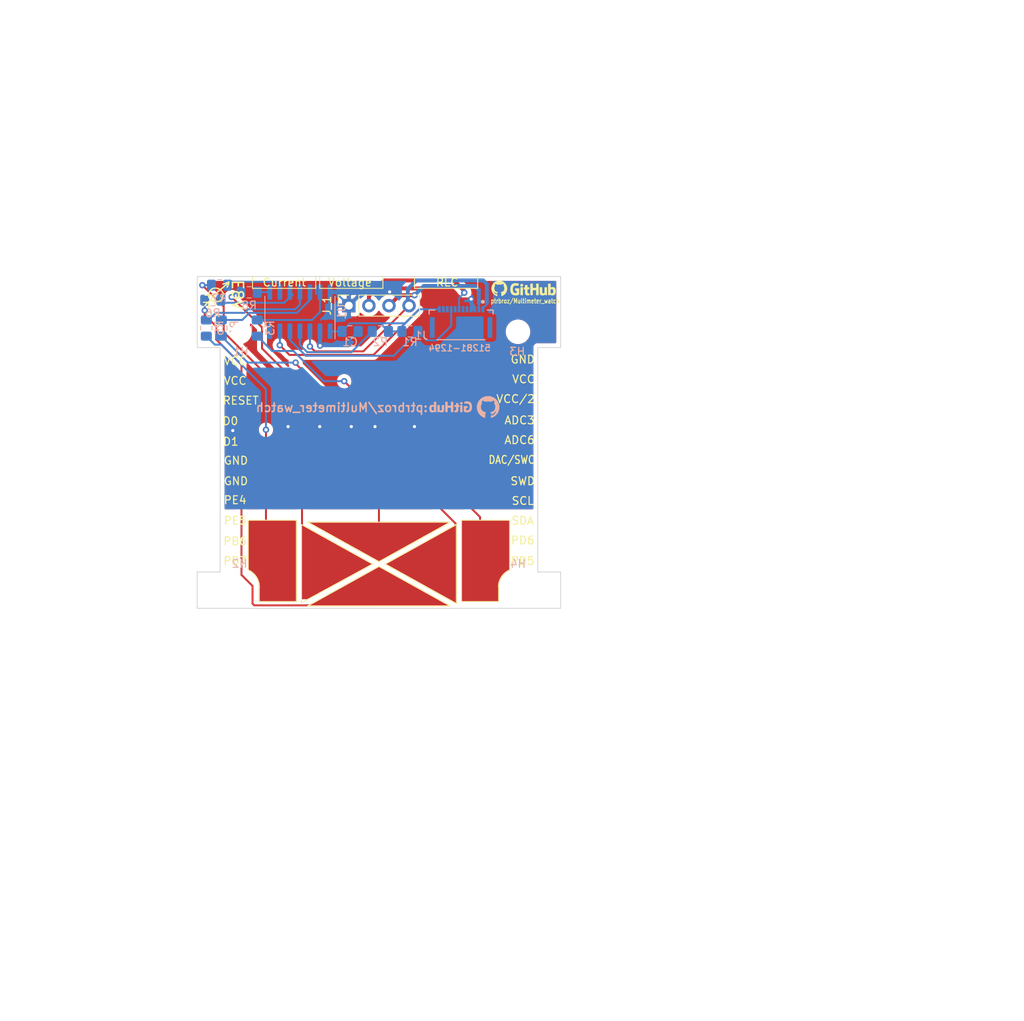
<source format=kicad_pcb>
(kicad_pcb (version 20171130) (host pcbnew "(5.1.6)-1")

  (general
    (thickness 1.6)
    (drawings 122)
    (tracks 178)
    (zones 0)
    (modules 22)
    (nets 28)
  )

  (page A4)
  (layers
    (0 F.Cu signal)
    (31 B.Cu signal hide)
    (32 B.Adhes user)
    (33 F.Adhes user)
    (34 B.Paste user)
    (35 F.Paste user)
    (36 B.SilkS user)
    (37 F.SilkS user)
    (38 B.Mask user)
    (39 F.Mask user)
    (40 Dwgs.User user)
    (41 Cmts.User user)
    (42 Eco1.User user)
    (43 Eco2.User user hide)
    (44 Edge.Cuts user)
    (45 Margin user)
    (46 B.CrtYd user)
    (47 F.CrtYd user)
    (48 B.Fab user)
    (49 F.Fab user)
  )

  (setup
    (last_trace_width 0.5)
    (user_trace_width 0.23)
    (user_trace_width 0.5)
    (user_trace_width 0.6)
    (user_trace_width 0.75)
    (user_trace_width 1)
    (user_trace_width 1.2)
    (user_trace_width 1.5)
    (user_trace_width 1.75)
    (user_trace_width 2)
    (trace_clearance 0.2)
    (zone_clearance 0.508)
    (zone_45_only no)
    (trace_min 0.2)
    (via_size 0.8)
    (via_drill 0.4)
    (via_min_size 0.4)
    (via_min_drill 0.3)
    (uvia_size 0.3)
    (uvia_drill 0.1)
    (uvias_allowed no)
    (uvia_min_size 0.2)
    (uvia_min_drill 0.1)
    (edge_width 0.05)
    (segment_width 0.2)
    (pcb_text_width 0.3)
    (pcb_text_size 1.5 1.5)
    (mod_edge_width 0.12)
    (mod_text_size 1 1)
    (mod_text_width 0.15)
    (pad_size 1.15 1.4)
    (pad_drill 0)
    (pad_to_mask_clearance 0.05)
    (solder_mask_min_width 0.25)
    (aux_axis_origin 0 0)
    (grid_origin 102 54)
    (visible_elements 7FFFFFFF)
    (pcbplotparams
      (layerselection 0x010fc_ffffffff)
      (usegerberextensions false)
      (usegerberattributes true)
      (usegerberadvancedattributes true)
      (creategerberjobfile true)
      (excludeedgelayer true)
      (linewidth 0.100000)
      (plotframeref false)
      (viasonmask false)
      (mode 1)
      (useauxorigin false)
      (hpglpennumber 1)
      (hpglpenspeed 20)
      (hpglpendiameter 15.000000)
      (psnegative false)
      (psa4output false)
      (plotreference true)
      (plotvalue true)
      (plotinvisibletext false)
      (padsonsilk false)
      (subtractmaskfromsilk false)
      (outputformat 1)
      (mirror false)
      (drillshape 0)
      (scaleselection 1)
      (outputdirectory "gerbers/"))
  )

  (net 0 "")
  (net 1 /SDA)
  (net 2 /SCL)
  (net 3 /PE4)
  (net 4 /GND)
  (net 5 /PD6)
  (net 6 /PD5)
  (net 7 /PB7)
  (net 8 /PB6)
  (net 9 /PE5)
  (net 10 "Net-(J1-PadMP2)")
  (net 11 "Net-(J1-PadMP1)")
  (net 12 /PB5)
  (net 13 /VCC)
  (net 14 "Net-(R3-Pad2)")
  (net 15 "Net-(R4-Pad2)")
  (net 16 "Net-(R5-Pad2)")
  (net 17 "Net-(R6-Pad2)")
  (net 18 "Net-(R7-Pad2)")
  (net 19 "Net-(R8-Pad2)")
  (net 20 "Net-(U1-Pad7)")
  (net 21 "Net-(R2-Pad2)")
  (net 22 "Net-(DIRPAD1-Pad1)")
  (net 23 "Net-(DIRPAD1-Pad4)")
  (net 24 "Net-(DIRPAD1-Pad2)")
  (net 25 "Net-(DIRPAD1-Pad3)")
  (net 26 "Net-(PAD1-Pad1)")
  (net 27 "Net-(PAD2-Pad1)")

  (net_class Default "This is the default net class."
    (clearance 0.2)
    (trace_width 0.25)
    (via_dia 0.8)
    (via_drill 0.4)
    (uvia_dia 0.3)
    (uvia_drill 0.1)
    (add_net /GND)
    (add_net /PB5)
    (add_net /PB6)
    (add_net /PB7)
    (add_net /PD5)
    (add_net /PD6)
    (add_net /PE4)
    (add_net /PE5)
    (add_net /SCL)
    (add_net /SDA)
    (add_net /VCC)
    (add_net "Net-(DIRPAD1-Pad1)")
    (add_net "Net-(DIRPAD1-Pad2)")
    (add_net "Net-(DIRPAD1-Pad3)")
    (add_net "Net-(DIRPAD1-Pad4)")
    (add_net "Net-(J1-PadMP1)")
    (add_net "Net-(J1-PadMP2)")
    (add_net "Net-(PAD1-Pad1)")
    (add_net "Net-(PAD2-Pad1)")
    (add_net "Net-(R2-Pad2)")
    (add_net "Net-(R3-Pad2)")
    (add_net "Net-(R4-Pad2)")
    (add_net "Net-(R5-Pad2)")
    (add_net "Net-(R6-Pad2)")
    (add_net "Net-(R7-Pad2)")
    (add_net "Net-(R8-Pad2)")
    (add_net "Net-(U1-Pad7)")
  )

  (module Multimeter_Watch_Custom_Footprints:CapButton_Left (layer F.Cu) (tedit 5F8C2867) (tstamp 5F759859)
    (at 112.2 94)
    (path /5F751E9A)
    (fp_text reference PAD1 (at 2.6 -9) (layer Dwgs.User)
      (effects (font (size 1 1) (thickness 0.15)))
    )
    (fp_text value Touch_Pad (at 0 -0.5) (layer F.Fab)
      (effects (font (size 1 1) (thickness 0.15)))
    )
    (fp_arc (start -4.689999 3.299999) (end -3.74 1.15) (angle 66.1) (layer F.SilkS) (width 0.12))
    (fp_line (start -2.35 5.15) (end -2.35 3.25) (layer F.SilkS) (width 0.12))
    (fp_line (start 2.35 5.15) (end -2.35 5.15) (layer F.SilkS) (width 0.12))
    (fp_line (start 2.35 -5.15) (end 2.35 5.15) (layer F.SilkS) (width 0.12))
    (fp_line (start -3.75 -5.15) (end -3.75 1.15) (layer F.SilkS) (width 0.12))
    (fp_line (start -3.75 -5.15) (end 2.35 -5.15) (layer F.SilkS) (width 0.12))
    (pad 1 smd custom (at 0 0) (size 4.8 10.35) (layers F.Cu)
      (net 26 "Net-(PAD1-Pad1)")
      (options (clearance outline) (anchor rect))
      (primitives
        (gr_poly (pts
           (xy -3.74 1.15) (xy -3.48 1.2) (xy -3.23 1.4) (xy -3.03 1.55) (xy -2.63 2.05)
           (xy -2.43 2.55) (xy -2.38 2.75) (xy -2.23 3.08) (xy -2.22 -5.12) (xy -3.74 -5.12)
) (width 0.1))
        (gr_arc (start -4.68 3.3) (end -3.730001 1.150001) (angle 66.1) (width 0.12))
      ))
  )

  (module Multimeter_Watch_Custom_Footprints:CapButtons_Directional (layer F.Cu) (tedit 5F8C23E1) (tstamp 5F754BA5)
    (at 125 94.4)
    (path /5F7511E5)
    (fp_text reference DIRPAD1 (at 0 -9.4) (layer Dwgs.User)
      (effects (font (size 1 1) (thickness 0.15)))
    )
    (fp_text value CapButtons_Directional (at -0.6 -7.1) (layer F.Fab)
      (effects (font (size 1 1) (thickness 0.15)))
    )
    (fp_line (start -9 -5.3) (end 0 -0.3) (layer F.SilkS) (width 0.12))
    (fp_line (start 0 -0.3) (end 9 -5.3) (layer F.SilkS) (width 0.12))
    (fp_line (start 9 -5.3) (end -9 -5.3) (layer F.SilkS) (width 0.12))
    (fp_line (start -9.8 -5) (end -0.8 0) (layer F.SilkS) (width 0.12))
    (fp_line (start -0.8 0) (end -9.8 4.9) (layer F.SilkS) (width 0.12))
    (fp_line (start -9.8 4.9) (end -9.8 -5) (layer F.SilkS) (width 0.12))
    (fp_line (start 0 0.3) (end -9 5.3) (layer F.SilkS) (width 0.12))
    (fp_line (start -9 5.3) (end 9 5.3) (layer F.SilkS) (width 0.12))
    (fp_line (start 9 5.3) (end 0 0.3) (layer F.SilkS) (width 0.12))
    (fp_line (start 0.8 0) (end 9.8 5) (layer F.SilkS) (width 0.12))
    (fp_line (start 9.8 5) (end 9.8 -5) (layer F.SilkS) (width 0.12))
    (fp_line (start 9.8 -5) (end 0.8 0) (layer F.SilkS) (width 0.12))
    (pad 1 smd custom (at -8.9 0) (size 1.524 1.524) (layers F.Cu)
      (net 22 "Net-(DIRPAD1-Pad1)") (zone_connect 0)
      (options (clearance outline) (anchor rect))
      (primitives
        (gr_poly (pts
           (xy 8.1 0) (xy 0 4.4) (xy -0.9 4.4) (xy -0.9 -5)) (width 0.1))
      ))
    (pad 4 smd custom (at 0 4.5) (size 1.524 1.524) (layers F.Cu)
      (net 23 "Net-(DIRPAD1-Pad4)") (zone_connect 0)
      (options (clearance outline) (anchor rect))
      (primitives
        (gr_poly (pts
           (xy 9 0.8) (xy -9 0.8) (xy 0 -4.2)) (width 0.1))
      ))
    (pad 2 smd custom (at 9 0) (size 1.524 1.524) (layers F.Cu)
      (net 24 "Net-(DIRPAD1-Pad2)") (zone_connect 0)
      (options (clearance outline) (anchor rect))
      (primitives
        (gr_poly (pts
           (xy 0.8 5) (xy -8.2 0) (xy 0.8 -5)) (width 0.1))
      ))
    (pad 3 smd custom (at 0 -4.5) (size 1.524 1.524) (layers F.Cu)
      (net 25 "Net-(DIRPAD1-Pad3)") (zone_connect 0)
      (options (clearance outline) (anchor rect))
      (primitives
        (gr_poly (pts
           (xy 0 4.2) (xy -9 -0.8) (xy 9 -0.8)) (width 0.1))
      ))
  )

  (module Multimeter_Watch_Custom_Footprints:CapButton_Right (layer F.Cu) (tedit 5F8C285D) (tstamp 5F75985E)
    (at 137.8 94)
    (path /5F752AB3)
    (fp_text reference PAD2 (at -2.45 -9) (layer Dwgs.User)
      (effects (font (size 1 1) (thickness 0.15)))
    )
    (fp_text value Touch_Pad (at 0 -0.5) (layer F.Fab)
      (effects (font (size 1 1) (thickness 0.15)))
    )
    (fp_arc (start 4.68 3.3) (end 3.730001 1.150001) (angle -66.1) (layer F.SilkS) (width 0.12))
    (fp_line (start 3.75 1.15) (end 3.75 -5.15) (layer F.SilkS) (width 0.12))
    (fp_line (start 3.75 -5.15) (end -2.35 -5.15) (layer F.SilkS) (width 0.12))
    (fp_line (start -2.35 -5.15) (end -2.35 5.15) (layer F.SilkS) (width 0.12))
    (fp_line (start -2.35 5.15) (end 2.35 5.15) (layer F.SilkS) (width 0.12))
    (fp_line (start 2.35 5.15) (end 2.35 3) (layer F.SilkS) (width 0.12))
    (pad 1 smd custom (at 0 0) (size 4.8 10.35) (layers F.Cu)
      (net 27 "Net-(PAD2-Pad1)")
      (options (clearance outline) (anchor rect))
      (primitives
        (gr_poly (pts
           (xy 3.74 1.15) (xy 3.48 1.2) (xy 3.23 1.4) (xy 3.03 1.55) (xy 2.63 2.05)
           (xy 2.43 2.55) (xy 2.38 2.75) (xy 2.23 3.08) (xy 2.22 -5.12) (xy 3.74 -5.12)
) (width 0.1))
        (gr_arc (start 4.68 3.3) (end 3.730001 1.150001) (angle -66.1) (width 0.12))
      ))
  )

  (module Resistor_SMD:R_0805_2012Metric_Pad1.15x1.40mm_HandSolder (layer B.Cu) (tedit 5B36C52B) (tstamp 5F763773)
    (at 108.575001 60)
    (descr "Resistor SMD 0805 (2012 Metric), square (rectangular) end terminal, IPC_7351 nominal with elongated pad for handsoldering. (Body size source: https://docs.google.com/spreadsheets/d/1BsfQQcO9C6DZCsRaXUlFlo91Tg2WpOkGARC1WS5S8t0/edit?usp=sharing), generated with kicad-footprint-generator")
    (tags "resistor handsolder")
    (path /5F769470)
    (attr smd)
    (fp_text reference R8 (at 0 1.65) (layer B.SilkS)
      (effects (font (size 1 1) (thickness 0.15)) (justify mirror))
    )
    (fp_text value R (at 0 -1.65) (layer B.Fab)
      (effects (font (size 1 1) (thickness 0.15)) (justify mirror))
    )
    (fp_text user %R (at 0 0) (layer B.Fab)
      (effects (font (size 0.5 0.5) (thickness 0.08)) (justify mirror))
    )
    (fp_line (start -1 -0.6) (end -1 0.6) (layer B.Fab) (width 0.1))
    (fp_line (start -1 0.6) (end 1 0.6) (layer B.Fab) (width 0.1))
    (fp_line (start 1 0.6) (end 1 -0.6) (layer B.Fab) (width 0.1))
    (fp_line (start 1 -0.6) (end -1 -0.6) (layer B.Fab) (width 0.1))
    (fp_line (start -0.261252 0.71) (end 0.261252 0.71) (layer B.SilkS) (width 0.12))
    (fp_line (start -0.261252 -0.71) (end 0.261252 -0.71) (layer B.SilkS) (width 0.12))
    (fp_line (start -1.85 -0.95) (end -1.85 0.95) (layer B.CrtYd) (width 0.05))
    (fp_line (start -1.85 0.95) (end 1.85 0.95) (layer B.CrtYd) (width 0.05))
    (fp_line (start 1.85 0.95) (end 1.85 -0.95) (layer B.CrtYd) (width 0.05))
    (fp_line (start 1.85 -0.95) (end -1.85 -0.95) (layer B.CrtYd) (width 0.05))
    (pad 2 smd roundrect (at 1.025 0) (size 1.15 1.4) (layers B.Cu B.Paste B.Mask) (roundrect_rratio 0.217391)
      (net 19 "Net-(R8-Pad2)"))
    (pad 1 smd roundrect (at -1.025 0) (size 1.15 1.4) (layers B.Cu B.Paste B.Mask) (roundrect_rratio 0.217391)
      (net 25 "Net-(DIRPAD1-Pad3)"))
    (model ${KISYS3DMOD}/Resistor_SMD.3dshapes/R_0805_2012Metric.wrl
      (at (xyz 0 0 0))
      (scale (xyz 1 1 1))
      (rotate (xyz 0 0 0))
    )
  )

  (module Resistor_SMD:R_0805_2012Metric_Pad1.15x1.40mm_HandSolder (layer B.Cu) (tedit 5B36C52B) (tstamp 5F754CCA)
    (at 104.824999 59.1)
    (descr "Resistor SMD 0805 (2012 Metric), square (rectangular) end terminal, IPC_7351 nominal with elongated pad for handsoldering. (Body size source: https://docs.google.com/spreadsheets/d/1BsfQQcO9C6DZCsRaXUlFlo91Tg2WpOkGARC1WS5S8t0/edit?usp=sharing), generated with kicad-footprint-generator")
    (tags "resistor handsolder")
    (path /5F769466)
    (attr smd)
    (fp_text reference R7 (at 0 1.65) (layer B.SilkS)
      (effects (font (size 1 1) (thickness 0.15)) (justify mirror))
    )
    (fp_text value R (at 0 -1.65) (layer B.Fab)
      (effects (font (size 1 1) (thickness 0.15)) (justify mirror))
    )
    (fp_text user %R (at 0 0) (layer B.Fab)
      (effects (font (size 0.5 0.5) (thickness 0.08)) (justify mirror))
    )
    (fp_line (start -1 -0.6) (end -1 0.6) (layer B.Fab) (width 0.1))
    (fp_line (start -1 0.6) (end 1 0.6) (layer B.Fab) (width 0.1))
    (fp_line (start 1 0.6) (end 1 -0.6) (layer B.Fab) (width 0.1))
    (fp_line (start 1 -0.6) (end -1 -0.6) (layer B.Fab) (width 0.1))
    (fp_line (start -0.261252 0.71) (end 0.261252 0.71) (layer B.SilkS) (width 0.12))
    (fp_line (start -0.261252 -0.71) (end 0.261252 -0.71) (layer B.SilkS) (width 0.12))
    (fp_line (start -1.85 -0.95) (end -1.85 0.95) (layer B.CrtYd) (width 0.05))
    (fp_line (start -1.85 0.95) (end 1.85 0.95) (layer B.CrtYd) (width 0.05))
    (fp_line (start 1.85 0.95) (end 1.85 -0.95) (layer B.CrtYd) (width 0.05))
    (fp_line (start 1.85 -0.95) (end -1.85 -0.95) (layer B.CrtYd) (width 0.05))
    (pad 2 smd roundrect (at 1.025 0) (size 1.15 1.4) (layers B.Cu B.Paste B.Mask) (roundrect_rratio 0.217391)
      (net 18 "Net-(R7-Pad2)"))
    (pad 1 smd roundrect (at -1.025 0) (size 1.15 1.4) (layers B.Cu B.Paste B.Mask) (roundrect_rratio 0.217391)
      (net 22 "Net-(DIRPAD1-Pad1)"))
    (model ${KISYS3DMOD}/Resistor_SMD.3dshapes/R_0805_2012Metric.wrl
      (at (xyz 0 0 0))
      (scale (xyz 1 1 1))
      (rotate (xyz 0 0 0))
    )
  )

  (module Resistor_SMD:R_0805_2012Metric_Pad1.15x1.40mm_HandSolder (layer B.Cu) (tedit 5B36C52B) (tstamp 5F754CB9)
    (at 103.975001 61)
    (descr "Resistor SMD 0805 (2012 Metric), square (rectangular) end terminal, IPC_7351 nominal with elongated pad for handsoldering. (Body size source: https://docs.google.com/spreadsheets/d/1BsfQQcO9C6DZCsRaXUlFlo91Tg2WpOkGARC1WS5S8t0/edit?usp=sharing), generated with kicad-footprint-generator")
    (tags "resistor handsolder")
    (path /5F768B9C)
    (attr smd)
    (fp_text reference R6 (at 0 1.65) (layer B.SilkS)
      (effects (font (size 1 1) (thickness 0.15)) (justify mirror))
    )
    (fp_text value R (at 0 -1.65) (layer B.Fab)
      (effects (font (size 1 1) (thickness 0.15)) (justify mirror))
    )
    (fp_text user %R (at 0 0) (layer B.Fab)
      (effects (font (size 0.5 0.5) (thickness 0.08)) (justify mirror))
    )
    (fp_line (start -1 -0.6) (end -1 0.6) (layer B.Fab) (width 0.1))
    (fp_line (start -1 0.6) (end 1 0.6) (layer B.Fab) (width 0.1))
    (fp_line (start 1 0.6) (end 1 -0.6) (layer B.Fab) (width 0.1))
    (fp_line (start 1 -0.6) (end -1 -0.6) (layer B.Fab) (width 0.1))
    (fp_line (start -0.261252 0.71) (end 0.261252 0.71) (layer B.SilkS) (width 0.12))
    (fp_line (start -0.261252 -0.71) (end 0.261252 -0.71) (layer B.SilkS) (width 0.12))
    (fp_line (start -1.85 -0.95) (end -1.85 0.95) (layer B.CrtYd) (width 0.05))
    (fp_line (start -1.85 0.95) (end 1.85 0.95) (layer B.CrtYd) (width 0.05))
    (fp_line (start 1.85 0.95) (end 1.85 -0.95) (layer B.CrtYd) (width 0.05))
    (fp_line (start 1.85 -0.95) (end -1.85 -0.95) (layer B.CrtYd) (width 0.05))
    (pad 2 smd roundrect (at 1.025 0) (size 1.15 1.4) (layers B.Cu B.Paste B.Mask) (roundrect_rratio 0.217391)
      (net 17 "Net-(R6-Pad2)"))
    (pad 1 smd roundrect (at -1.025 0) (size 1.15 1.4) (layers B.Cu B.Paste B.Mask) (roundrect_rratio 0.217391)
      (net 23 "Net-(DIRPAD1-Pad4)"))
    (model ${KISYS3DMOD}/Resistor_SMD.3dshapes/R_0805_2012Metric.wrl
      (at (xyz 0 0 0))
      (scale (xyz 1 1 1))
      (rotate (xyz 0 0 0))
    )
  )

  (module Resistor_SMD:R_0805_2012Metric_Pad1.15x1.40mm_HandSolder (layer B.Cu) (tedit 5B36C52B) (tstamp 5F755C39)
    (at 103.15 64.525 90)
    (descr "Resistor SMD 0805 (2012 Metric), square (rectangular) end terminal, IPC_7351 nominal with elongated pad for handsoldering. (Body size source: https://docs.google.com/spreadsheets/d/1BsfQQcO9C6DZCsRaXUlFlo91Tg2WpOkGARC1WS5S8t0/edit?usp=sharing), generated with kicad-footprint-generator")
    (tags "resistor handsolder")
    (path /5F768B92)
    (attr smd)
    (fp_text reference R5 (at 0 1.65 90) (layer B.SilkS)
      (effects (font (size 1 1) (thickness 0.15)) (justify mirror))
    )
    (fp_text value R (at 0 -1.65 90) (layer B.Fab)
      (effects (font (size 1 1) (thickness 0.15)) (justify mirror))
    )
    (fp_text user %R (at 0 0 90) (layer B.Fab)
      (effects (font (size 0.5 0.5) (thickness 0.08)) (justify mirror))
    )
    (fp_line (start -1 -0.6) (end -1 0.6) (layer B.Fab) (width 0.1))
    (fp_line (start -1 0.6) (end 1 0.6) (layer B.Fab) (width 0.1))
    (fp_line (start 1 0.6) (end 1 -0.6) (layer B.Fab) (width 0.1))
    (fp_line (start 1 -0.6) (end -1 -0.6) (layer B.Fab) (width 0.1))
    (fp_line (start -0.261252 0.71) (end 0.261252 0.71) (layer B.SilkS) (width 0.12))
    (fp_line (start -0.261252 -0.71) (end 0.261252 -0.71) (layer B.SilkS) (width 0.12))
    (fp_line (start -1.85 -0.95) (end -1.85 0.95) (layer B.CrtYd) (width 0.05))
    (fp_line (start -1.85 0.95) (end 1.85 0.95) (layer B.CrtYd) (width 0.05))
    (fp_line (start 1.85 0.95) (end 1.85 -0.95) (layer B.CrtYd) (width 0.05))
    (fp_line (start 1.85 -0.95) (end -1.85 -0.95) (layer B.CrtYd) (width 0.05))
    (pad 2 smd roundrect (at 1.025 0 90) (size 1.15 1.4) (layers B.Cu B.Paste B.Mask) (roundrect_rratio 0.217391)
      (net 16 "Net-(R5-Pad2)"))
    (pad 1 smd roundrect (at -1.025 0 90) (size 1.15 1.4) (layers B.Cu B.Paste B.Mask) (roundrect_rratio 0.217391)
      (net 26 "Net-(PAD1-Pad1)"))
    (model ${KISYS3DMOD}/Resistor_SMD.3dshapes/R_0805_2012Metric.wrl
      (at (xyz 0 0 0))
      (scale (xyz 1 1 1))
      (rotate (xyz 0 0 0))
    )
  )

  (module Resistor_SMD:R_0805_2012Metric_Pad1.15x1.40mm_HandSolder (layer B.Cu) (tedit 5B36C52B) (tstamp 5F754C97)
    (at 105.05 64.524999 90)
    (descr "Resistor SMD 0805 (2012 Metric), square (rectangular) end terminal, IPC_7351 nominal with elongated pad for handsoldering. (Body size source: https://docs.google.com/spreadsheets/d/1BsfQQcO9C6DZCsRaXUlFlo91Tg2WpOkGARC1WS5S8t0/edit?usp=sharing), generated with kicad-footprint-generator")
    (tags "resistor handsolder")
    (path /5F7684C5)
    (attr smd)
    (fp_text reference R4 (at 0 1.65 90) (layer B.SilkS)
      (effects (font (size 1 1) (thickness 0.15)) (justify mirror))
    )
    (fp_text value R (at 0 -1.65 90) (layer B.Fab)
      (effects (font (size 1 1) (thickness 0.15)) (justify mirror))
    )
    (fp_text user %R (at 0 0 90) (layer B.Fab)
      (effects (font (size 0.5 0.5) (thickness 0.08)) (justify mirror))
    )
    (fp_line (start -1 -0.6) (end -1 0.6) (layer B.Fab) (width 0.1))
    (fp_line (start -1 0.6) (end 1 0.6) (layer B.Fab) (width 0.1))
    (fp_line (start 1 0.6) (end 1 -0.6) (layer B.Fab) (width 0.1))
    (fp_line (start 1 -0.6) (end -1 -0.6) (layer B.Fab) (width 0.1))
    (fp_line (start -0.261252 0.71) (end 0.261252 0.71) (layer B.SilkS) (width 0.12))
    (fp_line (start -0.261252 -0.71) (end 0.261252 -0.71) (layer B.SilkS) (width 0.12))
    (fp_line (start -1.85 -0.95) (end -1.85 0.95) (layer B.CrtYd) (width 0.05))
    (fp_line (start -1.85 0.95) (end 1.85 0.95) (layer B.CrtYd) (width 0.05))
    (fp_line (start 1.85 0.95) (end 1.85 -0.95) (layer B.CrtYd) (width 0.05))
    (fp_line (start 1.85 -0.95) (end -1.85 -0.95) (layer B.CrtYd) (width 0.05))
    (pad 2 smd roundrect (at 1.025 0 90) (size 1.15 1.4) (layers B.Cu B.Paste B.Mask) (roundrect_rratio 0.217391)
      (net 15 "Net-(R4-Pad2)"))
    (pad 1 smd roundrect (at -1.025 0 90) (size 1.15 1.4) (layers B.Cu B.Paste B.Mask) (roundrect_rratio 0.217391)
      (net 24 "Net-(DIRPAD1-Pad2)"))
    (model ${KISYS3DMOD}/Resistor_SMD.3dshapes/R_0805_2012Metric.wrl
      (at (xyz 0 0 0))
      (scale (xyz 1 1 1))
      (rotate (xyz 0 0 0))
    )
  )

  (module Resistor_SMD:R_0805_2012Metric_Pad1.15x1.40mm_HandSolder (layer B.Cu) (tedit 5B36C52B) (tstamp 5F754C86)
    (at 109.6 64.525 90)
    (descr "Resistor SMD 0805 (2012 Metric), square (rectangular) end terminal, IPC_7351 nominal with elongated pad for handsoldering. (Body size source: https://docs.google.com/spreadsheets/d/1BsfQQcO9C6DZCsRaXUlFlo91Tg2WpOkGARC1WS5S8t0/edit?usp=sharing), generated with kicad-footprint-generator")
    (tags "resistor handsolder")
    (path /5F764747)
    (attr smd)
    (fp_text reference R3 (at 0 1.65 90) (layer B.SilkS)
      (effects (font (size 1 1) (thickness 0.15)) (justify mirror))
    )
    (fp_text value R (at 0 -1.65 90) (layer B.Fab)
      (effects (font (size 1 1) (thickness 0.15)) (justify mirror))
    )
    (fp_text user %R (at 0 0 90) (layer B.Fab)
      (effects (font (size 0.5 0.5) (thickness 0.08)) (justify mirror))
    )
    (fp_line (start -1 -0.6) (end -1 0.6) (layer B.Fab) (width 0.1))
    (fp_line (start -1 0.6) (end 1 0.6) (layer B.Fab) (width 0.1))
    (fp_line (start 1 0.6) (end 1 -0.6) (layer B.Fab) (width 0.1))
    (fp_line (start 1 -0.6) (end -1 -0.6) (layer B.Fab) (width 0.1))
    (fp_line (start -0.261252 0.71) (end 0.261252 0.71) (layer B.SilkS) (width 0.12))
    (fp_line (start -0.261252 -0.71) (end 0.261252 -0.71) (layer B.SilkS) (width 0.12))
    (fp_line (start -1.85 -0.95) (end -1.85 0.95) (layer B.CrtYd) (width 0.05))
    (fp_line (start -1.85 0.95) (end 1.85 0.95) (layer B.CrtYd) (width 0.05))
    (fp_line (start 1.85 0.95) (end 1.85 -0.95) (layer B.CrtYd) (width 0.05))
    (fp_line (start 1.85 -0.95) (end -1.85 -0.95) (layer B.CrtYd) (width 0.05))
    (pad 2 smd roundrect (at 1.025 0 90) (size 1.15 1.4) (layers B.Cu B.Paste B.Mask) (roundrect_rratio 0.217391)
      (net 14 "Net-(R3-Pad2)"))
    (pad 1 smd roundrect (at -1.025 0 90) (size 1.15 1.4) (layers B.Cu B.Paste B.Mask) (roundrect_rratio 0.217391)
      (net 27 "Net-(PAD2-Pad1)"))
    (model ${KISYS3DMOD}/Resistor_SMD.3dshapes/R_0805_2012Metric.wrl
      (at (xyz 0 0 0))
      (scale (xyz 1 1 1))
      (rotate (xyz 0 0 0))
    )
  )

  (module Resistor_SMD:R_0805_2012Metric_Pad1.15x1.40mm_HandSolder (layer B.Cu) (tedit 5B36C52B) (tstamp 5F754C75)
    (at 125.175 64.95 180)
    (descr "Resistor SMD 0805 (2012 Metric), square (rectangular) end terminal, IPC_7351 nominal with elongated pad for handsoldering. (Body size source: https://docs.google.com/spreadsheets/d/1BsfQQcO9C6DZCsRaXUlFlo91Tg2WpOkGARC1WS5S8t0/edit?usp=sharing), generated with kicad-footprint-generator")
    (tags "resistor handsolder")
    (path /5F753CE1)
    (attr smd)
    (fp_text reference R2 (at 0 -1.35) (layer B.SilkS)
      (effects (font (size 1 1) (thickness 0.15)) (justify mirror))
    )
    (fp_text value R (at 0 -1.65) (layer B.Fab)
      (effects (font (size 1 1) (thickness 0.15)) (justify mirror))
    )
    (fp_text user %R (at 0 0) (layer B.Fab)
      (effects (font (size 0.5 0.5) (thickness 0.08)) (justify mirror))
    )
    (fp_line (start -1 -0.6) (end -1 0.6) (layer B.Fab) (width 0.1))
    (fp_line (start -1 0.6) (end 1 0.6) (layer B.Fab) (width 0.1))
    (fp_line (start 1 0.6) (end 1 -0.6) (layer B.Fab) (width 0.1))
    (fp_line (start 1 -0.6) (end -1 -0.6) (layer B.Fab) (width 0.1))
    (fp_line (start -0.261252 0.71) (end 0.261252 0.71) (layer B.SilkS) (width 0.12))
    (fp_line (start -0.261252 -0.71) (end 0.261252 -0.71) (layer B.SilkS) (width 0.12))
    (fp_line (start -1.85 -0.95) (end -1.85 0.95) (layer B.CrtYd) (width 0.05))
    (fp_line (start -1.85 0.95) (end 1.85 0.95) (layer B.CrtYd) (width 0.05))
    (fp_line (start 1.85 0.95) (end 1.85 -0.95) (layer B.CrtYd) (width 0.05))
    (fp_line (start 1.85 -0.95) (end -1.85 -0.95) (layer B.CrtYd) (width 0.05))
    (pad 2 smd roundrect (at 1.025 0 180) (size 1.15 1.4) (layers B.Cu B.Paste B.Mask) (roundrect_rratio 0.217391)
      (net 21 "Net-(R2-Pad2)"))
    (pad 1 smd roundrect (at -1.025 0 180) (size 1.15 1.4) (layers B.Cu B.Paste B.Mask) (roundrect_rratio 0.217391)
      (net 13 /VCC))
    (model ${KISYS3DMOD}/Resistor_SMD.3dshapes/R_0805_2012Metric.wrl
      (at (xyz 0 0 0))
      (scale (xyz 1 1 1))
      (rotate (xyz 0 0 0))
    )
  )

  (module Resistor_SMD:R_0805_2012Metric_Pad1.15x1.40mm_HandSolder (layer B.Cu) (tedit 5B36C52B) (tstamp 5F7555BC)
    (at 128.925001 64.95 180)
    (descr "Resistor SMD 0805 (2012 Metric), square (rectangular) end terminal, IPC_7351 nominal with elongated pad for handsoldering. (Body size source: https://docs.google.com/spreadsheets/d/1BsfQQcO9C6DZCsRaXUlFlo91Tg2WpOkGARC1WS5S8t0/edit?usp=sharing), generated with kicad-footprint-generator")
    (tags "resistor handsolder")
    (path /5F752F5A)
    (attr smd)
    (fp_text reference R1 (at 0 -1.35) (layer B.SilkS)
      (effects (font (size 1 1) (thickness 0.15)) (justify mirror))
    )
    (fp_text value R (at 0 -1.65) (layer B.Fab)
      (effects (font (size 1 1) (thickness 0.15)) (justify mirror))
    )
    (fp_text user %R (at 0 0) (layer B.Fab)
      (effects (font (size 0.5 0.5) (thickness 0.08)) (justify mirror))
    )
    (fp_line (start -1 -0.6) (end -1 0.6) (layer B.Fab) (width 0.1))
    (fp_line (start -1 0.6) (end 1 0.6) (layer B.Fab) (width 0.1))
    (fp_line (start 1 0.6) (end 1 -0.6) (layer B.Fab) (width 0.1))
    (fp_line (start 1 -0.6) (end -1 -0.6) (layer B.Fab) (width 0.1))
    (fp_line (start -0.261252 0.71) (end 0.261252 0.71) (layer B.SilkS) (width 0.12))
    (fp_line (start -0.261252 -0.71) (end 0.261252 -0.71) (layer B.SilkS) (width 0.12))
    (fp_line (start -1.85 -0.95) (end -1.85 0.95) (layer B.CrtYd) (width 0.05))
    (fp_line (start -1.85 0.95) (end 1.85 0.95) (layer B.CrtYd) (width 0.05))
    (fp_line (start 1.85 0.95) (end 1.85 -0.95) (layer B.CrtYd) (width 0.05))
    (fp_line (start 1.85 -0.95) (end -1.85 -0.95) (layer B.CrtYd) (width 0.05))
    (pad 2 smd roundrect (at 1.025 0 180) (size 1.15 1.4) (layers B.Cu B.Paste B.Mask) (roundrect_rratio 0.217391)
      (net 13 /VCC))
    (pad 1 smd roundrect (at -1.025 0 180) (size 1.15 1.4) (layers B.Cu B.Paste B.Mask) (roundrect_rratio 0.217391)
      (net 8 /PB6))
    (model ${KISYS3DMOD}/Resistor_SMD.3dshapes/R_0805_2012Metric.wrl
      (at (xyz 0 0 0))
      (scale (xyz 1 1 1))
      (rotate (xyz 0 0 0))
    )
  )

  (module Capacitor_SMD:C_0805_2012Metric_Pad1.15x1.40mm_HandSolder (layer B.Cu) (tedit 5B36C52B) (tstamp 5F754B9D)
    (at 121.35 64.95)
    (descr "Capacitor SMD 0805 (2012 Metric), square (rectangular) end terminal, IPC_7351 nominal with elongated pad for handsoldering. (Body size source: https://docs.google.com/spreadsheets/d/1BsfQQcO9C6DZCsRaXUlFlo91Tg2WpOkGARC1WS5S8t0/edit?usp=sharing), generated with kicad-footprint-generator")
    (tags "capacitor handsolder")
    (path /5F757A39)
    (attr smd)
    (fp_text reference C1 (at 0 1.35) (layer B.SilkS)
      (effects (font (size 1 1) (thickness 0.15)) (justify mirror))
    )
    (fp_text value C_Small (at 0 -1.65) (layer B.Fab)
      (effects (font (size 1 1) (thickness 0.15)) (justify mirror))
    )
    (fp_text user %R (at 0 0) (layer B.Fab)
      (effects (font (size 0.5 0.5) (thickness 0.08)) (justify mirror))
    )
    (fp_line (start -1 -0.6) (end -1 0.6) (layer B.Fab) (width 0.1))
    (fp_line (start -1 0.6) (end 1 0.6) (layer B.Fab) (width 0.1))
    (fp_line (start 1 0.6) (end 1 -0.6) (layer B.Fab) (width 0.1))
    (fp_line (start 1 -0.6) (end -1 -0.6) (layer B.Fab) (width 0.1))
    (fp_line (start -0.261252 0.71) (end 0.261252 0.71) (layer B.SilkS) (width 0.12))
    (fp_line (start -0.261252 -0.71) (end 0.261252 -0.71) (layer B.SilkS) (width 0.12))
    (fp_line (start -1.85 -0.95) (end -1.85 0.95) (layer B.CrtYd) (width 0.05))
    (fp_line (start -1.85 0.95) (end 1.85 0.95) (layer B.CrtYd) (width 0.05))
    (fp_line (start 1.85 0.95) (end 1.85 -0.95) (layer B.CrtYd) (width 0.05))
    (fp_line (start 1.85 -0.95) (end -1.85 -0.95) (layer B.CrtYd) (width 0.05))
    (pad 2 smd roundrect (at 1.025 0) (size 1.15 1.4) (layers B.Cu B.Paste B.Mask) (roundrect_rratio 0.217391)
      (net 4 /GND))
    (pad 1 smd roundrect (at -1.025 0) (size 1.15 1.4) (layers B.Cu B.Paste B.Mask) (roundrect_rratio 0.217391)
      (net 13 /VCC))
    (model ${KISYS3DMOD}/Capacitor_SMD.3dshapes/C_0805_2012Metric.wrl
      (at (xyz 0 0 0))
      (scale (xyz 1 1 1))
      (rotate (xyz 0 0 0))
    )
  )

  (module Package_SO:SOIC-14_3.9x8.7mm_P1.27mm (layer B.Cu) (tedit 5D9F72B1) (tstamp 5F7636DF)
    (at 115 62.45 90)
    (descr "SOIC, 14 Pin (JEDEC MS-012AB, https://www.analog.com/media/en/package-pcb-resources/package/pkg_pdf/soic_narrow-r/r_14.pdf), generated with kicad-footprint-generator ipc_gullwing_generator.py")
    (tags "SOIC SO")
    (path /5F74E124)
    (attr smd)
    (fp_text reference U1 (at 0 5.28 270) (layer B.SilkS)
      (effects (font (size 1 1) (thickness 0.15)) (justify mirror))
    )
    (fp_text value AT42QT1070-S (at 0 -5.28 270) (layer B.Fab)
      (effects (font (size 1 1) (thickness 0.15)) (justify mirror))
    )
    (fp_text user %R (at 0 0 180) (layer B.Fab)
      (effects (font (size 0.98 0.98) (thickness 0.15)) (justify mirror))
    )
    (fp_line (start 0 -4.435) (end 1.95 -4.435) (layer B.SilkS) (width 0.12))
    (fp_line (start 0 -4.435) (end -1.95 -4.435) (layer B.SilkS) (width 0.12))
    (fp_line (start 0 4.435) (end 1.95 4.435) (layer B.SilkS) (width 0.12))
    (fp_line (start 0 4.435) (end -3.45 4.435) (layer B.SilkS) (width 0.12))
    (fp_line (start -0.975 4.325) (end 1.95 4.325) (layer B.Fab) (width 0.1))
    (fp_line (start 1.95 4.325) (end 1.95 -4.325) (layer B.Fab) (width 0.1))
    (fp_line (start 1.95 -4.325) (end -1.95 -4.325) (layer B.Fab) (width 0.1))
    (fp_line (start -1.95 -4.325) (end -1.95 3.35) (layer B.Fab) (width 0.1))
    (fp_line (start -1.95 3.35) (end -0.975 4.325) (layer B.Fab) (width 0.1))
    (fp_line (start -3.7 4.58) (end -3.7 -4.58) (layer B.CrtYd) (width 0.05))
    (fp_line (start -3.7 -4.58) (end 3.7 -4.58) (layer B.CrtYd) (width 0.05))
    (fp_line (start 3.7 -4.58) (end 3.7 4.58) (layer B.CrtYd) (width 0.05))
    (fp_line (start 3.7 4.58) (end -3.7 4.58) (layer B.CrtYd) (width 0.05))
    (pad 14 smd roundrect (at 2.475 3.81 90) (size 1.95 0.6) (layers B.Cu B.Paste B.Mask) (roundrect_rratio 0.25)
      (net 4 /GND))
    (pad 13 smd roundrect (at 2.475 2.54 90) (size 1.95 0.6) (layers B.Cu B.Paste B.Mask) (roundrect_rratio 0.25)
      (net 14 "Net-(R3-Pad2)"))
    (pad 12 smd roundrect (at 2.475 1.27 90) (size 1.95 0.6) (layers B.Cu B.Paste B.Mask) (roundrect_rratio 0.25)
      (net 15 "Net-(R4-Pad2)"))
    (pad 11 smd roundrect (at 2.475 0 90) (size 1.95 0.6) (layers B.Cu B.Paste B.Mask) (roundrect_rratio 0.25)
      (net 16 "Net-(R5-Pad2)"))
    (pad 10 smd roundrect (at 2.475 -1.27 90) (size 1.95 0.6) (layers B.Cu B.Paste B.Mask) (roundrect_rratio 0.25)
      (net 17 "Net-(R6-Pad2)"))
    (pad 9 smd roundrect (at 2.475 -2.54 90) (size 1.95 0.6) (layers B.Cu B.Paste B.Mask) (roundrect_rratio 0.25)
      (net 18 "Net-(R7-Pad2)"))
    (pad 8 smd roundrect (at 2.475 -3.81 90) (size 1.95 0.6) (layers B.Cu B.Paste B.Mask) (roundrect_rratio 0.25)
      (net 19 "Net-(R8-Pad2)"))
    (pad 7 smd roundrect (at -2.475 -3.81 90) (size 1.95 0.6) (layers B.Cu B.Paste B.Mask) (roundrect_rratio 0.25)
      (net 20 "Net-(U1-Pad7)"))
    (pad 6 smd roundrect (at -2.475 -2.54 90) (size 1.95 0.6) (layers B.Cu B.Paste B.Mask) (roundrect_rratio 0.25)
      (net 2 /SCL))
    (pad 5 smd roundrect (at -2.475 -1.27 90) (size 1.95 0.6) (layers B.Cu B.Paste B.Mask) (roundrect_rratio 0.25)
      (net 8 /PB6))
    (pad 4 smd roundrect (at -2.475 0 90) (size 1.95 0.6) (layers B.Cu B.Paste B.Mask) (roundrect_rratio 0.25)
      (net 21 "Net-(R2-Pad2)"))
    (pad 3 smd roundrect (at -2.475 1.27 90) (size 1.95 0.6) (layers B.Cu B.Paste B.Mask) (roundrect_rratio 0.25)
      (net 1 /SDA))
    (pad 2 smd roundrect (at -2.475 2.54 90) (size 1.95 0.6) (layers B.Cu B.Paste B.Mask) (roundrect_rratio 0.25)
      (net 4 /GND))
    (pad 1 smd roundrect (at -2.475 3.81 90) (size 1.95 0.6) (layers B.Cu B.Paste B.Mask) (roundrect_rratio 0.25)
      (net 13 /VCC))
    (model ${KISYS3DMOD}/Package_SO.3dshapes/SOIC-14_3.9x8.7mm_P1.27mm.wrl
      (at (xyz 0 0 0))
      (scale (xyz 1 1 1))
      (rotate (xyz 0 0 0))
    )
  )

  (module Multimeter_Watch_Custom_Footprints:github_logo_smaller (layer F.Cu) (tedit 0) (tstamp 5F735853)
    (at 143.3 59.5)
    (fp_text reference G*** (at 0 0) (layer F.SilkS) hide
      (effects (font (size 1.524 1.524) (thickness 0.3)))
    )
    (fp_text value LOGO (at 0.75 0) (layer F.SilkS) hide
      (effects (font (size 1.524 1.524) (thickness 0.3)))
    )
    (fp_poly (pts (xy -2.974669 -0.965914) (xy -2.873675 -0.952274) (xy -2.857552 -0.949181) (xy -2.764149 -0.925425)
      (xy -2.673941 -0.892394) (xy -2.58755 -0.850644) (xy -2.505596 -0.800728) (xy -2.4287 -0.7432)
      (xy -2.357482 -0.678615) (xy -2.292563 -0.607527) (xy -2.234563 -0.530489) (xy -2.184104 -0.448057)
      (xy -2.141805 -0.360784) (xy -2.113147 -0.28448) (xy -2.086725 -0.187934) (xy -2.070161 -0.090309)
      (xy -2.063328 0.007701) (xy -2.0661 0.105404) (xy -2.07835 0.202106) (xy -2.099952 0.297115)
      (xy -2.130778 0.389737) (xy -2.170703 0.47928) (xy -2.2196 0.565051) (xy -2.277342 0.646356)
      (xy -2.28488 0.655806) (xy -2.310034 0.684869) (xy -2.340787 0.717152) (xy -2.374836 0.750481)
      (xy -2.409875 0.782681) (xy -2.4436 0.811577) (xy -2.473708 0.834993) (xy -2.477879 0.837976)
      (xy -2.519623 0.865928) (xy -2.562856 0.89219) (xy -2.606101 0.916047) (xy -2.647879 0.936783)
      (xy -2.686713 0.953682) (xy -2.721126 0.966029) (xy -2.749641 0.973108) (xy -2.759356 0.974327)
      (xy -2.776652 0.975079) (xy -2.787667 0.973375) (xy -2.796173 0.968237) (xy -2.801266 0.963475)
      (xy -2.81432 0.950421) (xy -2.814359 0.79144) (xy -2.814622 0.733686) (xy -2.815502 0.684965)
      (xy -2.817179 0.644161) (xy -2.819832 0.610157) (xy -2.823643 0.581837) (xy -2.82879 0.558083)
      (xy -2.835454 0.537779) (xy -2.843815 0.519807) (xy -2.854054 0.503051) (xy -2.86281 0.490954)
      (xy -2.88046 0.467839) (xy -2.86136 0.464757) (xy -2.787712 0.450708) (xy -2.723087 0.433568)
      (xy -2.666699 0.412889) (xy -2.617763 0.388227) (xy -2.575492 0.359135) (xy -2.5391 0.325166)
      (xy -2.507801 0.285874) (xy -2.486959 0.252218) (xy -2.466177 0.207126) (xy -2.449501 0.155033)
      (xy -2.43727 0.098371) (xy -2.429825 0.039576) (xy -2.427506 -0.018918) (xy -2.430653 -0.074678)
      (xy -2.436274 -0.110705) (xy -2.447696 -0.150932) (xy -2.465266 -0.1935) (xy -2.487166 -0.234442)
      (xy -2.505561 -0.261992) (xy -2.528497 -0.292844) (xy -2.518606 -0.330572) (xy -2.513703 -0.35221)
      (xy -2.511113 -0.372705) (xy -2.51053 -0.39595) (xy -2.511426 -0.42164) (xy -2.514204 -0.454198)
      (xy -2.518901 -0.485102) (xy -2.525051 -0.512445) (xy -2.532187 -0.534322) (xy -2.539843 -0.548825)
      (xy -2.54342 -0.552502) (xy -2.557299 -0.557052) (xy -2.578387 -0.5565) (xy -2.605378 -0.551289)
      (xy -2.636968 -0.541863) (xy -2.67185 -0.528664) (xy -2.708721 -0.512135) (xy -2.746274 -0.49272)
      (xy -2.782288 -0.47144) (xy -2.799278 -0.461105) (xy -2.810754 -0.455666) (xy -2.819566 -0.454256)
      (xy -2.828566 -0.45601) (xy -2.830767 -0.456705) (xy -2.862207 -0.464959) (xy -2.90144 -0.472042)
      (xy -2.946136 -0.477676) (xy -2.993966 -0.481582) (xy -3.042602 -0.483481) (xy -3.05562 -0.483614)
      (xy -3.109341 -0.482977) (xy -3.156142 -0.480436) (xy -3.199139 -0.475679) (xy -3.241449 -0.468394)
      (xy -3.270298 -0.462098) (xy -3.312256 -0.452288) (xy -3.34521 -0.472459) (xy -3.403243 -0.505167)
      (xy -3.458014 -0.530365) (xy -3.508697 -0.54771) (xy -3.546917 -0.555877) (xy -3.564701 -0.557417)
      (xy -3.577395 -0.554964) (xy -3.586669 -0.547038) (xy -3.59419 -0.532158) (xy -3.601629 -0.508845)
      (xy -3.602187 -0.50687) (xy -3.608589 -0.476491) (xy -3.612601 -0.441352) (xy -3.614173 -0.404484)
      (xy -3.613259 -0.368921) (xy -3.609811 -0.337695) (xy -3.60515 -0.317731) (xy -3.597009 -0.292561)
      (xy -3.616651 -0.266931) (xy -3.648952 -0.218791) (xy -3.67243 -0.169461) (xy -3.687816 -0.116893)
      (xy -3.695843 -0.05904) (xy -3.69681 -0.042997) (xy -3.696511 0.029336) (xy -3.688999 0.097946)
      (xy -3.674559 0.162016) (xy -3.653477 0.22073) (xy -3.626039 0.273273) (xy -3.592531 0.318827)
      (xy -3.558279 0.352464) (xy -3.510482 0.386324) (xy -3.454525 0.41509) (xy -3.391211 0.438447)
      (xy -3.321345 0.456083) (xy -3.270255 0.464682) (xy -3.246129 0.467981) (xy -3.263725 0.491025)
      (xy -3.281172 0.519184) (xy -3.295563 0.55254) (xy -3.30465 0.585536) (xy -3.308984 0.597322)
      (xy -3.317951 0.60654) (xy -3.332992 0.613941) (xy -3.35555 0.620275) (xy -3.38099 0.625256)
      (xy -3.4273 0.629224) (xy -3.469618 0.624129) (xy -3.508354 0.609782) (xy -3.543922 0.585992)
      (xy -3.576734 0.552569) (xy -3.596574 0.525894) (xy -3.611446 0.505587) (xy -3.628133 0.485407)
      (xy -3.643245 0.46943) (xy -3.64449 0.468265) (xy -3.671927 0.447104) (xy -3.701723 0.431155)
      (xy -3.731639 0.421224) (xy -3.759437 0.418117) (xy -3.77698 0.420586) (xy -3.790544 0.427264)
      (xy -3.794375 0.43684) (xy -3.788473 0.449317) (xy -3.772838 0.464696) (xy -3.750393 0.481055)
      (xy -3.724124 0.502105) (xy -3.700034 0.529346) (xy -3.67708 0.564134) (xy -3.65655 0.602975)
      (xy -3.633995 0.644489) (xy -3.610255 0.677217) (xy -3.583742 0.702526) (xy -3.552872 0.721784)
      (xy -3.516059 0.736357) (xy -3.494912 0.742318) (xy -3.472049 0.747537) (xy -3.452193 0.750398)
      (xy -3.431276 0.751224) (xy -3.405225 0.750338) (xy -3.398599 0.749958) (xy -3.374523 0.748318)
      (xy -3.352661 0.746483) (xy -3.336013 0.744722) (xy -3.329446 0.743752) (xy -3.313712 0.740754)
      (xy -3.31013 0.834721) (xy -3.308946 0.874232) (xy -3.308915 0.904909) (xy -3.310241 0.928033)
      (xy -3.313129 0.944886) (xy -3.317783 0.956751) (xy -3.324408 0.964908) (xy -3.331716 0.969871)
      (xy -3.349868 0.974621) (xy -3.374267 0.973634) (xy -3.402918 0.967116) (xy -3.42138 0.960612)
      (xy -3.513744 0.919044) (xy -3.59913 0.870497) (xy -3.678463 0.814377) (xy -3.752665 0.750093)
      (xy -3.758172 0.744808) (xy -3.827435 0.670991) (xy -3.888096 0.591776) (xy -3.940124 0.507221)
      (xy -3.983491 0.417381) (xy -4.018167 0.322312) (xy -4.044122 0.222071) (xy -4.049831 0.19304)
      (xy -4.055041 0.15606) (xy -4.05871 0.112056) (xy -4.06082 0.063768) (xy -4.06135 0.013941)
      (xy -4.060281 -0.034685) (xy -4.057592 -0.079365) (xy -4.053265 -0.117359) (xy -4.052112 -0.124429)
      (xy -4.029525 -0.226909) (xy -3.998414 -0.32389) (xy -3.958718 -0.415495) (xy -3.910373 -0.501849)
      (xy -3.853317 -0.583077) (xy -3.787488 -0.659303) (xy -3.780489 -0.666584) (xy -3.706941 -0.735273)
      (xy -3.628069 -0.795511) (xy -3.544443 -0.847123) (xy -3.456631 -0.889936) (xy -3.365201 -0.923775)
      (xy -3.270721 -0.948467) (xy -3.17376 -0.963836) (xy -3.074887 -0.96971) (xy -2.974669 -0.965914)) (layer F.SilkS) (width 0.01))
    (fp_poly (pts (xy -0.925448 -0.653046) (xy -0.864178 -0.648511) (xy -0.806272 -0.64183) (xy -0.754362 -0.633117)
      (xy -0.737757 -0.62953) (xy -0.707042 -0.621507) (xy -0.677363 -0.612113) (xy -0.65059 -0.602093)
      (xy -0.628595 -0.592196) (xy -0.613249 -0.583168) (xy -0.607229 -0.577417) (xy -0.605183 -0.573045)
      (xy -0.604263 -0.566945) (xy -0.60467 -0.557863) (xy -0.606606 -0.544544) (xy -0.610273 -0.525735)
      (xy -0.615873 -0.50018) (xy -0.623606 -0.466625) (xy -0.628199 -0.44704) (xy -0.638258 -0.405198)
      (xy -0.646613 -0.372548) (xy -0.653496 -0.348312) (xy -0.659137 -0.331707) (xy -0.663767 -0.321954)
      (xy -0.666003 -0.319194) (xy -0.67152 -0.315193) (xy -0.677798 -0.313702) (xy -0.687324 -0.314898)
      (xy -0.702581 -0.318959) (xy -0.71505 -0.322701) (xy -0.750748 -0.332904) (xy -0.783519 -0.340591)
      (xy -0.815825 -0.346077) (xy -0.85013 -0.349672) (xy -0.888896 -0.351689) (xy -0.934586 -0.35244)
      (xy -0.94996 -0.352465) (xy -0.986933 -0.352305) (xy -1.015639 -0.351809) (xy -1.037971 -0.350832)
      (xy -1.055821 -0.34923) (xy -1.071081 -0.346859) (xy -1.085643 -0.343575) (xy -1.093199 -0.341561)
      (xy -1.145828 -0.323254) (xy -1.191365 -0.299098) (xy -1.230286 -0.268538) (xy -1.263067 -0.231013)
      (xy -1.290187 -0.185966) (xy -1.312121 -0.132839) (xy -1.329347 -0.071074) (xy -1.331099 -0.063154)
      (xy -1.336223 -0.032559) (xy -1.340343 0.005674) (xy -1.343377 0.049062) (xy -1.345244 0.095124)
      (xy -1.345861 0.141379) (xy -1.345146 0.185345) (xy -1.343019 0.224542) (xy -1.341211 0.243215)
      (xy -1.329683 0.314877) (xy -1.31287 0.378177) (xy -1.290811 0.433009) (xy -1.26355 0.479265)
      (xy -1.237212 0.510853) (xy -1.203619 0.540002) (xy -1.166119 0.562498) (xy -1.123811 0.578585)
      (xy -1.075791 0.588507) (xy -1.021157 0.592506) (xy -0.959006 0.590826) (xy -0.944336 0.589726)
      (xy -0.919232 0.587461) (xy -0.897341 0.585131) (xy -0.880916 0.582998) (xy -0.87221 0.581329)
      (xy -0.871946 0.581235) (xy -0.869494 0.579437) (xy -0.867571 0.575409) (xy -0.866111 0.568048)
      (xy -0.865054 0.556252) (xy -0.864337 0.538916) (xy -0.863898 0.51494) (xy -0.863674 0.48322)
      (xy -0.863602 0.442655) (xy -0.8636 0.433796) (xy -0.8636 0.28956) (xy -0.959333 0.28956)
      (xy -0.993132 0.289477) (xy -1.018234 0.289141) (xy -1.036101 0.288422) (xy -1.048197 0.287189)
      (xy -1.055984 0.285311) (xy -1.060924 0.282659) (xy -1.063473 0.280269) (xy -1.066126 0.276273)
      (xy -1.068165 0.270055) (xy -1.069667 0.260369) (xy -1.070711 0.245972) (xy -1.071374 0.225619)
      (xy -1.071735 0.198066) (xy -1.071871 0.162068) (xy -1.07188 0.146012) (xy -1.071801 0.106317)
      (xy -1.071515 0.075569) (xy -1.070948 0.052556) (xy -1.070029 0.036068) (xy -1.068684 0.024892)
      (xy -1.066842 0.017818) (xy -1.064428 0.013632) (xy -1.063898 0.013062) (xy -1.061121 0.011215)
      (xy -1.056244 0.009671) (xy -1.048418 0.008406) (xy -1.036798 0.007391) (xy -1.020534 0.006601)
      (xy -0.99878 0.006009) (xy -0.970689 0.005588) (xy -0.935412 0.005311) (xy -0.892104 0.005153)
      (xy -0.839915 0.005087) (xy -0.809564 0.00508) (xy -0.745422 0.005191) (xy -0.69009 0.005522)
      (xy -0.643792 0.006069) (xy -0.606753 0.006826) (xy -0.579197 0.00779) (xy -0.561347 0.008955)
      (xy -0.553427 0.010317) (xy -0.553387 0.010338) (xy -0.551548 0.011569) (xy -0.549954 0.013613)
      (xy -0.548588 0.017157) (xy -0.547431 0.022888) (xy -0.546467 0.031491) (xy -0.545678 0.043655)
      (xy -0.545046 0.060065) (xy -0.544554 0.081409) (xy -0.544184 0.108371) (xy -0.54392 0.14164)
      (xy -0.543743 0.181902) (xy -0.543636 0.229842) (xy -0.543582 0.286149) (xy -0.543562 0.351508)
      (xy -0.54356 0.396355) (xy -0.54356 0.777112) (xy -0.56515 0.790854) (xy -0.597338 0.808677)
      (xy -0.637261 0.826552) (xy -0.682533 0.843642) (xy -0.730768 0.859111) (xy -0.77958 0.872122)
      (xy -0.82296 0.881206) (xy -0.84373 0.884022) (xy -0.8718 0.886594) (xy -0.904848 0.888828)
      (xy -0.940553 0.890635) (xy -0.976593 0.891922) (xy -1.010646 0.892599) (xy -1.040391 0.892573)
      (xy -1.063506 0.891753) (xy -1.07188 0.891013) (xy -1.109877 0.886372) (xy -1.139773 0.882457)
      (xy -1.163576 0.878951) (xy -1.183292 0.875539) (xy -1.200926 0.871903) (xy -1.21666 0.868182)
      (xy -1.289799 0.845975) (xy -1.355417 0.81738) (xy -1.414159 0.782061) (xy -1.466667 0.739678)
      (xy -1.473576 0.733143) (xy -1.5158 0.688307) (xy -1.551934 0.640631) (xy -1.582559 0.588891)
      (xy -1.608252 0.531865) (xy -1.629592 0.468327) (xy -1.647159 0.397055) (xy -1.656923 0.34544)
      (xy -1.661653 0.310402) (xy -1.665461 0.267673) (xy -1.668276 0.219684) (xy -1.670028 0.168866)
      (xy -1.670646 0.117652) (xy -1.67006 0.068473) (xy -1.668201 0.023763) (xy -1.666792 0.004095)
      (xy -1.655201 -0.093955) (xy -1.637563 -0.18387) (xy -1.613821 -0.265726) (xy -1.583915 -0.339597)
      (xy -1.547787 -0.405556) (xy -1.505377 -0.463678) (xy -1.456628 -0.514038) (xy -1.40148 -0.556709)
      (xy -1.339875 -0.591766) (xy -1.271754 -0.619282) (xy -1.197059 -0.639334) (xy -1.151548 -0.647446)
      (xy -1.103132 -0.652635) (xy -1.047555 -0.655222) (xy -0.98745 -0.655321) (xy -0.925448 -0.653046)) (layer F.SilkS) (width 0.01))
    (fp_poly (pts (xy 2.870239 -0.132205) (xy 2.900895 -0.131593) (xy 2.92728 -0.130672) (xy 2.947789 -0.129438)
      (xy 2.96082 -0.12789) (xy 2.964571 -0.126676) (xy 2.965798 -0.124493) (xy 2.966882 -0.119723)
      (xy 2.967831 -0.111791) (xy 2.968654 -0.100124) (xy 2.96936 -0.084148) (xy 2.969956 -0.063289)
      (xy 2.970451 -0.036974) (xy 2.970854 -0.004629) (xy 2.971172 0.03432) (xy 2.971415 0.080446)
      (xy 2.971591 0.134324) (xy 2.971708 0.196526) (xy 2.971774 0.267627) (xy 2.971799 0.348201)
      (xy 2.9718 0.365366) (xy 2.97177 0.451117) (xy 2.971677 0.527174) (xy 2.971515 0.594003)
      (xy 2.971279 0.65207) (xy 2.970962 0.701839) (xy 2.97056 0.743777) (xy 2.970065 0.778349)
      (xy 2.969472 0.806021) (xy 2.968776 0.82726) (xy 2.967971 0.84253) (xy 2.96705 0.852297)
      (xy 2.966009 0.857027) (xy 2.965703 0.857504) (xy 2.958408 0.859832) (xy 2.942993 0.861645)
      (xy 2.921405 0.862947) (xy 2.895591 0.863741) (xy 2.867496 0.864032) (xy 2.839067 0.863823)
      (xy 2.81225 0.863117) (xy 2.788992 0.86192) (xy 2.771239 0.860234) (xy 2.760936 0.858063)
      (xy 2.759366 0.857096) (xy 2.755407 0.848498) (xy 2.751419 0.833962) (xy 2.749737 0.825346)
      (xy 2.746692 0.811279) (xy 2.743509 0.802764) (xy 2.741874 0.801496) (xy 2.736106 0.804166)
      (xy 2.723194 0.810358) (xy 2.705117 0.819119) (xy 2.686111 0.828388) (xy 2.611486 0.859543)
      (xy 2.535527 0.88073) (xy 2.458545 0.891898) (xy 2.380849 0.892994) (xy 2.333086 0.888674)
      (xy 2.272567 0.877066) (xy 2.219317 0.859003) (xy 2.17357 0.834622) (xy 2.13556 0.80406)
      (xy 2.105522 0.767453) (xy 2.094726 0.749157) (xy 2.077924 0.712253) (xy 2.065596 0.672804)
      (xy 2.057075 0.628231) (xy 2.052445 0.585874) (xy 2.051416 0.568164) (xy 2.050501 0.542456)
      (xy 2.049699 0.509782) (xy 2.04901 0.471172) (xy 2.048437 0.427656) (xy 2.047978 0.380267)
      (xy 2.047634 0.330033) (xy 2.047405 0.277987) (xy 2.047293 0.225158) (xy 2.047296 0.172578)
      (xy 2.047416 0.121278) (xy 2.047653 0.072287) (xy 2.048008 0.026638) (xy 2.04848 -0.01464)
      (xy 2.04907 -0.050516) (xy 2.049779 -0.079959) (xy 2.050606 -0.101937) (xy 2.051552 -0.115422)
      (xy 2.052194 -0.11905) (xy 2.057148 -0.13208) (xy 2.209374 -0.13208) (xy 2.255404 -0.131978)
      (xy 2.292125 -0.131649) (xy 2.320389 -0.131058) (xy 2.341046 -0.13017) (xy 2.354946 -0.128952)
      (xy 2.362939 -0.127368) (xy 2.36571 -0.12573) (xy 2.366443 -0.119692) (xy 2.367209 -0.104342)
      (xy 2.36799 -0.080529) (xy 2.368772 -0.049101) (xy 2.369537 -0.010907) (xy 2.37027 0.033206)
      (xy 2.370955 0.082388) (xy 2.371575 0.135791) (xy 2.372114 0.192568) (xy 2.37236 0.22352)
      (xy 2.372878 0.291335) (xy 2.373371 0.349734) (xy 2.373863 0.399457) (xy 2.374377 0.441247)
      (xy 2.374937 0.475847) (xy 2.375565 0.503998) (xy 2.376287 0.526443) (xy 2.377125 0.543925)
      (xy 2.378103 0.557185) (xy 2.379245 0.566966) (xy 2.380574 0.57401) (xy 2.382114 0.579059)
      (xy 2.383784 0.582667) (xy 2.401587 0.605013) (xy 2.426534 0.620983) (xy 2.457745 0.630429)
      (xy 2.494337 0.633205) (xy 2.535429 0.629163) (xy 2.58014 0.618156) (xy 2.58572 0.616356)
      (xy 2.606548 0.608856) (xy 2.625766 0.600886) (xy 2.639489 0.59407) (xy 2.64033 0.593564)
      (xy 2.65684 0.583371) (xy 2.65684 0.231347) (xy 2.656871 0.160802) (xy 2.656974 0.09978)
      (xy 2.65716 0.047648) (xy 2.657442 0.003769) (xy 2.65783 -0.032493) (xy 2.658337 -0.061772)
      (xy 2.658975 -0.084704) (xy 2.659756 -0.101925) (xy 2.660692 -0.11407) (xy 2.661794 -0.121775)
      (xy 2.663074 -0.125675) (xy 2.663541 -0.126238) (xy 2.67067 -0.128018) (xy 2.68635 -0.129508)
      (xy 2.708978 -0.130704) (xy 2.736952 -0.131605) (xy 2.768667 -0.132208) (xy 2.802522 -0.13251)
      (xy 2.836914 -0.13251) (xy 2.870239 -0.132205)) (layer F.SilkS) (width 0.01))
    (fp_poly (pts (xy 3.314934 -0.599313) (xy 3.352296 -0.59891) (xy 3.380954 -0.598205) (xy 3.401635 -0.597168)
      (xy 3.415066 -0.59577) (xy 3.421972 -0.593983) (xy 3.422903 -0.593345) (xy 3.424407 -0.589165)
      (xy 3.425668 -0.579468) (xy 3.426701 -0.563628) (xy 3.427521 -0.541018) (xy 3.428145 -0.511013)
      (xy 3.428587 -0.472985) (xy 3.428863 -0.42631) (xy 3.428988 -0.37036) (xy 3.429 -0.344425)
      (xy 3.429054 -0.295841) (xy 3.42921 -0.250499) (xy 3.429456 -0.209382) (xy 3.429782 -0.173474)
      (xy 3.430177 -0.143759) (xy 3.43063 -0.12122) (xy 3.43113 -0.106841) (xy 3.431666 -0.101606)
      (xy 3.431684 -0.1016) (xy 3.437254 -0.103723) (xy 3.449228 -0.10928) (xy 3.464468 -0.116794)
      (xy 3.506463 -0.13441) (xy 3.554904 -0.148816) (xy 3.606405 -0.159355) (xy 3.657576 -0.165372)
      (xy 3.705031 -0.16621) (xy 3.716017 -0.165525) (xy 3.77198 -0.158594) (xy 3.820174 -0.147173)
      (xy 3.862248 -0.130576) (xy 3.899854 -0.10812) (xy 3.93464 -0.079119) (xy 3.942176 -0.071695)
      (xy 3.976984 -0.030683) (xy 4.005583 0.015905) (xy 4.028362 0.068957) (xy 4.045712 0.12936)
      (xy 4.056676 0.188456) (xy 4.060281 0.222178) (xy 4.062593 0.263596) (xy 4.06366 0.310336)
      (xy 4.063525 0.360021) (xy 4.062234 0.410278) (xy 4.059831 0.458731) (xy 4.056362 0.503004)
      (xy 4.051873 0.540723) (xy 4.049751 0.55372) (xy 4.034131 0.623528) (xy 4.013921 0.684456)
      (xy 3.988809 0.736839) (xy 3.958482 0.781012) (xy 3.922626 0.817312) (xy 3.88093 0.846073)
      (xy 3.83308 0.867631) (xy 3.778763 0.882322) (xy 3.737499 0.888614) (xy 3.705342 0.891771)
      (xy 3.678776 0.893114) (xy 3.653396 0.892635) (xy 3.624795 0.890325) (xy 3.606808 0.888353)
      (xy 3.552175 0.878868) (xy 3.497331 0.863504) (xy 3.445227 0.843312) (xy 3.398814 0.819341)
      (xy 3.381484 0.808232) (xy 3.368442 0.799525) (xy 3.35913 0.793804) (xy 3.35628 0.79248)
      (xy 3.354446 0.797052) (xy 3.352133 0.808851) (xy 3.350479 0.820423) (xy 3.348666 0.834078)
      (xy 3.346239 0.844501) (xy 3.341935 0.852129) (xy 3.334493 0.857396) (xy 3.322651 0.860741)
      (xy 3.305147 0.862598) (xy 3.28072 0.863405) (xy 3.248106 0.863597) (xy 3.225615 0.8636)
      (xy 3.190101 0.863547) (xy 3.163402 0.863312) (xy 3.144173 0.862774) (xy 3.131071 0.861817)
      (xy 3.12275 0.860319) (xy 3.117866 0.858165) (xy 3.115074 0.855233) (xy 3.114218 0.853773)
      (xy 3.113373 0.847435) (xy 3.112604 0.831672) (xy 3.11191 0.80642) (xy 3.11129 0.771611)
      (xy 3.110745 0.727179) (xy 3.110273 0.673058) (xy 3.109874 0.609182) (xy 3.109548 0.535482)
      (xy 3.109294 0.451894) (xy 3.109111 0.358351) (xy 3.109 0.254786) (xy 3.10896 0.141133)
      (xy 3.10896 0.138547) (xy 3.42392 0.138547) (xy 3.42392 0.589839) (xy 3.451098 0.601858)
      (xy 3.496686 0.618287) (xy 3.543841 0.628487) (xy 3.590147 0.632203) (xy 3.633187 0.629179)
      (xy 3.6576 0.623679) (xy 3.684218 0.611461) (xy 3.705653 0.591945) (xy 3.72248 0.564401)
      (xy 3.735271 0.528098) (xy 3.736549 0.523171) (xy 3.740028 0.503684) (xy 3.742996 0.47629)
      (xy 3.745386 0.44323) (xy 3.747132 0.406747) (xy 3.748167 0.369083) (xy 3.748424 0.332481)
      (xy 3.747835 0.299183) (xy 3.746334 0.271432) (xy 3.744536 0.255385) (xy 3.734273 0.21015)
      (xy 3.71884 0.171625) (xy 3.698705 0.140546) (xy 3.674337 0.117651) (xy 3.64871 0.104493)
      (xy 3.615632 0.097502) (xy 3.576956 0.096428) (xy 3.535146 0.101004) (xy 3.492667 0.110966)
      (xy 3.45313 0.125535) (xy 3.42392 0.138547) (xy 3.10896 0.138547) (xy 3.10896 0.13208)
      (xy 3.108995 0.017657) (xy 3.1091 -0.086673) (xy 3.109277 -0.180975) (xy 3.109526 -0.265318)
      (xy 3.109847 -0.339766) (xy 3.11024 -0.404387) (xy 3.110706 -0.459248) (xy 3.111246 -0.504414)
      (xy 3.11186 -0.539951) (xy 3.112549 -0.565928) (xy 3.113312 -0.582409) (xy 3.114151 -0.589462)
      (xy 3.114218 -0.589614) (xy 3.116172 -0.592443) (xy 3.119407 -0.59467) (xy 3.125043 -0.596367)
      (xy 3.134204 -0.597607) (xy 3.14801 -0.59846) (xy 3.167582 -0.598998) (xy 3.194043 -0.599293)
      (xy 3.228513 -0.599417) (xy 3.268142 -0.599441) (xy 3.314934 -0.599313)) (layer F.SilkS) (width 0.01))
    (fp_poly (pts (xy 0.379987 -0.421535) (xy 0.414529 -0.421238) (xy 0.444615 -0.420777) (xy 0.468873 -0.42018)
      (xy 0.485931 -0.419474) (xy 0.494417 -0.418687) (xy 0.494884 -0.418557) (xy 0.49729 -0.416632)
      (xy 0.49917 -0.412179) (xy 0.500587 -0.404089) (xy 0.501603 -0.39125) (xy 0.502282 -0.372551)
      (xy 0.502685 -0.346881) (xy 0.502877 -0.313129) (xy 0.50292 -0.276317) (xy 0.50292 -0.13716)
      (xy 0.608812 -0.13716) (xy 0.644524 -0.137091) (xy 0.671458 -0.136808) (xy 0.690992 -0.136198)
      (xy 0.704509 -0.135151) (xy 0.713388 -0.133553) (xy 0.71901 -0.131293) (xy 0.722755 -0.128257)
      (xy 0.723112 -0.12787) (xy 0.725878 -0.123689) (xy 0.727973 -0.117191) (xy 0.729488 -0.107068)
      (xy 0.730511 -0.092012) (xy 0.731131 -0.070715) (xy 0.731438 -0.041868) (xy 0.73152 -0.004381)
      (xy 0.731339 0.036572) (xy 0.730769 0.068241) (xy 0.729764 0.091493) (xy 0.728278 0.107198)
      (xy 0.726268 0.116225) (xy 0.72517 0.118353) (xy 0.721933 0.121251) (xy 0.716219 0.123465)
      (xy 0.706707 0.12511) (xy 0.692074 0.126302) (xy 0.670997 0.127156) (xy 0.642155 0.127787)
      (xy 0.61214 0.128214) (xy 0.50546 0.12954) (xy 0.503903 0.32766) (xy 0.503523 0.385869)
      (xy 0.503483 0.434835) (xy 0.503949 0.475473) (xy 0.505082 0.508696) (xy 0.507047 0.53542)
      (xy 0.510008 0.556559) (xy 0.514127 0.573028) (xy 0.519568 0.585742) (xy 0.526495 0.595616)
      (xy 0.535072 0.603565) (xy 0.545461 0.610503) (xy 0.55547 0.616091) (xy 0.56498 0.620637)
      (xy 0.575013 0.623822) (xy 0.587637 0.62591) (xy 0.604918 0.627166) (xy 0.628926 0.627856)
      (xy 0.649466 0.62813) (xy 0.682978 0.628901) (xy 0.707662 0.630412) (xy 0.723042 0.632622)
      (xy 0.728206 0.634734) (xy 0.730278 0.641782) (xy 0.731927 0.657112) (xy 0.733152 0.678852)
      (xy 0.733954 0.705131) (xy 0.734334 0.73408) (xy 0.734293 0.763828) (xy 0.733831 0.792505)
      (xy 0.732949 0.81824) (xy 0.731647 0.839162) (xy 0.729927 0.853402) (xy 0.728126 0.858865)
      (xy 0.715578 0.866218) (xy 0.694591 0.872671) (xy 0.666858 0.878109) (xy 0.634069 0.882419)
      (xy 0.597916 0.885486) (xy 0.56009 0.887198) (xy 0.522282 0.887439) (xy 0.486184 0.886096)
      (xy 0.453487 0.883055) (xy 0.42936 0.878991) (xy 0.374266 0.862959) (xy 0.326708 0.840368)
      (xy 0.286535 0.811031) (xy 0.253594 0.774763) (xy 0.227735 0.731378) (xy 0.208804 0.680691)
      (xy 0.196651 0.622515) (xy 0.193019 0.589968) (xy 0.19191 0.571376) (xy 0.190884 0.544167)
      (xy 0.189972 0.509883) (xy 0.189202 0.470067) (xy 0.188605 0.42626) (xy 0.188208 0.380007)
      (xy 0.188042 0.332848) (xy 0.18804 0.32893) (xy 0.18796 0.127) (xy 0.112776 0.127)
      (xy 0.078466 0.126627) (xy 0.05379 0.125483) (xy 0.038248 0.123532) (xy 0.031496 0.120904)
      (xy 0.029165 0.113568) (xy 0.027355 0.098068) (xy 0.026065 0.076384) (xy 0.025291 0.050499)
      (xy 0.025031 0.022393) (xy 0.025283 -0.005951) (xy 0.026044 -0.032552) (xy 0.027311 -0.055429)
      (xy 0.029083 -0.0726) (xy 0.031356 -0.082083) (xy 0.03175 -0.082733) (xy 0.039808 -0.087851)
      (xy 0.056359 -0.094047) (xy 0.079867 -0.100789) (xy 0.09398 -0.104253) (xy 0.118686 -0.110074)
      (xy 0.141687 -0.115588) (xy 0.160006 -0.120077) (xy 0.16891 -0.122345) (xy 0.18796 -0.127392)
      (xy 0.18796 -0.261486) (xy 0.188144 -0.298824) (xy 0.188665 -0.332991) (xy 0.189474 -0.362544)
      (xy 0.190522 -0.386039) (xy 0.191761 -0.402031) (xy 0.192914 -0.40861) (xy 0.197868 -0.42164)
      (xy 0.342358 -0.42164) (xy 0.379987 -0.421535)) (layer F.SilkS) (width 0.01))
    (fp_poly (pts (xy -0.188285 -0.137118) (xy -0.155302 -0.136944) (xy -0.13014 -0.136565) (xy -0.11163 -0.13591)
      (xy -0.098602 -0.134906) (xy -0.089887 -0.133481) (xy -0.084314 -0.131564) (xy -0.080716 -0.129082)
      (xy -0.079528 -0.12787) (xy -0.078109 -0.125687) (xy -0.076858 -0.122059) (xy -0.075765 -0.11638)
      (xy -0.074818 -0.10804) (xy -0.074009 -0.096432) (xy -0.073325 -0.080947) (xy -0.072757 -0.060978)
      (xy -0.072294 -0.035916) (xy -0.071926 -0.005153) (xy -0.071642 0.031919) (xy -0.071432 0.075908)
      (xy -0.071285 0.127422) (xy -0.071192 0.187069) (xy -0.071141 0.255458) (xy -0.071122 0.333197)
      (xy -0.07112 0.361219) (xy -0.071134 0.442587) (xy -0.071182 0.514397) (xy -0.071273 0.577254)
      (xy -0.071418 0.631761) (xy -0.071626 0.67852) (xy -0.071907 0.718134) (xy -0.07227 0.751208)
      (xy -0.072726 0.778343) (xy -0.073283 0.800144) (xy -0.073953 0.817212) (xy -0.074743 0.830152)
      (xy -0.075665 0.839567) (xy -0.076727 0.846059) (xy -0.07794 0.850232) (xy -0.079029 0.852309)
      (xy -0.08157 0.85562) (xy -0.084791 0.858211) (xy -0.089864 0.860169) (xy -0.097962 0.861585)
      (xy -0.110256 0.862545) (xy -0.127919 0.863138) (xy -0.152122 0.863453) (xy -0.184038 0.863577)
      (xy -0.224839 0.863599) (xy -0.228889 0.8636) (xy -0.270665 0.863567) (xy -0.303473 0.863416)
      (xy -0.328503 0.863068) (xy -0.346947 0.862443) (xy -0.359994 0.861461) (xy -0.368836 0.860043)
      (xy -0.374665 0.858108) (xy -0.378671 0.855579) (xy -0.381 0.85344) (xy -0.382703 0.851563)
      (xy -0.384204 0.849139) (xy -0.385516 0.845552) (xy -0.386651 0.840187) (xy -0.387623 0.832429)
      (xy -0.388445 0.821663) (xy -0.389128 0.807273) (xy -0.389686 0.788645) (xy -0.390131 0.765163)
      (xy -0.390476 0.736212) (xy -0.390734 0.701178) (xy -0.390918 0.659445) (xy -0.391039 0.610398)
      (xy -0.391111 0.553421) (xy -0.391147 0.487901) (xy -0.391159 0.413221) (xy -0.39116 0.361467)
      (xy -0.391154 0.280624) (xy -0.391126 0.209331) (xy -0.391065 0.146974) (xy -0.39096 0.092942)
      (xy -0.390799 0.046625) (xy -0.39057 0.007411) (xy -0.390263 -0.025313) (xy -0.389864 -0.052156)
      (xy -0.389364 -0.073732) (xy -0.388749 -0.090651) (xy -0.388009 -0.103524) (xy -0.387132 -0.112964)
      (xy -0.386106 -0.119582) (xy -0.38492 -0.123988) (xy -0.383562 -0.126796) (xy -0.382021 -0.128615)
      (xy -0.38187 -0.128753) (xy -0.378122 -0.131252) (xy -0.372271 -0.133208) (xy -0.36316 -0.134687)
      (xy -0.349631 -0.135752) (xy -0.330525 -0.136468) (xy -0.304683 -0.136898) (xy -0.270947 -0.137108)
      (xy -0.230258 -0.13716) (xy -0.188285 -0.137118)) (layer F.SilkS) (width 0.01))
    (fp_poly (pts (xy 1.041973 -0.599811) (xy 1.075433 -0.599458) (xy 1.10634 -0.598785) (xy 1.133105 -0.597792)
      (xy 1.15414 -0.59648) (xy 1.167856 -0.594849) (xy 1.172463 -0.593345) (xy 1.173903 -0.589284)
      (xy 1.17512 -0.579811) (xy 1.176129 -0.564319) (xy 1.176942 -0.542204) (xy 1.177574 -0.512861)
      (xy 1.178038 -0.475686) (xy 1.178348 -0.430073) (xy 1.178517 -0.375419) (xy 1.17856 -0.321565)
      (xy 1.17856 -0.05588) (xy 1.6002 -0.05588) (xy 1.6002 -0.321565) (xy 1.60026 -0.384356)
      (xy 1.600449 -0.437594) (xy 1.600781 -0.481881) (xy 1.60127 -0.517824) (xy 1.601929 -0.546026)
      (xy 1.602771 -0.567093) (xy 1.603811 -0.581628) (xy 1.605061 -0.590238) (xy 1.606296 -0.593345)
      (xy 1.611324 -0.595258) (xy 1.622651 -0.596773) (xy 1.641003 -0.59792) (xy 1.667107 -0.598725)
      (xy 1.701688 -0.599219) (xy 1.745475 -0.599429) (xy 1.761057 -0.59944) (xy 1.803862 -0.599411)
      (xy 1.837628 -0.599276) (xy 1.863478 -0.598964) (xy 1.882532 -0.598402) (xy 1.895912 -0.59752)
      (xy 1.904739 -0.596245) (xy 1.910135 -0.594507) (xy 1.913221 -0.592233) (xy 1.914981 -0.589614)
      (xy 1.915826 -0.583276) (xy 1.916595 -0.567513) (xy 1.917289 -0.542261) (xy 1.917909 -0.507452)
      (xy 1.918454 -0.46302) (xy 1.918926 -0.408899) (xy 1.919325 -0.345023) (xy 1.919651 -0.271323)
      (xy 1.919905 -0.187735) (xy 1.920088 -0.094192) (xy 1.920199 0.009373) (xy 1.920239 0.123026)
      (xy 1.92024 0.132079) (xy 1.920204 0.246502) (xy 1.920099 0.350832) (xy 1.919922 0.445134)
      (xy 1.919673 0.529477) (xy 1.919352 0.603925) (xy 1.918959 0.668546) (xy 1.918493 0.723407)
      (xy 1.917953 0.768573) (xy 1.917339 0.80411) (xy 1.91665 0.830087) (xy 1.915887 0.846568)
      (xy 1.915048 0.853621) (xy 1.914981 0.853773) (xy 1.913027 0.856602) (xy 1.909792 0.858829)
      (xy 1.904156 0.860526) (xy 1.894995 0.861766) (xy 1.881189 0.862619) (xy 1.861617 0.863157)
      (xy 1.835156 0.863452) (xy 1.800686 0.863576) (xy 1.761057 0.8636) (xy 1.714265 0.863472)
      (xy 1.676903 0.863069) (xy 1.648245 0.862364) (xy 1.627564 0.861327) (xy 1.614133 0.859929)
      (xy 1.607227 0.858142) (xy 1.606296 0.857504) (xy 1.604957 0.853626) (xy 1.603811 0.844488)
      (xy 1.602844 0.829522) (xy 1.602048 0.808159) (xy 1.601409 0.779831) (xy 1.600918 0.743968)
      (xy 1.600563 0.700002) (xy 1.600333 0.647364) (xy 1.600218 0.585486) (xy 1.6002 0.542487)
      (xy 1.6002 0.233567) (xy 1.39065 0.234893) (xy 1.1811 0.23622) (xy 1.17979 0.543087)
      (xy 1.179418 0.613961) (xy 1.178945 0.675023) (xy 1.178365 0.726618) (xy 1.177668 0.769094)
      (xy 1.176848 0.802797) (xy 1.175896 0.828074) (xy 1.174805 0.845272) (xy 1.173567 0.854737)
      (xy 1.172818 0.856777) (xy 1.166183 0.858811) (xy 1.150974 0.860524) (xy 1.128768 0.861912)
      (xy 1.101147 0.862972) (xy 1.069689 0.863699) (xy 1.035974 0.864091) (xy 1.001582 0.864143)
      (xy 0.968093 0.863852) (xy 0.937085 0.863213) (xy 0.910139 0.862223) (xy 0.888835 0.860878)
      (xy 0.874751 0.859174) (xy 0.869696 0.857504) (xy 0.868811 0.851624) (xy 0.867989 0.836285)
      (xy 0.867231 0.812188) (xy 0.866535 0.780033) (xy 0.865903 0.74052) (xy 0.865334 0.694351)
      (xy 0.864829 0.642226) (xy 0.864386 0.584845) (xy 0.864007 0.52291) (xy 0.863691 0.45712)
      (xy 0.863438 0.388177) (xy 0.863249 0.316781) (xy 0.863122 0.243632) (xy 0.863059 0.169432)
      (xy 0.863059 0.094881) (xy 0.863122 0.02068) (xy 0.863248 -0.052472) (xy 0.863438 -0.123872)
      (xy 0.86369 -0.192821) (xy 0.864006 -0.258618) (xy 0.864386 -0.320562) (xy 0.864828 -0.377953)
      (xy 0.865333 -0.43009) (xy 0.865902 -0.476272) (xy 0.866534 -0.515799) (xy 0.867229 -0.54797)
      (xy 0.867987 -0.572085) (xy 0.868809 -0.587443) (xy 0.869694 -0.593343) (xy 0.869696 -0.593345)
      (xy 0.87655 -0.595226) (xy 0.891971 -0.596789) (xy 0.914369 -0.598032) (xy 0.942157 -0.598956)
      (xy 0.973746 -0.59956) (xy 1.007548 -0.599845) (xy 1.041973 -0.599811)) (layer F.SilkS) (width 0.01))
    (fp_poly (pts (xy -3.400764 0.647594) (xy -3.395253 0.652844) (xy -3.395885 0.663244) (xy -3.403226 0.672154)
      (xy -3.413412 0.67564) (xy -3.42426 0.67275) (xy -3.431648 0.668569) (xy -3.438124 0.662044)
      (xy -3.436259 0.655529) (xy -3.434537 0.653329) (xy -3.424873 0.647276) (xy -3.412185 0.645346)
      (xy -3.400764 0.647594)) (layer F.SilkS) (width 0.01))
    (fp_poly (pts (xy -3.490976 0.632961) (xy -3.480093 0.640047) (xy -3.475304 0.649661) (xy -3.477793 0.658615)
      (xy -3.480571 0.660983) (xy -3.487137 0.664437) (xy -3.493464 0.66413) (xy -3.503224 0.660503)
      (xy -3.514373 0.652616) (xy -3.517373 0.64334) (xy -3.513402 0.635317) (xy -3.503634 0.631194)
      (xy -3.490976 0.632961)) (layer F.SilkS) (width 0.01))
    (fp_poly (pts (xy -3.325758 0.636699) (xy -3.319053 0.642684) (xy -3.31933 0.653043) (xy -3.326604 0.66099)
      (xy -3.337762 0.665122) (xy -3.349689 0.664034) (xy -3.356627 0.659621) (xy -3.359739 0.650677)
      (xy -3.357464 0.644381) (xy -3.349359 0.63761) (xy -3.337341 0.634985) (xy -3.325758 0.636699)) (layer F.SilkS) (width 0.01))
    (fp_poly (pts (xy -3.556906 0.593484) (xy -3.548831 0.603511) (xy -3.547194 0.615482) (xy -3.54783 0.617616)
      (xy -3.554593 0.624029) (xy -3.564938 0.623617) (xy -3.575476 0.616948) (xy -3.579181 0.612363)
      (xy -3.584478 0.599748) (xy -3.580906 0.591952) (xy -3.568607 0.58928) (xy -3.568579 0.58928)
      (xy -3.556906 0.593484)) (layer F.SilkS) (width 0.01))
    (fp_poly (pts (xy -3.612172 0.532087) (xy -3.604046 0.541021) (xy -3.599259 0.55234) (xy -3.599609 0.560624)
      (xy -3.606159 0.568116) (xy -3.615753 0.566419) (xy -3.624238 0.559177) (xy -3.630581 0.547491)
      (xy -3.630021 0.536588) (xy -3.622919 0.529839) (xy -3.621033 0.529337) (xy -3.612172 0.532087)) (layer F.SilkS) (width 0.01))
    (fp_poly (pts (xy -3.653426 0.480063) (xy -3.646312 0.486551) (xy -3.639001 0.49492) (xy -3.63873 0.500604)
      (xy -3.643247 0.505984) (xy -3.649679 0.51096) (xy -3.655566 0.509407) (xy -3.66268 0.50292)
      (xy -3.669991 0.49455) (xy -3.670262 0.488866) (xy -3.665745 0.483486) (xy -3.659313 0.47851)
      (xy -3.653426 0.480063)) (layer F.SilkS) (width 0.01))
    (fp_poly (pts (xy -3.685432 0.452924) (xy -3.683 0.45958) (xy -3.686755 0.465798) (xy -3.6954 0.466937)
      (xy -3.705007 0.462962) (xy -3.708351 0.4598) (xy -3.711787 0.453119) (xy -3.706485 0.449116)
      (xy -3.706433 0.449096) (xy -3.694392 0.44797) (xy -3.685432 0.452924)) (layer F.SilkS) (width 0.01))
    (fp_poly (pts (xy -0.198016 -0.564588) (xy -0.165955 -0.556647) (xy -0.156482 -0.552746) (xy -0.121582 -0.531293)
      (xy -0.093034 -0.503122) (xy -0.071578 -0.469753) (xy -0.057952 -0.432704) (xy -0.052895 -0.393494)
      (xy -0.057149 -0.353642) (xy -0.057948 -0.350334) (xy -0.072369 -0.311951) (xy -0.094185 -0.278739)
      (xy -0.12206 -0.251487) (xy -0.154656 -0.230982) (xy -0.190638 -0.218012) (xy -0.228669 -0.213363)
      (xy -0.267412 -0.217823) (xy -0.277947 -0.22073) (xy -0.316084 -0.237528) (xy -0.348373 -0.261538)
      (xy -0.374059 -0.291444) (xy -0.392388 -0.325931) (xy -0.402605 -0.363683) (xy -0.403956 -0.403385)
      (xy -0.399135 -0.431974) (xy -0.383917 -0.473076) (xy -0.360996 -0.507555) (xy -0.33032 -0.535473)
      (xy -0.296314 -0.554916) (xy -0.266946 -0.563781) (xy -0.23293 -0.566985) (xy -0.198016 -0.564588)) (layer F.SilkS) (width 0.01))
  )

  (module Multimeter_Watch_Custom_Footprints:github_logo (layer B.Cu) (tedit 0) (tstamp 5F6B35B2)
    (at 135.8 74.59 180)
    (fp_text reference G*** (at 0 0) (layer B.SilkS) hide
      (effects (font (size 1.524 1.524) (thickness 0.3)) (justify mirror))
    )
    (fp_text value LOGO (at 0.75 0) (layer B.SilkS) hide
      (effects (font (size 1.524 1.524) (thickness 0.3)) (justify mirror))
    )
    (fp_poly (pts (xy -2.828628 1.442946) (xy -2.687854 1.416879) (xy -2.551024 1.377111) (xy -2.419155 1.324148)
      (xy -2.293266 1.258496) (xy -2.174376 1.18066) (xy -2.063501 1.091145) (xy -1.961662 0.990459)
      (xy -1.869876 0.879105) (xy -1.789162 0.757591) (xy -1.720538 0.626421) (xy -1.665022 0.486101)
      (xy -1.638483 0.397933) (xy -1.607858 0.251016) (xy -1.593585 0.102873) (xy -1.595276 -0.045159)
      (xy -1.612542 -0.191743) (xy -1.644997 -0.335543) (xy -1.692253 -0.475222) (xy -1.753923 -0.609443)
      (xy -1.829619 -0.736871) (xy -1.918953 -0.856169) (xy -2.021539 -0.965999) (xy -2.038525 -0.982018)
      (xy -2.144741 -1.071342) (xy -2.25969 -1.151215) (xy -2.379636 -1.219311) (xy -2.500844 -1.273302)
      (xy -2.513989 -1.278242) (xy -2.559192 -1.293078) (xy -2.592935 -1.299248) (xy -2.618322 -1.296723)
      (xy -2.638457 -1.285477) (xy -2.647072 -1.277079) (xy -2.651954 -1.270606) (xy -2.655659 -1.261961)
      (xy -2.658308 -1.24901) (xy -2.660026 -1.22962) (xy -2.660935 -1.201657) (xy -2.661159 -1.162989)
      (xy -2.660821 -1.111482) (xy -2.660121 -1.051076) (xy -2.6597 -0.983358) (xy -2.660136 -0.919988)
      (xy -2.66136 -0.86392) (xy -2.663299 -0.818107) (xy -2.665884 -0.785504) (xy -2.666645 -0.779603)
      (xy -2.675925 -0.734582) (xy -2.689861 -0.68952) (xy -2.706635 -0.649034) (xy -2.724425 -0.617742)
      (xy -2.735689 -0.604502) (xy -2.747804 -0.591629) (xy -2.751667 -0.584584) (xy -2.743906 -0.581013)
      (xy -2.723173 -0.576136) (xy -2.693294 -0.570792) (xy -2.679091 -0.568632) (xy -2.569973 -0.546154)
      (xy -2.470592 -0.511956) (xy -2.381937 -0.466596) (xy -2.305 -0.41063) (xy -2.240771 -0.344615)
      (xy -2.212647 -0.306388) (xy -2.177369 -0.241368) (xy -2.148619 -0.164047) (xy -2.12721 -0.078063)
      (xy -2.113958 0.012944) (xy -2.109675 0.105335) (xy -2.110989 0.148167) (xy -2.124295 0.246432)
      (xy -2.152419 0.337304) (xy -2.195076 0.420008) (xy -2.228127 0.466134) (xy -2.252553 0.496528)
      (xy -2.238569 0.550947) (xy -2.230474 0.601271) (xy -2.228377 0.661012) (xy -2.232012 0.723852)
      (xy -2.241117 0.783477) (xy -2.249692 0.817033) (xy -2.258951 0.844917) (xy -2.267043 0.860472)
      (xy -2.27732 0.867692) (xy -2.293133 0.870567) (xy -2.294764 0.870732) (xy -2.339244 0.869089)
      (xy -2.393805 0.857143) (xy -2.455836 0.835796) (xy -2.522723 0.805951) (xy -2.591856 0.768514)
      (xy -2.594107 0.767182) (xy -2.660914 0.727553) (xy -2.75074 0.746749) (xy -2.784752 0.753533)
      (xy -2.816567 0.758545) (xy -2.849747 0.76204) (xy -2.887858 0.764276) (xy -2.934462 0.76551)
      (xy -2.993125 0.765999) (xy -3.018367 0.766042) (xy -3.081545 0.765857) (xy -3.131307 0.765051)
      (xy -3.171169 0.763368) (xy -3.204644 0.76055) (xy -3.235248 0.756339) (xy -3.266493 0.750478)
      (xy -3.285067 0.746492) (xy -3.373967 0.726844) (xy -3.439745 0.766397) (xy -3.511084 0.805422)
      (xy -3.581144 0.836433) (xy -3.646489 0.858106) (xy -3.703685 0.869123) (xy -3.707832 0.869506)
      (xy -3.766264 0.874405) (xy -3.784438 0.816086) (xy -3.800659 0.745696) (xy -3.807753 0.67151)
      (xy -3.805387 0.599985) (xy -3.797903 0.554869) (xy -3.790924 0.523919) (xy -3.7882 0.504503)
      (xy -3.789927 0.491714) (xy -3.796303 0.480645) (xy -3.801126 0.474436) (xy -3.855277 0.393335)
      (xy -3.894215 0.304878) (xy -3.917951 0.209022) (xy -3.926497 0.105725) (xy -3.920733 0.002193)
      (xy -3.90565 -0.094122) (xy -3.883746 -0.177231) (xy -3.853822 -0.249903) (xy -3.814677 -0.314907)
      (xy -3.765113 -0.375009) (xy -3.750906 -0.38964) (xy -3.677624 -0.451019) (xy -3.592313 -0.500832)
      (xy -3.495564 -0.538803) (xy -3.387965 -0.564659) (xy -3.367233 -0.568045) (xy -3.328582 -0.574041)
      (xy -3.304411 -0.578771) (xy -3.292478 -0.58363) (xy -3.29054 -0.590012) (xy -3.296356 -0.599312)
      (xy -3.303379 -0.607759) (xy -3.328068 -0.646124) (xy -3.350986 -0.699999) (xy -3.362775 -0.736318)
      (xy -3.369906 -0.757364) (xy -3.378783 -0.770387) (xy -3.394064 -0.779406) (xy -3.420409 -0.78844)
      (xy -3.424767 -0.789787) (xy -3.470873 -0.800107) (xy -3.522083 -0.803184) (xy -3.5433 -0.802683)
      (xy -3.600976 -0.796133) (xy -3.650514 -0.780398) (xy -3.69475 -0.753703) (xy -3.736519 -0.714271)
      (xy -3.778655 -0.660325) (xy -3.784888 -0.651303) (xy -3.829319 -0.596326) (xy -3.878337 -0.55382)
      (xy -3.930064 -0.524835) (xy -3.982625 -0.510423) (xy -4.03414 -0.511633) (xy -4.034367 -0.511675)
      (xy -4.056897 -0.520175) (xy -4.063488 -0.534045) (xy -4.054165 -0.553012) (xy -4.028953 -0.576804)
      (xy -4.028229 -0.577372) (xy -3.966361 -0.631357) (xy -3.917324 -0.687541) (xy -3.877205 -0.750652)
      (xy -3.864752 -0.774832) (xy -3.824399 -0.844145) (xy -3.778356 -0.898209) (xy -3.725617 -0.938046)
      (xy -3.685089 -0.957661) (xy -3.659944 -0.966354) (xy -3.634452 -0.972066) (xy -3.603975 -0.975403)
      (xy -3.563874 -0.976972) (xy -3.534833 -0.977309) (xy -3.491917 -0.977192) (xy -3.452415 -0.976427)
      (xy -3.421002 -0.975144) (xy -3.4036 -0.973667) (xy -3.373967 -0.969434) (xy -3.371649 -1.110544)
      (xy -3.370891 -1.162601) (xy -3.370785 -1.200506) (xy -3.371618 -1.227035) (xy -3.373681 -1.244966)
      (xy -3.377262 -1.257076) (xy -3.38265 -1.266142) (xy -3.388582 -1.273208) (xy -3.410688 -1.291615)
      (xy -3.436395 -1.298904) (xy -3.46938 -1.295502) (xy -3.500967 -1.28624) (xy -3.561016 -1.262881)
      (xy -3.62872 -1.232011) (xy -3.698362 -1.196513) (xy -3.764227 -1.159268) (xy -3.809763 -1.13055)
      (xy -3.935969 -1.036292) (xy -4.048931 -0.931542) (xy -4.148471 -0.816576) (xy -4.234413 -0.691674)
      (xy -4.306579 -0.557112) (xy -4.36479 -0.41317) (xy -4.408871 -0.260123) (xy -4.429013 -0.160867)
      (xy -4.434509 -0.115377) (xy -4.437996 -0.057578) (xy -4.439518 0.008031) (xy -4.439118 0.076953)
      (xy -4.43684 0.144687) (xy -4.432727 0.206735) (xy -4.426824 0.258598) (xy -4.424812 0.270933)
      (xy -4.389386 0.423443) (xy -4.339043 0.568953) (xy -4.274476 0.7066) (xy -4.19638 0.835521)
      (xy -4.105451 0.954853) (xy -4.002382 1.063732) (xy -3.887869 1.161297) (xy -3.762607 1.246684)
      (xy -3.62729 1.31903) (xy -3.556 1.350074) (xy -3.410786 1.400095) (xy -3.264424 1.433887)
      (xy -3.117931 1.451956) (xy -2.972326 1.454807) (xy -2.828628 1.442946)) (layer B.SilkS) (width 0.01))
    (fp_poly (pts (xy -3.49973 -0.839435) (xy -3.496198 -0.843079) (xy -3.48951 -0.855086) (xy -3.496429 -0.86357)
      (xy -3.497278 -0.864116) (xy -3.518643 -0.871507) (xy -3.536941 -0.867802) (xy -3.5448 -0.858512)
      (xy -3.544401 -0.843) (xy -3.533099 -0.833488) (xy -3.51638 -0.831719) (xy -3.49973 -0.839435)) (layer B.SilkS) (width 0.01))
    (fp_poly (pts (xy -3.628024 -0.816263) (xy -3.610865 -0.825234) (xy -3.608441 -0.836386) (xy -3.617932 -0.849344)
      (xy -3.63506 -0.853219) (xy -3.652645 -0.847118) (xy -3.657559 -0.842483) (xy -3.663514 -0.827364)
      (xy -3.655745 -0.817171) (xy -3.637319 -0.814625) (xy -3.628024 -0.816263)) (layer B.SilkS) (width 0.01))
    (fp_poly (pts (xy -3.389989 -0.824459) (xy -3.382707 -0.836207) (xy -3.383655 -0.842563) (xy -3.393924 -0.851636)
      (xy -3.410948 -0.85515) (xy -3.427683 -0.853067) (xy -3.437083 -0.84535) (xy -3.437467 -0.842854)
      (xy -3.430838 -0.82887) (xy -3.422869 -0.822405) (xy -3.405393 -0.818822) (xy -3.389989 -0.824459)) (layer B.SilkS) (width 0.01))
    (fp_poly (pts (xy -3.724176 -0.759783) (xy -3.710655 -0.774573) (xy -3.7084 -0.783954) (xy -3.715082 -0.795838)
      (xy -3.730847 -0.799045) (xy -3.744895 -0.794564) (xy -3.756518 -0.781915) (xy -3.758753 -0.766701)
      (xy -3.75175 -0.755543) (xy -3.74396 -0.753534) (xy -3.724176 -0.759783)) (layer B.SilkS) (width 0.01))
    (fp_poly (pts (xy -3.791785 -0.683799) (xy -3.784794 -0.700567) (xy -3.7846 -0.70377) (xy -3.790123 -0.717076)
      (xy -3.803407 -0.71829) (xy -3.816773 -0.709507) (xy -3.826234 -0.692292) (xy -3.822586 -0.67677)
      (xy -3.818096 -0.672871) (xy -3.804746 -0.67285) (xy -3.791785 -0.683799)) (layer B.SilkS) (width 0.01))
    (fp_poly (pts (xy -3.848656 -0.610632) (xy -3.84671 -0.614403) (xy -3.846038 -0.629997) (xy -3.85438 -0.638076)
      (xy -3.866733 -0.634107) (xy -3.867573 -0.633307) (xy -3.876604 -0.6183) (xy -3.877734 -0.61214)
      (xy -3.872027 -0.602673) (xy -3.859858 -0.602351) (xy -3.848656 -0.610632)) (layer B.SilkS) (width 0.01))
    (fp_poly (pts (xy -0.277963 0.778963) (xy -0.215397 0.773158) (xy -0.156042 0.764947) (xy -0.102374 0.754704)
      (xy -0.056873 0.742806) (xy -0.022016 0.729627) (xy -0.000282 0.715542) (xy 0.005107 0.707741)
      (xy 0.004839 0.695423) (xy 0.000951 0.670748) (xy -0.005628 0.637669) (xy -0.013968 0.60014)
      (xy -0.023141 0.562116) (xy -0.032219 0.52755) (xy -0.040273 0.500396) (xy -0.046374 0.484608)
      (xy -0.047769 0.482596) (xy -0.058858 0.481387) (xy -0.081665 0.48443) (xy -0.111701 0.491073)
      (xy -0.118533 0.492871) (xy -0.164405 0.502118) (xy -0.219839 0.508414) (xy -0.280184 0.511698)
      (xy -0.340789 0.51191) (xy -0.397002 0.508991) (xy -0.444173 0.502878) (xy -0.467054 0.497392)
      (xy -0.526514 0.470395) (xy -0.577423 0.429459) (xy -0.618781 0.375803) (xy -0.64959 0.310643)
      (xy -0.664894 0.256284) (xy -0.67122 0.213346) (xy -0.675192 0.158826) (xy -0.676815 0.097912)
      (xy -0.676095 0.03579) (xy -0.673037 -0.022354) (xy -0.667648 -0.071333) (xy -0.664517 -0.088752)
      (xy -0.643169 -0.159994) (xy -0.612035 -0.221115) (xy -0.572331 -0.270543) (xy -0.525269 -0.306703)
      (xy -0.482109 -0.325328) (xy -0.449782 -0.3318) (xy -0.406549 -0.336288) (xy -0.358341 -0.338583)
      (xy -0.311091 -0.338478) (xy -0.270732 -0.335763) (xy -0.254849 -0.333333) (xy -0.228181 -0.328)
      (xy -0.232833 -0.0635) (xy -0.3175 -0.060995) (xy -0.354544 -0.059579) (xy -0.385723 -0.057795)
      (xy -0.406817 -0.055916) (xy -0.41299 -0.054819) (xy -0.417493 -0.049015) (xy -0.420392 -0.033848)
      (xy -0.421834 -0.007234) (xy -0.421967 0.032908) (xy -0.421457 0.065443) (xy -0.4191 0.182033)
      (xy 0.0635 0.182033) (xy 0.0635 -0.503767) (xy 0 -0.53539) (xy -0.090774 -0.571761)
      (xy -0.191173 -0.595815) (xy -0.29887 -0.607234) (xy -0.411541 -0.605695) (xy -0.469079 -0.599958)
      (xy -0.571811 -0.580428) (xy -0.66236 -0.549599) (xy -0.740971 -0.507192) (xy -0.807892 -0.452928)
      (xy -0.863368 -0.386527) (xy -0.907647 -0.307712) (xy -0.940973 -0.216201) (xy -0.963594 -0.111716)
      (xy -0.973397 -0.028228) (xy -0.976032 0.026181) (xy -0.976141 0.088793) (xy -0.97397 0.154585)
      (xy -0.969766 0.218532) (xy -0.963774 0.275608) (xy -0.956301 0.320514) (xy -0.927457 0.423892)
      (xy -0.888793 0.51355) (xy -0.839974 0.589798) (xy -0.780668 0.652943) (xy -0.710541 0.703292)
      (xy -0.629259 0.741153) (xy -0.53649 0.766834) (xy -0.460141 0.778187) (xy -0.402813 0.781853)
      (xy -0.341261 0.781986) (xy -0.277963 0.778963)) (layer B.SilkS) (width 0.01))
    (fp_poly (pts (xy 1.0414 0.313788) (xy 1.145117 0.31141) (xy 1.248833 0.309033) (xy 1.251227 0.203289)
      (xy 1.251968 0.158401) (xy 1.251591 0.127434) (xy 1.249783 0.107393) (xy 1.246228 0.095285)
      (xy 1.240613 0.088117) (xy 1.239025 0.086872) (xy 1.221369 0.081113) (xy 1.187451 0.07754)
      (xy 1.137809 0.076208) (xy 1.132915 0.0762) (xy 1.0414 0.0762) (xy 1.0414 -0.313)
      (xy 1.065964 -0.340492) (xy 1.07836 -0.353429) (xy 1.090372 -0.361761) (xy 1.106254 -0.366796)
      (xy 1.130257 -0.369842) (xy 1.166635 -0.372206) (xy 1.169681 -0.372375) (xy 1.248833 -0.376767)
      (xy 1.251219 -0.476357) (xy 1.253606 -0.575948) (xy 1.231217 -0.58446) (xy 1.202307 -0.59187)
      (xy 1.16185 -0.597577) (xy 1.115186 -0.601155) (xy 1.067655 -0.60218) (xy 1.0287 -0.60058)
      (xy 0.963828 -0.591564) (xy 0.911013 -0.575138) (xy 0.866424 -0.549748) (xy 0.833613 -0.521451)
      (xy 0.813636 -0.500748) (xy 0.797578 -0.481394) (xy 0.784977 -0.461252) (xy 0.775376 -0.438186)
      (xy 0.768312 -0.410057) (xy 0.763328 -0.374731) (xy 0.759962 -0.330069) (xy 0.757755 -0.273936)
      (xy 0.756247 -0.204194) (xy 0.755541 -0.15875) (xy 0.752138 0.0762) (xy 0.695685 0.076315)
      (xy 0.655882 0.076539) (xy 0.629169 0.078894) (xy 0.61294 0.086191) (xy 0.604591 0.101246)
      (xy 0.60152 0.126871) (xy 0.601121 0.165878) (xy 0.601133 0.178461) (xy 0.601133 0.27028)
      (xy 0.632883 0.278272) (xy 0.660576 0.285029) (xy 0.694199 0.292954) (xy 0.709083 0.296376)
      (xy 0.753533 0.306489) (xy 0.753533 0.567266) (xy 1.0414 0.567266) (xy 1.0414 0.313788)) (layer B.SilkS) (width 0.01))
    (fp_poly (pts (xy 3.335486 0.312004) (xy 3.360886 0.310921) (xy 3.377161 0.308618) (xy 3.386913 0.304876)
      (xy 3.39274 0.299478) (xy 3.392965 0.299174) (xy 3.395554 0.287278) (xy 3.397816 0.260457)
      (xy 3.399751 0.220712) (xy 3.40136 0.170049) (xy 3.402642 0.11047) (xy 3.403597 0.04398)
      (xy 3.404227 -0.027418) (xy 3.40453 -0.101719) (xy 3.404508 -0.176921) (xy 3.40416 -0.25102)
      (xy 3.403486 -0.322011) (xy 3.402487 -0.387891) (xy 3.401163 -0.446656) (xy 3.399513 -0.496303)
      (xy 3.397539 -0.534827) (xy 3.39524 -0.560226) (xy 3.392897 -0.5702) (xy 3.385766 -0.576844)
      (xy 3.373943 -0.580924) (xy 3.354101 -0.582853) (xy 3.322909 -0.583042) (xy 3.294102 -0.582402)
      (xy 3.206008 -0.579967) (xy 3.197812 -0.554567) (xy 3.191465 -0.536103) (xy 3.187449 -0.526567)
      (xy 3.187383 -0.526481) (xy 3.179296 -0.528468) (xy 3.160828 -0.536425) (xy 3.144092 -0.544567)
      (xy 3.060506 -0.578244) (xy 2.97016 -0.599088) (xy 2.908351 -0.605146) (xy 2.871516 -0.606225)
      (xy 2.83898 -0.606267) (xy 2.816038 -0.6053) (xy 2.810933 -0.604672) (xy 2.755914 -0.59242)
      (xy 2.70622 -0.576686) (xy 2.666652 -0.559097) (xy 2.6543 -0.55161) (xy 2.622298 -0.522154)
      (xy 2.592924 -0.48144) (xy 2.569679 -0.43512) (xy 2.557168 -0.394687) (xy 2.554702 -0.373272)
      (xy 2.552741 -0.335904) (xy 2.551302 -0.283556) (xy 2.550404 -0.217201) (xy 2.550064 -0.137813)
      (xy 2.550298 -0.046364) (xy 2.550453 -0.021167) (xy 2.5527 0.309033) (xy 2.691766 0.311367)
      (xy 2.746987 0.311954) (xy 2.787243 0.311513) (xy 2.814482 0.309933) (xy 2.830648 0.3071)
      (xy 2.837686 0.3029) (xy 2.839265 0.292203) (xy 2.840722 0.266546) (xy 2.842014 0.227904)
      (xy 2.843099 0.178249) (xy 2.843932 0.119556) (xy 2.844471 0.053798) (xy 2.84467 -0.014345)
      (xy 2.844722 -0.094404) (xy 2.844873 -0.159272) (xy 2.845222 -0.210693) (xy 2.845873 -0.250408)
      (xy 2.846927 -0.280161) (xy 2.848486 -0.301695) (xy 2.850651 -0.316751) (xy 2.853524 -0.327073)
      (xy 2.857207 -0.334403) (xy 2.861802 -0.340484) (xy 2.86385 -0.342878) (xy 2.8931 -0.364269)
      (xy 2.933151 -0.374868) (xy 2.981682 -0.374584) (xy 3.03637 -0.363328) (xy 3.071933 -0.350966)
      (xy 3.107067 -0.336908) (xy 3.109283 -0.013937) (xy 3.1115 0.309033) (xy 3.246915 0.311375)
      (xy 3.298363 0.312083) (xy 3.335486 0.312004)) (layer B.SilkS) (width 0.01))
    (fp_poly (pts (xy 3.752139 0.73603) (xy 3.786494 0.735021) (xy 3.811361 0.733345) (xy 3.822007 0.731461)
      (xy 3.826112 0.728181) (xy 3.829296 0.720606) (xy 3.831673 0.706836) (xy 3.833354 0.684971)
      (xy 3.834454 0.653109) (xy 3.835084 0.609351) (xy 3.835359 0.551796) (xy 3.8354 0.506107)
      (xy 3.835464 0.439355) (xy 3.83574 0.387682) (xy 3.836356 0.34923) (xy 3.83744 0.322146)
      (xy 3.839119 0.304573) (xy 3.841522 0.294656) (xy 3.844775 0.290539) (xy 3.849006 0.290368)
      (xy 3.850217 0.290719) (xy 3.865707 0.296188) (xy 3.891042 0.305542) (xy 3.915833 0.314895)
      (xy 3.940184 0.323252) (xy 3.964087 0.32885) (xy 3.99188 0.332215) (xy 4.027901 0.333869)
      (xy 4.076488 0.334338) (xy 4.0767 0.334338) (xy 4.122588 0.33416) (xy 4.155624 0.333118)
      (xy 4.179889 0.330592) (xy 4.199462 0.32596) (xy 4.218425 0.318602) (xy 4.23657 0.310005)
      (xy 4.295587 0.27228) (xy 4.342952 0.222478) (xy 4.376485 0.166085) (xy 4.395207 0.120734)
      (xy 4.408761 0.073443) (xy 4.418123 0.019629) (xy 4.424267 -0.04529) (xy 4.425399 -0.0635)
      (xy 4.426485 -0.14984) (xy 4.42033 -0.234777) (xy 4.407546 -0.315166) (xy 4.388744 -0.387864)
      (xy 4.364536 -0.449727) (xy 4.342888 -0.487577) (xy 4.303623 -0.531063) (xy 4.252683 -0.566584)
      (xy 4.206198 -0.587151) (xy 4.16504 -0.597001) (xy 4.113715 -0.60326) (xy 4.058683 -0.605533)
      (xy 4.006404 -0.603427) (xy 3.983966 -0.60071) (xy 3.933647 -0.591204) (xy 3.891508 -0.578648)
      (xy 3.849178 -0.560213) (xy 3.821294 -0.545741) (xy 3.769088 -0.517569) (xy 3.76171 -0.548768)
      (xy 3.754331 -0.579967) (xy 3.551767 -0.579967) (xy 3.549597 0.071434) (xy 3.549591 0.073788)
      (xy 3.835109 0.073788) (xy 3.837371 -0.134319) (xy 3.839633 -0.342427) (xy 3.877733 -0.35702)
      (xy 3.916824 -0.366847) (xy 3.967905 -0.371683) (xy 3.985389 -0.372073) (xy 4.020487 -0.37187)
      (xy 4.043644 -0.369866) (xy 4.059842 -0.364811) (xy 4.074062 -0.355461) (xy 4.08341 -0.34754)
      (xy 4.10262 -0.3266) (xy 4.116742 -0.300492) (xy 4.12671 -0.266171) (xy 4.133455 -0.22059)
      (xy 4.137312 -0.17139) (xy 4.137862 -0.091969) (xy 4.129615 -0.024531) (xy 4.112785 0.030108)
      (xy 4.087588 0.071131) (xy 4.069148 0.08842) (xy 4.04352 0.099587) (xy 4.006853 0.105573)
      (xy 3.96424 0.106342) (xy 3.920774 0.101857) (xy 3.881551 0.092081) (xy 3.875471 0.089811)
      (xy 3.835109 0.073788) (xy 3.549591 0.073788) (xy 3.549232 0.196717) (xy 3.549035 0.306019)
      (xy 3.549019 0.400294) (xy 3.549195 0.480493) (xy 3.549577 0.547569) (xy 3.550175 0.602475)
      (xy 3.551003 0.646162) (xy 3.552073 0.679583) (xy 3.553396 0.703691) (xy 3.554986 0.719438)
      (xy 3.556854 0.727775) (xy 3.558064 0.729588) (xy 3.570106 0.732015) (xy 3.595301 0.733937)
      (xy 3.629876 0.735326) (xy 3.670056 0.736156) (xy 3.712068 0.736399) (xy 3.752139 0.73603)) (layer B.SilkS) (width 0.01))
    (fp_poly (pts (xy 0.514427 -0.130686) (xy 0.514853 -0.232489) (xy 0.51502 -0.318514) (xy 0.514906 -0.389916)
      (xy 0.514487 -0.447848) (xy 0.513744 -0.493464) (xy 0.512653 -0.527919) (xy 0.511193 -0.552365)
      (xy 0.509342 -0.567958) (xy 0.507078 -0.575852) (xy 0.50596 -0.577173) (xy 0.494035 -0.579588)
      (xy 0.468509 -0.581622) (xy 0.432712 -0.583107) (xy 0.389975 -0.583873) (xy 0.372533 -0.583941)
      (xy 0.328027 -0.583493) (xy 0.289188 -0.582263) (xy 0.259349 -0.580418) (xy 0.24184 -0.578129)
      (xy 0.239106 -0.577173) (xy 0.236656 -0.572264) (xy 0.234628 -0.560157) (xy 0.233001 -0.539697)
      (xy 0.231753 -0.509731) (xy 0.230861 -0.469104) (xy 0.230304 -0.416662) (xy 0.23006 -0.351252)
      (xy 0.230107 -0.271719) (xy 0.230424 -0.17691) (xy 0.230639 -0.130686) (xy 0.232833 0.309033)
      (xy 0.512233 0.309033) (xy 0.514427 -0.130686)) (layer B.SilkS) (width 0.01))
    (fp_poly (pts (xy 2.300157 0.735977) (xy 2.338865 0.734271) (xy 2.368814 0.731726) (xy 2.386326 0.728588)
      (xy 2.388156 0.727835) (xy 2.391205 0.725795) (xy 2.393851 0.722406) (xy 2.396121 0.716529)
      (xy 2.398044 0.707027) (xy 2.39965 0.692762) (xy 2.400966 0.672595) (xy 2.402023 0.64539)
      (xy 2.402847 0.610007) (xy 2.403468 0.565309) (xy 2.403914 0.510158) (xy 2.404215 0.443416)
      (xy 2.404399 0.363944) (xy 2.404494 0.270606) (xy 2.404529 0.162262) (xy 2.404533 0.077595)
      (xy 2.404469 -0.049089) (xy 2.404266 -0.159703) (xy 2.403912 -0.255108) (xy 2.403394 -0.336166)
      (xy 2.402697 -0.40374) (xy 2.401808 -0.458692) (xy 2.400714 -0.501883) (xy 2.399402 -0.534177)
      (xy 2.397857 -0.556434) (xy 2.396067 -0.569518) (xy 2.394373 -0.57404) (xy 2.382925 -0.577385)
      (xy 2.358209 -0.580183) (xy 2.323885 -0.582369) (xy 2.283611 -0.583875) (xy 2.241046 -0.584633)
      (xy 2.199849 -0.584575) (xy 2.163679 -0.583636) (xy 2.136196 -0.581747) (xy 2.121592 -0.579061)
      (xy 2.117902 -0.576084) (xy 2.114948 -0.569161) (xy 2.112651 -0.556605) (xy 2.110932 -0.536726)
      (xy 2.10971 -0.507837) (xy 2.108907 -0.468248) (xy 2.108441 -0.416271) (xy 2.108234 -0.350218)
      (xy 2.1082 -0.295428) (xy 2.1082 -0.016933) (xy 1.684866 -0.016933) (xy 1.684866 -0.28419)
      (xy 1.684582 -0.365309) (xy 1.683748 -0.434258) (xy 1.682395 -0.490047) (xy 1.680555 -0.531685)
      (xy 1.678257 -0.55818) (xy 1.676102 -0.567823) (xy 1.67156 -0.574106) (xy 1.663988 -0.57852)
      (xy 1.650716 -0.58137) (xy 1.629072 -0.582961) (xy 1.596386 -0.583598) (xy 1.549988 -0.583587)
      (xy 1.538519 -0.583532) (xy 1.492932 -0.583029) (xy 1.452995 -0.582089) (xy 1.421939 -0.580827)
      (xy 1.402998 -0.579356) (xy 1.399117 -0.578593) (xy 1.397072 -0.574482) (xy 1.39529 -0.563283)
      (xy 1.393756 -0.544055) (xy 1.392453 -0.515858) (xy 1.391367 -0.477751) (xy 1.390483 -0.428795)
      (xy 1.389784 -0.368049) (xy 1.389256 -0.294573) (xy 1.388884 -0.207426) (xy 1.388652 -0.105668)
      (xy 1.388545 0.01164) (xy 1.388533 0.072374) (xy 1.388543 0.192325) (xy 1.388593 0.296475)
      (xy 1.388711 0.385958) (xy 1.388924 0.461908) (xy 1.389263 0.525458) (xy 1.389753 0.57774)
      (xy 1.390425 0.619889) (xy 1.391306 0.653038) (xy 1.392425 0.678319) (xy 1.39381 0.696866)
      (xy 1.395489 0.709812) (xy 1.397491 0.718291) (xy 1.399844 0.723436) (xy 1.402576 0.72638)
      (xy 1.40491 0.727835) (xy 1.41915 0.731053) (xy 1.446747 0.733734) (xy 1.484131 0.735646)
      (xy 1.527729 0.736556) (xy 1.539772 0.7366) (xy 1.589062 0.736263) (xy 1.624141 0.735068)
      (xy 1.647723 0.732743) (xy 1.662521 0.729013) (xy 1.671246 0.723605) (xy 1.671562 0.723295)
      (xy 1.675572 0.717327) (xy 1.678705 0.707121) (xy 1.681064 0.69077) (xy 1.682752 0.666368)
      (xy 1.683871 0.63201) (xy 1.684526 0.585788) (xy 1.68482 0.525798) (xy 1.684866 0.477762)
      (xy 1.684866 0.245533) (xy 2.1082 0.245533) (xy 2.1082 0.482302) (xy 2.108252 0.551878)
      (xy 2.108495 0.606437) (xy 2.109055 0.647892) (xy 2.11006 0.678159) (xy 2.111638 0.699152)
      (xy 2.113918 0.712787) (xy 2.117026 0.720979) (xy 2.12109 0.725642) (xy 2.124577 0.727835)
      (xy 2.138829 0.731072) (xy 2.166335 0.73377) (xy 2.203417 0.735683) (xy 2.246396 0.736568)
      (xy 2.256366 0.7366) (xy 2.300157 0.735977)) (layer B.SilkS) (width 0.01))
    (fp_poly (pts (xy -3.908772 -0.5589) (xy -3.905619 -0.568683) (xy -3.914297 -0.575266) (xy -3.919361 -0.575734)
      (xy -3.933916 -0.570355) (xy -3.937 -0.562413) (xy -3.930652 -0.55224) (xy -3.922885 -0.551829)
      (xy -3.908772 -0.5589)) (layer B.SilkS) (width 0.01))
    (fp_poly (pts (xy 0.394368 0.699041) (xy 0.439204 0.685587) (xy 0.477847 0.660829) (xy 0.506771 0.626075)
      (xy 0.515903 0.606932) (xy 0.525235 0.562315) (xy 0.52244 0.515278) (xy 0.508478 0.471604)
      (xy 0.488386 0.441266) (xy 0.454072 0.414869) (xy 0.410856 0.39755) (xy 0.364376 0.390535)
      (xy 0.320271 0.39505) (xy 0.303092 0.400994) (xy 0.260886 0.427731) (xy 0.230912 0.463086)
      (xy 0.2132 0.504104) (xy 0.207781 0.547833) (xy 0.214683 0.591319) (xy 0.233936 0.631606)
      (xy 0.265571 0.665741) (xy 0.300216 0.686819) (xy 0.346864 0.699887) (xy 0.394368 0.699041)) (layer B.SilkS) (width 0.01))
  )

  (module Multimeter_Watch_Custom_Footprints:nouth_signature3_4by3_4 (layer F.Cu) (tedit 0) (tstamp 5F6B291E)
    (at 104.4 60.3)
    (fp_text reference G*** (at -5.7 -1.3) (layer F.SilkS) hide
      (effects (font (size 1.524 1.524) (thickness 0.3)))
    )
    (fp_text value LOGO (at -5.4 -3.4) (layer F.SilkS) hide
      (effects (font (size 1.524 1.524) (thickness 0.3)))
    )
    (fp_poly (pts (xy 1.662789 -1.694529) (xy 1.685137 -1.663532) (xy 1.691497 -1.60908) (xy 1.684301 -1.530249)
      (xy 1.676814 -1.483861) (xy 1.649303 -1.358204) (xy 1.612082 -1.233018) (xy 1.56793 -1.115028)
      (xy 1.519624 -1.010959) (xy 1.469946 -0.927535) (xy 1.424907 -0.874335) (xy 1.380976 -0.853634)
      (xy 1.336638 -0.86289) (xy 1.303662 -0.897848) (xy 1.298919 -0.919105) (xy 1.305315 -0.950684)
      (xy 1.324863 -0.998349) (xy 1.359572 -1.067863) (xy 1.369728 -1.087201) (xy 1.417559 -1.178932)
      (xy 1.448332 -1.242618) (xy 1.461432 -1.279824) (xy 1.456241 -1.292114) (xy 1.432143 -1.281052)
      (xy 1.388521 -1.248202) (xy 1.326574 -1.196663) (xy 1.263599 -1.143659) (xy 1.182115 -1.075481)
      (xy 1.08975 -0.998491) (xy 0.994134 -0.91905) (xy 0.918061 -0.856051) (xy 0.659256 -0.642096)
      (xy 0.717128 -0.570814) (xy 0.75284 -0.524391) (xy 0.799389 -0.460539) (xy 0.848944 -0.39009)
      (xy 0.8701 -0.359179) (xy 0.913386 -0.29437) (xy 0.941019 -0.247804) (xy 0.956505 -0.209797)
      (xy 0.963348 -0.170663) (xy 0.965052 -0.120718) (xy 0.965081 -0.096712) (xy 0.954937 0.036424)
      (xy 0.926969 0.183834) (xy 0.884514 0.334015) (xy 0.830912 0.475465) (xy 0.7695 0.596679)
      (xy 0.75883 0.613964) (xy 0.70876 0.675953) (xy 0.637162 0.743622) (xy 0.55346 0.809828)
      (xy 0.467077 0.867424) (xy 0.387436 0.909264) (xy 0.352243 0.922295) (xy 0.284661 0.936066)
      (xy 0.195873 0.945145) (xy 0.10276 0.948239) (xy -0.059267 0.948212) (xy -0.054166 1.183229)
      (xy -0.052608 1.279342) (xy -0.053138 1.347398) (xy -0.056268 1.393166) (xy -0.062507 1.422419)
      (xy -0.072365 1.440928) (xy -0.077443 1.446624) (xy -0.114285 1.467221) (xy -0.141387 1.469868)
      (xy -0.170504 1.458978) (xy -0.191817 1.433198) (xy -0.20636 1.388409) (xy -0.215163 1.320495)
      (xy -0.219259 1.225339) (xy -0.219884 1.1567) (xy -0.221008 1.073191) (xy -0.223908 1.002492)
      (xy -0.228169 0.95118) (xy -0.233379 0.92583) (xy -0.234506 0.92445) (xy -0.257224 0.91758)
      (xy -0.303934 0.90764) (xy -0.365145 0.896622) (xy -0.374206 0.895128) (xy -0.450066 0.878548)
      (xy -0.517914 0.856304) (xy -0.5588 0.836308) (xy -0.621827 0.799806) (xy -0.669367 0.786643)
      (xy -0.711144 0.797546) (xy -0.756884 0.833246) (xy -0.776486 0.852606) (xy -0.850239 0.927789)
      (xy -0.859038 1.289394) (xy -0.862517 1.414689) (xy -0.866312 1.51027) (xy -0.870792 1.580289)
      (xy -0.876326 1.6289) (xy -0.88328 1.660254) (xy -0.892024 1.678504) (xy -0.893743 1.680633)
      (xy -0.935248 1.707277) (xy -0.980696 1.701652) (xy -1.008781 1.6812) (xy -1.019455 1.667313)
      (xy -1.026791 1.647069) (xy -1.031113 1.615245) (xy -1.032745 1.566616) (xy -1.03201 1.495957)
      (xy -1.029234 1.398044) (xy -1.028225 1.367707) (xy -1.018603 1.083281) (xy -1.067203 1.117887)
      (xy -1.09722 1.143401) (xy -1.143834 1.18789) (xy -1.200866 1.245268) (xy -1.262135 1.309448)
      (xy -1.266999 1.314656) (xy -1.331325 1.382445) (xy -1.377862 1.427989) (xy -1.41089 1.454732)
      (xy -1.434685 1.46612) (xy -1.453525 1.465598) (xy -1.454182 1.465395) (xy -1.491561 1.441677)
      (xy -1.507599 1.421406) (xy -1.515024 1.392697) (xy -1.506854 1.357769) (xy -1.480715 1.312534)
      (xy -1.434228 1.252901) (xy -1.36502 1.174782) (xy -1.363048 1.172634) (xy -1.250324 1.049867)
      (xy -1.451509 1.049867) (xy -1.547291 1.048718) (xy -1.61423 1.044209) (xy -1.657302 1.034745)
      (xy -1.681485 1.018729) (xy -1.691756 0.994567) (xy -1.693333 0.972354) (xy -1.690411 0.944741)
      (xy -1.678867 0.923839) (xy -1.65454 0.908609) (xy -1.613267 0.89801) (xy -1.550884 0.891001)
      (xy -1.463228 0.886542) (xy -1.346138 0.883592) (xy -1.337555 0.88343) (xy -1.037694 0.87786)
      (xy -0.83852 0.676586) (xy -0.860671 0.637179) (xy -0.587863 0.637179) (xy -0.576011 0.650249)
      (xy -0.565338 0.654548) (xy -0.526824 0.672757) (xy -0.492225 0.693001) (xy -0.445553 0.713761)
      (xy -0.37095 0.735131) (xy -0.274281 0.755496) (xy -0.249767 0.759829) (xy -0.245507 0.744591)
      (xy -0.241856 0.70106) (xy -0.239072 0.634811) (xy -0.237416 0.551415) (xy -0.237067 0.48768)
      (xy -0.237888 0.397082) (xy -0.24016 0.321072) (xy -0.243596 0.264851) (xy -0.247908 0.233618)
      (xy -0.251329 0.229447) (xy -0.267082 0.247943) (xy -0.299942 0.286997) (xy -0.345328 0.34115)
      (xy -0.398661 0.404948) (xy -0.406942 0.414867) (xy -0.462273 0.481147) (xy -0.51149 0.540095)
      (xy -0.549585 0.585713) (xy -0.571548 0.612002) (xy -0.572785 0.61348) (xy -0.587863 0.637179)
      (xy -0.860671 0.637179) (xy -0.886396 0.591417) (xy -0.911081 0.539404) (xy -0.940278 0.465572)
      (xy -0.969869 0.380852) (xy -0.98988 0.316624) (xy -1.044503 0.13036) (xy -0.880533 0.13036)
      (xy -0.875403 0.155708) (xy -0.861871 0.204279) (xy -0.842724 0.26733) (xy -0.820749 0.336118)
      (xy -0.798733 0.401902) (xy -0.779463 0.455938) (xy -0.76668 0.487497) (xy -0.746732 0.522622)
      (xy -0.730737 0.53838) (xy -0.728545 0.538297) (xy -0.714146 0.52422) (xy -0.682184 0.488517)
      (xy -0.636596 0.435725) (xy -0.581321 0.370383) (xy -0.544252 0.325967) (xy -0.371994 0.118533)
      (xy -0.626264 0.118533) (xy -0.714706 0.119276) (xy -0.789773 0.121321) (xy -0.845615 0.124397)
      (xy -0.876382 0.128232) (xy -0.880533 0.13036) (xy -1.044503 0.13036) (xy -1.045489 0.127)
      (xy -1.246644 0.122421) (xy -1.335951 0.119578) (xy -1.397274 0.115259) (xy -1.43649 0.108596)
      (xy -1.459477 0.09872) (xy -1.468967 0.089552) (xy -1.488523 0.048484) (xy -1.4847 0.033139)
      (xy -0.0762 0.033139) (xy -0.071343 0.40501) (xy -0.066485 0.776881) (xy -0.012076 0.784626)
      (xy 0.066644 0.790743) (xy 0.154143 0.789581) (xy 0.239475 0.782053) (xy 0.311694 0.769075)
      (xy 0.3556 0.753927) (xy 0.399919 0.72749) (xy 0.45761 0.688539) (xy 0.512225 0.648484)
      (xy 0.565301 0.604214) (xy 0.60517 0.559985) (xy 0.640206 0.504842) (xy 0.675371 0.43505)
      (xy 0.719069 0.331141) (xy 0.755734 0.221071) (xy 0.784109 0.111301) (xy 0.802939 0.008293)
      (xy 0.810969 -0.081493) (xy 0.806942 -0.151595) (xy 0.796043 -0.185937) (xy 0.777387 -0.21634)
      (xy 0.744324 -0.266133) (xy 0.702276 -0.327252) (xy 0.674507 -0.366685) (xy 0.619911 -0.439631)
      (xy 0.578816 -0.485238) (xy 0.548781 -0.506045) (xy 0.538745 -0.508) (xy 0.509588 -0.495972)
      (xy 0.459357 -0.461101) (xy 0.390188 -0.405204) (xy 0.304217 -0.330097) (xy 0.203582 -0.237599)
      (xy 0.09042 -0.129527) (xy 0.067733 -0.107435) (xy -0.0762 0.033139) (xy -1.4847 0.033139)
      (xy -1.478498 0.008253) (xy -1.473609 0) (xy -1.458114 -0.011684) (xy -1.425242 -0.020449)
      (xy -1.370102 -0.027035) (xy -1.287801 -0.03218) (xy -1.249501 -0.033867) (xy -1.0414 -0.042333)
      (xy -1.0367 -0.080961) (xy -0.880533 -0.080961) (xy -0.880533 -0.037579) (xy -0.554567 -0.046055)
      (xy -0.2286 -0.054531) (xy -0.1016 -0.176615) (xy -0.036039 -0.238809) (xy 0.043859 -0.313367)
      (xy 0.127145 -0.390126) (xy 0.190853 -0.448092) (xy 0.356305 -0.597485) (xy 0.251854 -0.661719)
      (xy 0.184939 -0.698192) (xy 0.114662 -0.729224) (xy 0.062887 -0.746229) (xy -0.009875 -0.756034)
      (xy -0.10288 -0.75789) (xy -0.203639 -0.752543) (xy -0.299663 -0.740739) (xy -0.378465 -0.723227)
      (xy -0.391115 -0.719085) (xy -0.444242 -0.691937) (xy -0.511054 -0.645858) (xy -0.583382 -0.587786)
      (xy -0.653055 -0.52466) (xy -0.711902 -0.463417) (xy -0.749352 -0.414866) (xy -0.783067 -0.354499)
      (xy -0.816893 -0.281828) (xy -0.846935 -0.206761) (xy -0.869301 -0.139211) (xy -0.880096 -0.089085)
      (xy -0.880533 -0.080961) (xy -1.0367 -0.080961) (xy -1.032127 -0.118533) (xy -1.016138 -0.192126)
      (xy -0.986454 -0.281562) (xy -0.948032 -0.374418) (xy -0.905829 -0.45827) (xy -0.879576 -0.500817)
      (xy -0.838556 -0.551929) (xy -0.778635 -0.615895) (xy -0.70777 -0.684938) (xy -0.633918 -0.751285)
      (xy -0.569427 -0.803834) (xy -0.504515 -0.844356) (xy -0.42826 -0.873454) (xy -0.334854 -0.892406)
      (xy -0.218491 -0.902493) (xy -0.110067 -0.90502) (xy 0.110066 -0.905933) (xy 0.318069 -0.823855)
      (xy 0.526072 -0.741776) (xy 0.673669 -0.866931) (xy 0.740328 -0.922942) (xy 0.824358 -0.992789)
      (xy 0.916775 -1.069043) (xy 1.008592 -1.144274) (xy 1.045633 -1.174445) (xy 1.119221 -1.234619)
      (xy 1.182673 -1.287197) (xy 1.23171 -1.328578) (xy 1.262056 -1.355161) (xy 1.27 -1.363338)
      (xy 1.256336 -1.361984) (xy 1.222685 -1.350237) (xy 1.214967 -1.347109) (xy 1.163632 -1.330045)
      (xy 1.09389 -1.312215) (xy 1.015968 -1.295615) (xy 0.940095 -1.282241) (xy 0.876498 -1.274089)
      (xy 0.835761 -1.273112) (xy 0.793149 -1.291645) (xy 0.773745 -1.32768) (xy 0.78147 -1.37088)
      (xy 0.792484 -1.387202) (xy 0.825456 -1.409967) (xy 0.886861 -1.432238) (xy 0.979365 -1.454976)
      (xy 0.982133 -1.455566) (xy 1.067435 -1.476667) (xy 1.150561 -1.504378) (xy 1.241309 -1.54246)
      (xy 1.349475 -1.594674) (xy 1.364877 -1.602466) (xy 1.475497 -1.65604) (xy 1.560401 -1.689859)
      (xy 1.622021 -1.702997) (xy 1.662789 -1.694529)) (layer F.SilkS) (width 0.01))
  )

  (module Multimeter_Watch_Custom_Footprints:Molex-51281-1294-Manufacturer_Recommended (layer B.Cu) (tedit 5EF14D90) (tstamp 5F6A4729)
    (at 135.4 63.3 180)
    (path /5F77100F)
    (fp_text reference J1 (at 5.98 -2.18 180) (layer B.SilkS)
      (effects (font (size 1 1) (thickness 0.15)) (justify right mirror))
    )
    (fp_text value 51281-1294 (at 0.19 -3.76 180) (layer B.SilkS)
      (effects (font (size 0.8 0.8) (thickness 0.15)) (justify mirror))
    )
    (fp_circle (center -2.75 2.100001) (end -2.624999 2.100001) (layer B.SilkS) (width 0.249999))
    (fp_line (start 4.050005 -2.7) (end 4.050005 1.04998) (layer B.Fab) (width 0.1))
    (fp_line (start -4.05 -2.7) (end 4.050005 -2.7) (layer B.Fab) (width 0.1))
    (fp_line (start -4.05 -2.7) (end -4.05 1.04998) (layer B.Fab) (width 0.1))
    (fp_line (start 3.650026 1.04998) (end 4.050005 1.04998) (layer B.Fab) (width 0.1))
    (fp_line (start 3.650026 0.84995) (end 3.650026 1.04998) (layer B.Fab) (width 0.1))
    (fp_line (start -3.650021 0.84995) (end 3.650026 0.84995) (layer B.Fab) (width 0.1))
    (fp_line (start -3.650021 0.84995) (end -3.650021 1.04998) (layer B.Fab) (width 0.1))
    (fp_line (start -4.05 1.04998) (end -3.650021 1.04998) (layer B.Fab) (width 0.1))
    (fp_line (start 4.049984 0.536999) (end 4.049984 1.05) (layer B.SilkS) (width 0.15))
    (fp_line (start 3.325 1.05) (end 4.049984 1.05) (layer B.SilkS) (width 0.15))
    (fp_line (start -4.05 0.536999) (end -4.05 1.04998) (layer B.SilkS) (width 0.15))
    (fp_line (start -4.05 1.04998) (end -3.325 1.04998) (layer B.SilkS) (width 0.15))
    (fp_line (start -3.038 -2.7) (end 3.038 -2.7) (layer B.SilkS) (width 0.15))
    (fp_line (start 4.074999 1.574999) (end 4.074999 1.574999) (layer B.CrtYd) (width 0.15))
    (fp_line (start 4.074999 1.574999) (end -4.074999 1.574999) (layer B.CrtYd) (width 0.15))
    (fp_line (start -4.074999 1.574999) (end -4.074999 -2.724999) (layer B.CrtYd) (width 0.15))
    (fp_line (start -4.074999 -2.724999) (end 4.074999 -2.724999) (layer B.CrtYd) (width 0.15))
    (fp_line (start 4.074999 -2.724999) (end 4.074999 1.574999) (layer B.CrtYd) (width 0.15))
    (pad MP2 smd rect (at 3.65 -1.15 180) (size 0.599999 2.6) (layers B.Cu B.Paste B.Mask)
      (net 10 "Net-(J1-PadMP2)"))
    (pad MP1 smd rect (at -3.65 -1.15 180) (size 0.599999 2.6) (layers B.Cu B.Paste B.Mask)
      (net 11 "Net-(J1-PadMP1)"))
    (pad 11 smd rect (at 2.250001 1.15 180) (size 0.349999 0.800001) (layers B.Cu B.Paste B.Mask)
      (net 2 /SCL))
    (pad 10 smd rect (at 1.750002 1.15 180) (size 0.349999 0.800001) (layers B.Cu B.Paste B.Mask)
      (net 4 /GND))
    (pad 9 smd rect (at 1.25 1.15 180) (size 0.349999 0.800001) (layers B.Cu B.Paste B.Mask)
      (net 4 /GND))
    (pad 8 smd rect (at 0.750001 1.15 180) (size 0.349999 0.800001) (layers B.Cu B.Paste B.Mask)
      (net 5 /PD6))
    (pad 7 smd rect (at 0.250002 1.15 180) (size 0.349999 0.800001) (layers B.Cu B.Paste B.Mask)
      (net 6 /PD5))
    (pad 6 smd rect (at -0.249999 1.15 180) (size 0.349999 0.800001) (layers B.Cu B.Paste B.Mask)
      (net 12 /PB5))
    (pad 5 smd rect (at -0.749999 1.15 180) (size 0.349999 0.800001) (layers B.Cu B.Paste B.Mask)
      (net 7 /PB7))
    (pad 4 smd rect (at -1.25 1.15 180) (size 0.349999 0.800001) (layers B.Cu B.Paste B.Mask)
      (net 8 /PB6))
    (pad 3 smd rect (at -1.749999 1.15 180) (size 0.349999 0.800001) (layers B.Cu B.Paste B.Mask)
      (net 9 /PE5))
    (pad 2 smd rect (at -2.249998 1.15 180) (size 0.349999 0.800001) (layers B.Cu B.Paste B.Mask)
      (net 3 /PE4))
    (pad 1 smd rect (at -2.75 1.15 180) (size 0.349999 0.800001) (layers B.Cu B.Paste B.Mask)
      (net 13 /VCC))
    (pad 12 smd rect (at 2.75 1.15 180) (size 0.349999 0.800001) (layers B.Cu B.Paste B.Mask)
      (net 1 /SDA))
  )

  (module MountingHole:MountingHole_2.1mm (layer F.Cu) (tedit 5B924765) (tstamp 5F6B26D9)
    (at 107.35 65)
    (descr "Mounting Hole 2.1mm, no annular")
    (tags "mounting hole 2.1mm no annular")
    (path /5F70AA51)
    (attr virtual)
    (fp_text reference H1 (at 0.15 2.5) (layer B.SilkS)
      (effects (font (size 1 1) (thickness 0.15)) (justify mirror))
    )
    (fp_text value MountingHole (at 0 3.2) (layer F.Fab)
      (effects (font (size 1 1) (thickness 0.15)))
    )
    (fp_text user %R (at 0.3 0) (layer F.Fab)
      (effects (font (size 1 1) (thickness 0.15)))
    )
    (fp_circle (center 0 0) (end 2.1 0) (layer Cmts.User) (width 0.15))
    (fp_circle (center 0 0) (end 2.35 0) (layer F.CrtYd) (width 0.05))
    (pad "" np_thru_hole circle (at 0 0) (size 2.1 2.1) (drill 2.1) (layers *.Cu *.Mask))
  )

  (module MountingHole:MountingHole_2.1mm (layer F.Cu) (tedit 5B924765) (tstamp 5F6B25C8)
    (at 142.6 65)
    (descr "Mounting Hole 2.1mm, no annular")
    (tags "mounting hole 2.1mm no annular")
    (path /5F70B240)
    (attr virtual)
    (fp_text reference H3 (at -0.1 2.5) (layer B.SilkS)
      (effects (font (size 1 1) (thickness 0.15)) (justify mirror))
    )
    (fp_text value MountingHole (at 0 3.2) (layer F.Fab)
      (effects (font (size 1 1) (thickness 0.15)))
    )
    (fp_text user %R (at 0.3 0) (layer F.Fab)
      (effects (font (size 1 1) (thickness 0.15)))
    )
    (fp_circle (center 0 0) (end 2.1 0) (layer Cmts.User) (width 0.15))
    (fp_circle (center 0 0) (end 2.35 0) (layer F.CrtYd) (width 0.05))
    (pad "" np_thru_hole circle (at 0 0) (size 2.1 2.1) (drill 2.1) (layers *.Cu *.Mask))
  )

  (module Connector_PinSocket_2.54mm:PinSocket_1x04_P2.54mm_Vertical (layer F.Cu) (tedit 5A19A429) (tstamp 5F6B25ED)
    (at 121.19 61.69 90)
    (descr "Through hole straight socket strip, 1x04, 2.54mm pitch, single row (from Kicad 4.0.7), script generated")
    (tags "Through hole socket strip THT 1x04 2.54mm single row")
    (path /5F234314)
    (fp_text reference J_1 (at 0 -2.77 90) (layer F.SilkS)
      (effects (font (size 1 1) (thickness 0.15)))
    )
    (fp_text value Conn_01x04_Male (at 0 10.39 90) (layer F.Fab)
      (effects (font (size 1 1) (thickness 0.15)))
    )
    (fp_text user %R (at 0 3.81) (layer F.Fab)
      (effects (font (size 1 1) (thickness 0.15)))
    )
    (fp_line (start -1.27 -1.27) (end 0.635 -1.27) (layer F.Fab) (width 0.1))
    (fp_line (start 0.635 -1.27) (end 1.27 -0.635) (layer F.Fab) (width 0.1))
    (fp_line (start 1.27 -0.635) (end 1.27 8.89) (layer F.Fab) (width 0.1))
    (fp_line (start 1.27 8.89) (end -1.27 8.89) (layer F.Fab) (width 0.1))
    (fp_line (start -1.27 8.89) (end -1.27 -1.27) (layer F.Fab) (width 0.1))
    (fp_line (start -1.33 1.27) (end 1.33 1.27) (layer F.SilkS) (width 0.12))
    (fp_line (start -1.33 1.27) (end -1.33 8.95) (layer F.SilkS) (width 0.12))
    (fp_line (start -1.33 8.95) (end 1.33 8.95) (layer F.SilkS) (width 0.12))
    (fp_line (start 1.33 1.27) (end 1.33 8.95) (layer F.SilkS) (width 0.12))
    (fp_line (start 1.33 -1.33) (end 1.33 0) (layer F.SilkS) (width 0.12))
    (fp_line (start 0 -1.33) (end 1.33 -1.33) (layer F.SilkS) (width 0.12))
    (fp_line (start -1.8 -1.8) (end 1.75 -1.8) (layer F.CrtYd) (width 0.05))
    (fp_line (start 1.75 -1.8) (end 1.75 9.4) (layer F.CrtYd) (width 0.05))
    (fp_line (start 1.75 9.4) (end -1.8 9.4) (layer F.CrtYd) (width 0.05))
    (fp_line (start -1.8 9.4) (end -1.8 -1.8) (layer F.CrtYd) (width 0.05))
    (pad 4 thru_hole oval (at 0 7.62 90) (size 1.7 1.7) (drill 1) (layers *.Cu *.Mask)
      (net 1 /SDA))
    (pad 3 thru_hole oval (at 0 5.08 90) (size 1.7 1.7) (drill 1) (layers *.Cu *.Mask)
      (net 2 /SCL))
    (pad 2 thru_hole oval (at 0 2.54 90) (size 1.7 1.7) (drill 1) (layers *.Cu *.Mask)
      (net 12 /PB5))
    (pad 1 thru_hole rect (at 0 0 90) (size 1.7 1.7) (drill 1) (layers *.Cu *.Mask)
      (net 4 /GND))
    (model ${KISYS3DMOD}/Connector_PinSocket_2.54mm.3dshapes/PinSocket_1x04_P2.54mm_Vertical.wrl
      (at (xyz 0 0 0))
      (scale (xyz 1 1 1))
      (rotate (xyz 0 0 0))
    )
  )

  (module MountingHole:MountingHole_2.1mm (layer F.Cu) (tedit 5B924765) (tstamp 5F6848A5)
    (at 142.6 97.55)
    (descr "Mounting Hole 2.1mm, no annular")
    (tags "mounting hole 2.1mm no annular")
    (path /5F718882)
    (attr virtual)
    (fp_text reference H4 (at 0 -3.2) (layer B.SilkS)
      (effects (font (size 1 1) (thickness 0.15)) (justify mirror))
    )
    (fp_text value MountingHole (at 0 3.2) (layer F.Fab)
      (effects (font (size 1 1) (thickness 0.15)))
    )
    (fp_text user %R (at 0.3 0) (layer F.Fab)
      (effects (font (size 1 1) (thickness 0.15)))
    )
    (fp_circle (center 0 0) (end 2.1 0) (layer Cmts.User) (width 0.15))
    (fp_circle (center 0 0) (end 2.35 0) (layer F.CrtYd) (width 0.05))
    (pad "" np_thru_hole circle (at 0 0) (size 2.1 2.1) (drill 2.1) (layers *.Cu *.Mask))
  )

  (module MountingHole:MountingHole_2.1mm (layer F.Cu) (tedit 5B924765) (tstamp 5F689EE8)
    (at 107.35 97.55)
    (descr "Mounting Hole 2.1mm, no annular")
    (tags "mounting hole 2.1mm no annular")
    (path /5F718878)
    (attr virtual)
    (fp_text reference H2 (at 0 -3.2) (layer B.SilkS)
      (effects (font (size 1 1) (thickness 0.15)) (justify mirror))
    )
    (fp_text value MountingHole (at 0 3.2) (layer F.Fab)
      (effects (font (size 1 1) (thickness 0.15)))
    )
    (fp_text user %R (at 0.3 0) (layer F.Fab)
      (effects (font (size 1 1) (thickness 0.15)))
    )
    (fp_circle (center 0 0) (end 2.1 0) (layer Cmts.User) (width 0.15))
    (fp_circle (center 0 0) (end 2.35 0) (layer F.CrtYd) (width 0.05))
    (pad "" np_thru_hole circle (at 0 0) (size 2.1 2.1) (drill 2.1) (layers *.Cu *.Mask))
  )

  (gr_text GND (at 106.9 81.3) (layer F.SilkS) (tstamp 5F7F3EC8)
    (effects (font (size 1 1) (thickness 0.15)))
  )
  (gr_text D1 (at 106.25 78.9) (layer F.SilkS) (tstamp 5F7F3EB4)
    (effects (font (size 1 1) (thickness 0.15)))
  )
  (dimension 4.8 (width 0.15) (layer Dwgs.User)
    (gr_text "4.800 mm" (at 137.85 86.75) (layer Dwgs.User)
      (effects (font (size 1 1) (thickness 0.15)))
    )
    (feature1 (pts (xy 135.45 97.55) (xy 135.45 87.463579)))
    (feature2 (pts (xy 140.25 97.55) (xy 140.25 87.463579)))
    (crossbar (pts (xy 140.25 88.05) (xy 135.45 88.05)))
    (arrow1a (pts (xy 135.45 88.05) (xy 136.576504 87.463579)))
    (arrow1b (pts (xy 135.45 88.05) (xy 136.576504 88.636421)))
    (arrow2a (pts (xy 140.25 88.05) (xy 139.123496 87.463579)))
    (arrow2b (pts (xy 140.25 88.05) (xy 139.123496 88.636421)))
  )
  (dimension 0.6 (width 0.15) (layer Dwgs.User)
    (gr_text "0.600 mm" (at 135.15 104.05) (layer Dwgs.User)
      (effects (font (size 1 1) (thickness 0.15)))
    )
    (feature1 (pts (xy 135.45 96.85) (xy 135.45 103.336421)))
    (feature2 (pts (xy 134.85 96.85) (xy 134.85 103.336421)))
    (crossbar (pts (xy 134.85 102.75) (xy 135.45 102.75)))
    (arrow1a (pts (xy 135.45 102.75) (xy 134.323496 103.336421)))
    (arrow1b (pts (xy 135.45 102.75) (xy 134.323496 102.163579)))
    (arrow2a (pts (xy 134.85 102.75) (xy 135.976504 103.336421)))
    (arrow2b (pts (xy 134.85 102.75) (xy 135.976504 102.163579)))
  )
  (dimension 0.6 (width 0.15) (layer Dwgs.User)
    (gr_text "0.600 mm" (at 163.4 89.1 270) (layer Dwgs.User)
      (effects (font (size 1 1) (thickness 0.15)))
    )
    (feature1 (pts (xy 135.1 89.4) (xy 162.686421 89.4)))
    (feature2 (pts (xy 135.1 88.8) (xy 162.686421 88.8)))
    (crossbar (pts (xy 162.1 88.8) (xy 162.1 89.4)))
    (arrow1a (pts (xy 162.1 89.4) (xy 161.513579 88.273496)))
    (arrow1b (pts (xy 162.1 89.4) (xy 162.686421 88.273496)))
    (arrow2a (pts (xy 162.1 88.8) (xy 161.513579 89.926504)))
    (arrow2b (pts (xy 162.1 88.8) (xy 162.686421 89.926504)))
  )
  (dimension 5.05 (width 0.15) (layer Eco2.User)
    (gr_text "5.050 mm" (at 137.725 105) (layer Eco2.User)
      (effects (font (size 1 1) (thickness 0.15)))
    )
    (feature1 (pts (xy 135.2 97.55) (xy 135.2 104.286421)))
    (feature2 (pts (xy 140.25 97.55) (xy 140.25 104.286421)))
    (crossbar (pts (xy 140.25 103.7) (xy 135.2 103.7)))
    (arrow1a (pts (xy 135.2 103.7) (xy 136.326504 103.113579)))
    (arrow1b (pts (xy 135.2 103.7) (xy 136.326504 104.286421)))
    (arrow2a (pts (xy 140.25 103.7) (xy 139.123496 103.113579)))
    (arrow2b (pts (xy 140.25 103.7) (xy 139.123496 104.286421)))
  )
  (dimension 0.6 (width 0.15) (layer Eco2.User)
    (gr_text "0.600 mm" (at 155.8 99.7 90) (layer Eco2.User)
      (effects (font (size 1 1) (thickness 0.15)))
    )
    (feature1 (pts (xy 135.2 99.4) (xy 155.086421 99.4)))
    (feature2 (pts (xy 135.2 100) (xy 155.086421 100)))
    (crossbar (pts (xy 154.5 100) (xy 154.5 99.4)))
    (arrow1a (pts (xy 154.5 99.4) (xy 155.086421 100.526504)))
    (arrow1b (pts (xy 154.5 99.4) (xy 153.913579 100.526504)))
    (arrow2a (pts (xy 154.5 100) (xy 155.086421 98.873496)))
    (arrow2b (pts (xy 154.5 100) (xy 153.913579 98.873496)))
  )
  (dimension 0.6 (width 0.15) (layer Dwgs.User)
    (gr_text "0.600 mm" (at 134.9 107.8) (layer Dwgs.User)
      (effects (font (size 1 1) (thickness 0.15)))
    )
    (feature1 (pts (xy 135.2 99.4) (xy 135.2 107.086421)))
    (feature2 (pts (xy 134.6 99.4) (xy 134.6 107.086421)))
    (crossbar (pts (xy 134.6 106.5) (xy 135.2 106.5)))
    (arrow1a (pts (xy 135.2 106.5) (xy 134.073496 107.086421)))
    (arrow1b (pts (xy 135.2 106.5) (xy 134.073496 105.913579)))
    (arrow2a (pts (xy 134.6 106.5) (xy 135.726504 107.086421)))
    (arrow2b (pts (xy 134.6 106.5) (xy 135.726504 105.913579)))
  )
  (dimension 19.2 (width 0.15) (layer Eco2.User)
    (gr_text "19.200 mm" (at 125 106.3) (layer Eco2.User)
      (effects (font (size 1 1) (thickness 0.15)))
    )
    (feature1 (pts (xy 115.4 99.4) (xy 115.4 105.586421)))
    (feature2 (pts (xy 134.6 99.4) (xy 134.6 105.586421)))
    (crossbar (pts (xy 134.6 105) (xy 115.4 105)))
    (arrow1a (pts (xy 115.4 105) (xy 116.526504 104.413579)))
    (arrow1b (pts (xy 115.4 105) (xy 116.526504 105.586421)))
    (arrow2a (pts (xy 134.6 105) (xy 133.473496 104.413579)))
    (arrow2b (pts (xy 134.6 105) (xy 133.473496 105.586421)))
  )
  (gr_poly (pts (xy 134.6 99.4) (xy 125.6 94.4) (xy 134.6 89.4)) (layer Eco2.User) (width 0.1) (tstamp 5F748362))
  (gr_poly (pts (xy 134 100) (xy 116 100) (xy 125 95)) (layer Eco2.User) (width 0.1) (tstamp 5F748361))
  (gr_poly (pts (xy 125 93.8) (xy 116 88.8) (xy 134 88.8)) (layer Eco2.User) (width 0.1) (tstamp 5F748360))
  (gr_poly (pts (xy 124.4 94.4) (xy 115.4 99.4) (xy 115.4 89.4)) (layer Eco2.User) (width 0.1) (tstamp 5F74835F))
  (dimension 19.2 (width 0.15) (layer Dwgs.User)
    (gr_text "19.200 mm" (at 187 114.2) (layer Dwgs.User)
      (effects (font (size 1 1) (thickness 0.15)))
    )
    (feature1 (pts (xy 177.4 122.5) (xy 177.4 114.913579)))
    (feature2 (pts (xy 196.6 122.5) (xy 196.6 114.913579)))
    (crossbar (pts (xy 196.6 115.5) (xy 177.4 115.5)))
    (arrow1a (pts (xy 177.4 115.5) (xy 178.526504 114.913579)))
    (arrow1b (pts (xy 177.4 115.5) (xy 178.526504 116.086421)))
    (arrow2a (pts (xy 196.6 115.5) (xy 195.473496 114.913579)))
    (arrow2b (pts (xy 196.6 115.5) (xy 195.473496 116.086421)))
  )
  (dimension 11.2 (width 0.15) (layer Dwgs.User)
    (gr_text "11.200 mm" (at 205.3 122.5 270) (layer Dwgs.User)
      (effects (font (size 1 1) (thickness 0.15)))
    )
    (feature1 (pts (xy 186.9 128.1) (xy 204.586421 128.1)))
    (feature2 (pts (xy 186.9 116.9) (xy 204.586421 116.9)))
    (crossbar (pts (xy 204 116.9) (xy 204 128.1)))
    (arrow1a (pts (xy 204 128.1) (xy 203.413579 126.973496)))
    (arrow1b (pts (xy 204 128.1) (xy 204.586421 126.973496)))
    (arrow2a (pts (xy 204 116.9) (xy 203.413579 118.026504)))
    (arrow2b (pts (xy 204 116.9) (xy 204.586421 118.026504)))
  )
  (gr_text "each moved by 0.6 \naway from centre" (at 187 111.6) (layer Eco2.User)
    (effects (font (size 1 1) (thickness 0.15)))
  )
  (gr_poly (pts (xy 196.6 127.5) (xy 187.6 122.5) (xy 196.6 117.5)) (layer Eco2.User) (width 0.1) (tstamp 5F7482BB))
  (gr_poly (pts (xy 196 128.1) (xy 178 128.1) (xy 187 123.1)) (layer Eco2.User) (width 0.1) (tstamp 5F7482C1))
  (gr_poly (pts (xy 186.4 122.5) (xy 177.4 127.5) (xy 177.4 117.5)) (layer Eco2.User) (width 0.1) (tstamp 5F7482D6))
  (gr_poly (pts (xy 187 121.9) (xy 178 116.9) (xy 196 116.9)) (layer Eco2.User) (width 0.1) (tstamp 5F7482CD))
  (gr_line (start 148 127.5) (end 166 117.5) (layer Dwgs.User) (width 0.15) (tstamp 5F7482C4))
  (gr_line (start 166 127.5) (end 148 117.5) (layer Dwgs.User) (width 0.15) (tstamp 5F7482DC))
  (gr_line (start 166 127.5) (end 166 117.5) (layer Dwgs.User) (width 0.15) (tstamp 5F7482D3))
  (gr_line (start 148 127.5) (end 166 127.5) (layer Dwgs.User) (width 0.15) (tstamp 5F7482D0))
  (gr_line (start 148 117.5) (end 148 127.5) (layer Dwgs.User) (width 0.15) (tstamp 5F7482BE))
  (dimension 10 (width 0.15) (layer Eco2.User)
    (gr_text "10.000 mm" (at 141.5 122.5 270) (layer Eco2.User)
      (effects (font (size 1 1) (thickness 0.15)))
    )
    (feature1 (pts (xy 166 127.5) (xy 142.213579 127.5)))
    (feature2 (pts (xy 166 117.5) (xy 142.213579 117.5)))
    (crossbar (pts (xy 142.8 117.5) (xy 142.8 127.5)))
    (arrow1a (pts (xy 142.8 127.5) (xy 142.213579 126.373496)))
    (arrow1b (pts (xy 142.8 127.5) (xy 143.386421 126.373496)))
    (arrow2a (pts (xy 142.8 117.5) (xy 142.213579 118.626504)))
    (arrow2b (pts (xy 142.8 117.5) (xy 143.386421 118.626504)))
  )
  (dimension 5 (width 0.15) (layer Eco2.User) (tstamp 5F7482B6)
    (gr_text "5.000 mm" (at 144.8 120 270) (layer Eco2.User) (tstamp 5F7482B6)
      (effects (font (size 1 1) (thickness 0.15)))
    )
    (feature1 (pts (xy 148 122.5) (xy 145.513579 122.5)))
    (feature2 (pts (xy 148 117.5) (xy 145.513579 117.5)))
    (crossbar (pts (xy 146.1 117.5) (xy 146.1 122.5)))
    (arrow1a (pts (xy 146.1 122.5) (xy 145.513579 121.373496)))
    (arrow1b (pts (xy 146.1 122.5) (xy 146.686421 121.373496)))
    (arrow2a (pts (xy 146.1 117.5) (xy 145.513579 118.626504)))
    (arrow2b (pts (xy 146.1 117.5) (xy 146.686421 118.626504)))
  )
  (gr_line (start 148 117.5) (end 166 117.5) (layer Dwgs.User) (width 0.15) (tstamp 5F7482D9))
  (dimension 9 (width 0.15) (layer Eco2.User) (tstamp 5F7482C8)
    (gr_text "9.000 mm" (at 152.5 114) (layer Eco2.User) (tstamp 5F7482C8)
      (effects (font (size 1 1) (thickness 0.15)))
    )
    (feature1 (pts (xy 157 117.5) (xy 157 114.713579)))
    (feature2 (pts (xy 148 117.5) (xy 148 114.713579)))
    (crossbar (pts (xy 148 115.3) (xy 157 115.3)))
    (arrow1a (pts (xy 157 115.3) (xy 155.873496 115.886421)))
    (arrow1b (pts (xy 157 115.3) (xy 155.873496 114.713579)))
    (arrow2a (pts (xy 148 115.3) (xy 149.126504 115.886421)))
    (arrow2b (pts (xy 148 115.3) (xy 149.126504 114.713579)))
  )
  (dimension 18 (width 0.15) (layer Eco2.User) (tstamp 5F7482B0)
    (gr_text "18.000 mm" (at 157 110.9) (layer Eco2.User) (tstamp 5F7482B0)
      (effects (font (size 1 1) (thickness 0.15)))
    )
    (feature1 (pts (xy 166 117.5) (xy 166 111.613579)))
    (feature2 (pts (xy 148 117.5) (xy 148 111.613579)))
    (crossbar (pts (xy 148 112.2) (xy 166 112.2)))
    (arrow1a (pts (xy 166 112.2) (xy 164.873496 112.786421)))
    (arrow1b (pts (xy 166 112.2) (xy 164.873496 111.613579)))
    (arrow2a (pts (xy 148 112.2) (xy 149.126504 112.786421)))
    (arrow2b (pts (xy 148 112.2) (xy 149.126504 111.613579)))
  )
  (dimension 5.5 (width 0.15) (layer Eco2.User) (tstamp 5F748240)
    (gr_text "5.500 mm" (at 100.6 143.95 270) (layer Eco2.User) (tstamp 5F748240)
      (effects (font (size 1 1) (thickness 0.15)))
    )
    (feature1 (pts (xy 103.9 146.7) (xy 101.313579 146.7)))
    (feature2 (pts (xy 103.9 141.2) (xy 101.313579 141.2)))
    (crossbar (pts (xy 101.9 141.2) (xy 101.9 146.7)))
    (arrow1a (pts (xy 101.9 146.7) (xy 101.313579 145.573496)))
    (arrow1b (pts (xy 101.9 146.7) (xy 102.486421 145.573496)))
    (arrow2a (pts (xy 101.9 141.2) (xy 101.313579 142.326504)))
    (arrow2b (pts (xy 101.9 141.2) (xy 102.486421 142.326504)))
  )
  (dimension 9 (width 0.15) (layer Eco2.User) (tstamp 5F74823A)
    (gr_text "9.000 mm" (at 108.4 137.7) (layer Eco2.User) (tstamp 5F74823A)
      (effects (font (size 1 1) (thickness 0.15)))
    )
    (feature1 (pts (xy 112.9 141.2) (xy 112.9 138.413579)))
    (feature2 (pts (xy 103.9 141.2) (xy 103.9 138.413579)))
    (crossbar (pts (xy 103.9 139) (xy 112.9 139)))
    (arrow1a (pts (xy 112.9 139) (xy 111.773496 139.586421)))
    (arrow1b (pts (xy 112.9 139) (xy 111.773496 138.413579)))
    (arrow2a (pts (xy 103.9 139) (xy 105.026504 139.586421)))
    (arrow2b (pts (xy 103.9 139) (xy 105.026504 138.413579)))
  )
  (gr_line (start 103.9 141.2) (end 121.9 152.2) (layer Dwgs.User) (width 0.15) (tstamp 5F748236))
  (gr_line (start 121.9 141.2) (end 103.9 152.2) (layer Dwgs.User) (width 0.15) (tstamp 5F74822D))
  (gr_line (start 121.9 141.2) (end 121.9 152.2) (layer Dwgs.User) (width 0.15) (tstamp 5F748245))
  (gr_line (start 103.9 152.2) (end 121.9 152.2) (layer Dwgs.User) (width 0.15))
  (gr_line (start 103.9 141.2) (end 121.9 141.2) (layer Dwgs.User) (width 0.15) (tstamp 5F748227))
  (gr_line (start 103.9 141.2) (end 103.9 152.2) (layer Dwgs.User) (width 0.15) (tstamp 5F74822A))
  (dimension 18 (width 0.15) (layer Eco2.User) (tstamp 5F748249)
    (gr_text "18.000 mm" (at 112.9 134.6) (layer Eco2.User) (tstamp 5F748249)
      (effects (font (size 1 1) (thickness 0.15)))
    )
    (feature1 (pts (xy 121.9 141.2) (xy 121.9 135.313579)))
    (feature2 (pts (xy 103.9 141.2) (xy 103.9 135.313579)))
    (crossbar (pts (xy 103.9 135.9) (xy 121.9 135.9)))
    (arrow1a (pts (xy 121.9 135.9) (xy 120.773496 136.486421)))
    (arrow1b (pts (xy 121.9 135.9) (xy 120.773496 135.313579)))
    (arrow2a (pts (xy 103.9 135.9) (xy 105.026504 136.486421)))
    (arrow2b (pts (xy 103.9 135.9) (xy 105.026504 135.313579)))
  )
  (dimension 11 (width 0.15) (layer Eco2.User) (tstamp 5F748231)
    (gr_text "11.000 mm" (at 94.6 146.7 270) (layer Eco2.User) (tstamp 5F748231)
      (effects (font (size 1 1) (thickness 0.15)))
    )
    (feature1 (pts (xy 103.9 152.2) (xy 95.313579 152.2)))
    (feature2 (pts (xy 103.9 141.2) (xy 95.313579 141.2)))
    (crossbar (pts (xy 95.9 141.2) (xy 95.9 152.2)))
    (arrow1a (pts (xy 95.9 152.2) (xy 95.313579 151.073496)))
    (arrow1b (pts (xy 95.9 152.2) (xy 96.486421 151.073496)))
    (arrow2a (pts (xy 95.9 141.2) (xy 95.313579 142.326504)))
    (arrow2b (pts (xy 95.9 141.2) (xy 96.486421 142.326504)))
  )
  (gr_poly (pts (xy 146 150.6) (xy 142 154.6) (xy 138 150.6) (xy 138 149.6) (xy 146 149.6)) (layer Eco2.User) (width 0.1) (tstamp 5F747F1B))
  (dimension 4 (width 0.15) (layer Eco2.User)
    (gr_text "4.000 mm" (at 140 157.7) (layer Eco2.User)
      (effects (font (size 1 1) (thickness 0.15)))
    )
    (feature1 (pts (xy 142 154.6) (xy 142 156.986421)))
    (feature2 (pts (xy 138 154.6) (xy 138 156.986421)))
    (crossbar (pts (xy 138 156.4) (xy 142 156.4)))
    (arrow1a (pts (xy 142 156.4) (xy 140.873496 156.986421)))
    (arrow1b (pts (xy 142 156.4) (xy 140.873496 155.813579)))
    (arrow2a (pts (xy 138 156.4) (xy 139.126504 156.986421)))
    (arrow2b (pts (xy 138 156.4) (xy 139.126504 155.813579)))
  )
  (dimension 8 (width 0.15) (layer Eco2.User)
    (gr_text "8.000 mm" (at 142 144.4) (layer Eco2.User)
      (effects (font (size 1 1) (thickness 0.15)))
    )
    (feature1 (pts (xy 146 149.6) (xy 146 145.113579)))
    (feature2 (pts (xy 138 149.6) (xy 138 145.113579)))
    (crossbar (pts (xy 138 145.7) (xy 146 145.7)))
    (arrow1a (pts (xy 146 145.7) (xy 144.873496 146.286421)))
    (arrow1b (pts (xy 146 145.7) (xy 144.873496 145.113579)))
    (arrow2a (pts (xy 138 145.7) (xy 139.126504 146.286421)))
    (arrow2b (pts (xy 138 145.7) (xy 139.126504 145.113579)))
  )
  (dimension 5 (width 0.15) (layer Eco2.User)
    (gr_text "5.000 mm" (at 124.2 152.1 270) (layer Eco2.User)
      (effects (font (size 1 1) (thickness 0.15)))
    )
    (feature1 (pts (xy 138 154.6) (xy 124.913579 154.6)))
    (feature2 (pts (xy 138 149.6) (xy 124.913579 149.6)))
    (crossbar (pts (xy 125.5 149.6) (xy 125.5 154.6)))
    (arrow1a (pts (xy 125.5 154.6) (xy 124.913579 153.473496)))
    (arrow1b (pts (xy 125.5 154.6) (xy 126.086421 153.473496)))
    (arrow2a (pts (xy 125.5 149.6) (xy 124.913579 150.726504)))
    (arrow2b (pts (xy 125.5 149.6) (xy 126.086421 150.726504)))
  )
  (dimension 11.2 (width 0.15) (layer Eco2.User)
    (gr_text "11.200 mm" (at 160.1 94.4 270) (layer Eco2.User)
      (effects (font (size 1 1) (thickness 0.15)))
    )
    (feature1 (pts (xy 125 100) (xy 159.386421 100)))
    (feature2 (pts (xy 125 88.8) (xy 159.386421 88.8)))
    (crossbar (pts (xy 158.8 88.8) (xy 158.8 100)))
    (arrow1a (pts (xy 158.8 100) (xy 158.213579 98.873496)))
    (arrow1b (pts (xy 158.8 100) (xy 159.386421 98.873496)))
    (arrow2a (pts (xy 158.8 88.8) (xy 158.213579 89.926504)))
    (arrow2b (pts (xy 158.8 88.8) (xy 159.386421 89.926504)))
  )
  (gr_poly (pts (xy 136.7 134.7) (xy 142.699999 134.7) (xy 142.7 140.7) (xy 136.699999 140.7)) (layer Eco2.User) (width 0.1) (tstamp 5F747998))
  (dimension 6 (width 0.15) (layer Eco2.User) (tstamp 5F7487A2)
    (gr_text "6.000 mm" (at 127.9 135.4 270) (layer Eco2.User) (tstamp 5F7487A2)
      (effects (font (size 1 1) (thickness 0.15)))
    )
    (feature1 (pts (xy 132.8 138.4) (xy 128.613579 138.4)))
    (feature2 (pts (xy 132.8 132.4) (xy 128.613579 132.4)))
    (crossbar (pts (xy 129.2 132.4) (xy 129.2 138.4)))
    (arrow1a (pts (xy 129.2 138.4) (xy 128.613579 137.273496)))
    (arrow1b (pts (xy 129.2 138.4) (xy 129.786421 137.273496)))
    (arrow2a (pts (xy 129.2 132.4) (xy 128.613579 133.526504)))
    (arrow2b (pts (xy 129.2 132.4) (xy 129.786421 133.526504)))
  )
  (dimension 6 (width 0.15) (layer Eco2.User) (tstamp 5F74879C)
    (gr_text "6.000 mm" (at 135.8 128.5) (layer Eco2.User) (tstamp 5F74879C)
      (effects (font (size 1 1) (thickness 0.15)))
    )
    (feature1 (pts (xy 138.8 132.4) (xy 138.8 129.213579)))
    (feature2 (pts (xy 132.8 132.4) (xy 132.8 129.213579)))
    (crossbar (pts (xy 132.8 129.8) (xy 138.8 129.8)))
    (arrow1a (pts (xy 138.8 129.8) (xy 137.673496 130.386421)))
    (arrow1b (pts (xy 138.8 129.8) (xy 137.673496 129.213579)))
    (arrow2a (pts (xy 132.8 129.8) (xy 133.926504 130.386421)))
    (arrow2b (pts (xy 132.8 129.8) (xy 133.926504 129.213579)))
  )
  (dimension 27.08 (width 0.15) (layer Eco1.User) (tstamp 5F6B27A7)
    (gr_text "27.080 mm" (at 96 75.23 270) (layer Eco1.User) (tstamp 5F6B27A7)
      (effects (font (size 1 1) (thickness 0.15)))
    )
    (feature1 (pts (xy 121.19 88.77) (xy 96.713579 88.77)))
    (feature2 (pts (xy 121.19 61.69) (xy 96.713579 61.69)))
    (crossbar (pts (xy 97.3 61.69) (xy 97.3 88.77)))
    (arrow1a (pts (xy 97.3 88.77) (xy 96.713579 87.643496)))
    (arrow1b (pts (xy 97.3 88.77) (xy 97.886421 87.643496)))
    (arrow2a (pts (xy 97.3 61.69) (xy 96.713579 62.816504)))
    (arrow2b (pts (xy 97.3 61.69) (xy 97.886421 62.816504)))
  )
  (dimension 23 (width 0.15) (layer Dwgs.User) (tstamp 5F7487A8)
    (gr_text "23.000 mm" (at 113.5 131.3) (layer Dwgs.User) (tstamp 5F7487A8)
      (effects (font (size 1 1) (thickness 0.15)))
    )
    (feature1 (pts (xy 125 78.5) (xy 125 130.586421)))
    (feature2 (pts (xy 102 78.5) (xy 102 130.586421)))
    (crossbar (pts (xy 102 130) (xy 125 130)))
    (arrow1a (pts (xy 125 130) (xy 123.873496 130.586421)))
    (arrow1b (pts (xy 125 130) (xy 123.873496 129.413579)))
    (arrow2a (pts (xy 102 130) (xy 103.126504 130.586421)))
    (arrow2b (pts (xy 102 130) (xy 103.126504 129.413579)))
  )
  (gr_text ptrbroz/Multimeter_watch (at 143.5 61.1) (layer F.SilkS)
    (effects (font (size 0.6 0.45) (thickness 0.1)))
  )
  (gr_line (start 142.6 66.3) (end 94.1 66.3) (layer Dwgs.User) (width 0.15))
  (gr_text VCC (at 106.8 68.7) (layer F.SilkS) (tstamp 5F7F3E99)
    (effects (font (size 1 1) (thickness 0.15)))
  )
  (gr_text VCC (at 106.8 71.2) (layer F.SilkS) (tstamp 5F7F3E9F)
    (effects (font (size 1 1) (thickness 0.15)))
  )
  (gr_text RESET (at 107.5 73.7) (layer F.SilkS) (tstamp 5F7F3E96)
    (effects (font (size 1 1) (thickness 0.15)))
  )
  (gr_text D0 (at 106.2 76.3) (layer F.SilkS) (tstamp 5F7F3E9C)
    (effects (font (size 1 1) (thickness 0.15)))
  )
  (gr_text "GND\n" (at 106.9 83.9) (layer F.SilkS) (tstamp 5F7F3EA5)
    (effects (font (size 1 1) (thickness 0.15)))
  )
  (gr_text PE4 (at 106.8 86.3) (layer F.SilkS) (tstamp 5F6B6235)
    (effects (font (size 1 1) (thickness 0.15)))
  )
  (gr_text PE5 (at 106.8 88.9) (layer F.SilkS) (tstamp 5F6B6233)
    (effects (font (size 1 1) (thickness 0.15)))
  )
  (gr_text PB6 (at 106.8 91.5) (layer F.SilkS) (tstamp 5F6B6231)
    (effects (font (size 1 1) (thickness 0.15)))
  )
  (gr_text PB7 (at 106.8 94) (layer F.SilkS) (tstamp 5F6B5E40)
    (effects (font (size 1 1) (thickness 0.15)))
  )
  (gr_text PD5 (at 143.2 94) (layer F.SilkS) (tstamp 5F6B65C1)
    (effects (font (size 1 1) (thickness 0.15)))
  )
  (gr_text PD6 (at 143.2 91.4) (layer F.SilkS) (tstamp 5F6B65BE)
    (effects (font (size 1 1) (thickness 0.15)))
  )
  (gr_text SDA (at 143.2 88.9) (layer F.SilkS) (tstamp 5F6B65C4)
    (effects (font (size 1 1) (thickness 0.15)))
  )
  (gr_text SCL (at 143.2 86.4) (layer F.SilkS) (tstamp 5F6B65BB)
    (effects (font (size 1 1) (thickness 0.15)))
  )
  (gr_text SWD (at 143.2 83.9) (layer F.SilkS) (tstamp 5F6B65B8)
    (effects (font (size 1 1) (thickness 0.15)))
  )
  (gr_text DAC/SWC (at 141.8 81.2) (layer F.SilkS) (tstamp 5F6B65D3)
    (effects (font (size 1 0.83) (thickness 0.15)))
  )
  (gr_text ADC6 (at 142.8 78.7) (layer F.SilkS) (tstamp 5F6B65C7)
    (effects (font (size 1 1) (thickness 0.15)))
  )
  (gr_text ADC3 (at 142.8 76.2) (layer F.SilkS) (tstamp 5F6B65CA)
    (effects (font (size 1 1) (thickness 0.15)))
  )
  (gr_text VCC/2 (at 142.3 73.5) (layer F.SilkS) (tstamp 5F6B65D6)
    (effects (font (size 1 1) (thickness 0.15)))
  )
  (gr_text VCC (at 143.3 71) (layer F.SilkS) (tstamp 5F6B65D0)
    (effects (font (size 1 1) (thickness 0.15)))
  )
  (gr_text GND (at 143.2 68.5) (layer F.SilkS) (tstamp 5F6B65CD)
    (effects (font (size 1 1) (thickness 0.15)))
  )
  (gr_text :ptrbroz/Multimeter_watch (at 120.3 74.59) (layer B.SilkS)
    (effects (font (size 1.1 1.1) (thickness 0.2)) (justify mirror))
  )
  (gr_text E8V (at 107.1 60.3 270) (layer F.SilkS)
    (effects (font (size 1.4 1.4) (thickness 0.2)))
  )
  (gr_line (start 137.5 59.5) (end 137.5 58) (layer F.SilkS) (width 0.12))
  (gr_line (start 129.5 59.5) (end 137.5 59.5) (layer F.SilkS) (width 0.12))
  (gr_line (start 129.5 58) (end 129.5 59.5) (layer F.SilkS) (width 0.12))
  (gr_line (start 109 59.5) (end 109 58) (layer F.SilkS) (width 0.12))
  (gr_line (start 117 59.5) (end 109 59.5) (layer F.SilkS) (width 0.12))
  (gr_line (start 117 58) (end 117 59.5) (layer F.SilkS) (width 0.12))
  (gr_line (start 125.5 59.5) (end 125.5 58) (layer F.SilkS) (width 0.12))
  (gr_line (start 117.5 59.5) (end 125.5 59.5) (layer F.SilkS) (width 0.12))
  (gr_line (start 117.5 58) (end 117.5 59.5) (layer F.SilkS) (width 0.12))
  (gr_text RLC (at 133.63 58.75) (layer F.SilkS)
    (effects (font (size 1 1) (thickness 0.15)))
  )
  (gr_text Voltage (at 121.33 58.75) (layer F.SilkS)
    (effects (font (size 1 1) (thickness 0.15)))
  )
  (gr_text Current (at 113.03 58.75) (layer F.SilkS)
    (effects (font (size 1 1) (thickness 0.15)))
  )
  (gr_text LCD (at 125 76.97) (layer Eco1.User) (tstamp 5F6B27BB)
    (effects (font (size 1 1) (thickness 0.15)))
  )
  (gr_line (start 138.82 88.77) (end 111.2 61.15) (layer Eco1.User) (width 0.15) (tstamp 5F6B2788))
  (gr_line (start 111.19 88.77) (end 138.8 61.17) (layer Eco1.User) (width 0.15) (tstamp 5F6B27AC))
  (gr_line (start 111.19 61.69) (end 111.19 88.77) (layer Eco1.User) (width 0.15) (tstamp 5F6B2782))
  (gr_line (start 138.82 88.77) (end 138.4 88.77) (layer Eco1.User) (width 0.15) (tstamp 5F6B27A3))
  (gr_line (start 138.82 85.27) (end 138.82 88.77) (layer Eco1.User) (width 0.15) (tstamp 5F6B277F))
  (gr_line (start 121.19 88.77) (end 138.4 88.77) (layer Eco1.User) (width 0.15) (tstamp 5F6B27AF))
  (gr_line (start 138.82 61.69) (end 138.82 85.27) (layer Eco1.User) (width 0.15) (tstamp 5F6B277C))
  (dimension 5 (width 0.15) (layer Dwgs.User)
    (gr_text "5.000 mm" (at 135 101.3) (layer Dwgs.User)
      (effects (font (size 1 1) (thickness 0.15)))
    )
    (feature1 (pts (xy 132.5 94.8) (xy 132.5 100.586421)))
    (feature2 (pts (xy 137.5 94.8) (xy 137.5 100.586421)))
    (crossbar (pts (xy 137.5 100) (xy 132.5 100)))
    (arrow1a (pts (xy 132.5 100) (xy 133.626504 99.413579)))
    (arrow1b (pts (xy 132.5 100) (xy 133.626504 100.586421)))
    (arrow2a (pts (xy 137.5 100) (xy 136.373496 99.413579)))
    (arrow2b (pts (xy 137.5 100) (xy 136.373496 100.586421)))
  )
  (dimension 7.5 (width 0.15) (layer Dwgs.User)
    (gr_text "7.500 mm" (at 128.75 102.6) (layer Dwgs.User)
      (effects (font (size 1 1) (thickness 0.15)))
    )
    (feature1 (pts (xy 125 94.8) (xy 125 101.886421)))
    (feature2 (pts (xy 132.5 94.8) (xy 132.5 101.886421)))
    (crossbar (pts (xy 132.5 101.3) (xy 125 101.3)))
    (arrow1a (pts (xy 125 101.3) (xy 126.126504 100.713579)))
    (arrow1b (pts (xy 125 101.3) (xy 126.126504 101.886421)))
    (arrow2a (pts (xy 132.5 101.3) (xy 131.373496 100.713579)))
    (arrow2b (pts (xy 132.5 101.3) (xy 131.373496 101.886421)))
  )
  (dimension 5 (width 0.15) (layer Dwgs.User)
    (gr_text "5.000 mm" (at 115 101.3) (layer Dwgs.User)
      (effects (font (size 1 1) (thickness 0.15)))
    )
    (feature1 (pts (xy 112.5 94.8) (xy 112.5 100.586421)))
    (feature2 (pts (xy 117.5 94.8) (xy 117.5 100.586421)))
    (crossbar (pts (xy 117.5 100) (xy 112.5 100)))
    (arrow1a (pts (xy 112.5 100) (xy 113.626504 99.413579)))
    (arrow1b (pts (xy 112.5 100) (xy 113.626504 100.586421)))
    (arrow2a (pts (xy 117.5 100) (xy 116.373496 99.413579)))
    (arrow2b (pts (xy 117.5 100) (xy 116.373496 100.586421)))
  )
  (dimension 7.5 (width 0.15) (layer Dwgs.User)
    (gr_text "7.500 mm" (at 121.25 102.6) (layer Dwgs.User)
      (effects (font (size 1 1) (thickness 0.15)))
    )
    (feature1 (pts (xy 125 94.8) (xy 125 101.886421)))
    (feature2 (pts (xy 117.5 94.8) (xy 117.5 101.886421)))
    (crossbar (pts (xy 117.5 101.3) (xy 125 101.3)))
    (arrow1a (pts (xy 125 101.3) (xy 123.873496 101.886421)))
    (arrow1b (pts (xy 125 101.3) (xy 123.873496 100.713579)))
    (arrow2a (pts (xy 117.5 101.3) (xy 118.626504 101.886421)))
    (arrow2b (pts (xy 117.5 101.3) (xy 118.626504 100.713579)))
  )
  (dimension 10 (width 0.15) (layer Eco1.User) (tstamp 5F6B27B3)
    (gr_text "10.000 mm" (at 133.82 53.98) (layer Eco1.User) (tstamp 5F6B27B3)
      (effects (font (size 1 1) (thickness 0.15)))
    )
    (feature1 (pts (xy 138.82 61.69) (xy 138.82 54.693579)))
    (feature2 (pts (xy 128.82 61.69) (xy 128.82 54.693579)))
    (crossbar (pts (xy 128.82 55.28) (xy 138.82 55.28)))
    (arrow1a (pts (xy 138.82 55.28) (xy 137.693496 55.866421)))
    (arrow1b (pts (xy 138.82 55.28) (xy 137.693496 54.693579)))
    (arrow2a (pts (xy 128.82 55.28) (xy 129.946504 55.866421)))
    (arrow2b (pts (xy 128.82 55.28) (xy 129.946504 54.693579)))
  )
  (dimension 10 (width 0.15) (layer Eco1.User) (tstamp 5F6B279B)
    (gr_text "10.000 mm" (at 116.19 53.95) (layer Eco1.User) (tstamp 5F6B279B)
      (effects (font (size 1 1) (thickness 0.15)))
    )
    (feature1 (pts (xy 111.19 61.69) (xy 111.19 54.663579)))
    (feature2 (pts (xy 121.19 61.69) (xy 121.19 54.663579)))
    (crossbar (pts (xy 121.19 55.25) (xy 111.19 55.25)))
    (arrow1a (pts (xy 111.19 55.25) (xy 112.316504 54.663579)))
    (arrow1b (pts (xy 111.19 55.25) (xy 112.316504 55.836421)))
    (arrow2a (pts (xy 121.19 55.25) (xy 120.063496 54.663579)))
    (arrow2b (pts (xy 121.19 55.25) (xy 120.063496 55.836421)))
  )
  (dimension 3.81 (width 0.15) (layer Eco1.User) (tstamp 5F6B278C)
    (gr_text "3.810 mm" (at 123.095 58.16) (layer Eco1.User) (tstamp 5F6B278C)
      (effects (font (size 1 1) (thickness 0.15)))
    )
    (feature1 (pts (xy 125 61.69) (xy 125 58.873579)))
    (feature2 (pts (xy 121.19 61.69) (xy 121.19 58.873579)))
    (crossbar (pts (xy 121.19 59.46) (xy 125 59.46)))
    (arrow1a (pts (xy 125 59.46) (xy 123.873496 60.046421)))
    (arrow1b (pts (xy 125 59.46) (xy 123.873496 58.873579)))
    (arrow2a (pts (xy 121.19 59.46) (xy 122.316504 60.046421)))
    (arrow2b (pts (xy 121.19 59.46) (xy 122.316504 58.873579)))
  )
  (dimension 7.63 (width 0.15) (layer Eco1.User) (tstamp 5F6B2792)
    (gr_text "7.630 mm" (at 125.005 56.56) (layer Eco1.User) (tstamp 5F6B2792)
      (effects (font (size 1 1) (thickness 0.15)))
    )
    (feature1 (pts (xy 128.82 61.69) (xy 128.82 57.273579)))
    (feature2 (pts (xy 121.19 61.69) (xy 121.19 57.273579)))
    (crossbar (pts (xy 121.19 57.86) (xy 128.82 57.86)))
    (arrow1a (pts (xy 128.82 57.86) (xy 127.693496 58.446421)))
    (arrow1b (pts (xy 128.82 57.86) (xy 127.693496 57.273579)))
    (arrow2a (pts (xy 121.19 57.86) (xy 122.316504 58.446421)))
    (arrow2b (pts (xy 121.19 57.86) (xy 122.316504 57.273579)))
  )
  (dimension 23 (width 0.15) (layer Dwgs.User)
    (gr_text "23.000 mm" (at 113.5 51.2) (layer Dwgs.User)
      (effects (font (size 1 1) (thickness 0.15)))
    )
    (feature1 (pts (xy 125 62.5) (xy 125 51.913579)))
    (feature2 (pts (xy 102 62.5) (xy 102 51.913579)))
    (crossbar (pts (xy 102 52.5) (xy 125 52.5)))
    (arrow1a (pts (xy 125 52.5) (xy 123.873496 53.086421)))
    (arrow1b (pts (xy 125 52.5) (xy 123.873496 51.913579)))
    (arrow2a (pts (xy 102 52.5) (xy 103.126504 53.086421)))
    (arrow2b (pts (xy 102 52.5) (xy 103.126504 51.913579)))
  )
  (gr_line (start 148 95.4) (end 145.1 95.4) (layer Edge.Cuts) (width 0.1) (tstamp 5F6ABA17))
  (gr_line (start 148 100) (end 148 95.4) (layer Edge.Cuts) (width 0.1))
  (gr_line (start 145.1 67) (end 145.1 95.4) (layer Edge.Cuts) (width 0.1) (tstamp 5F6B25B3))
  (gr_line (start 148 67) (end 145.1 67) (layer Edge.Cuts) (width 0.1) (tstamp 5F6B2583))
  (gr_line (start 148 58) (end 148 67) (layer Edge.Cuts) (width 0.1))
  (gr_line (start 102 95.4) (end 104.9 95.4) (layer Edge.Cuts) (width 0.1) (tstamp 5F6AB9A1))
  (gr_line (start 102 100) (end 102 95.4) (layer Edge.Cuts) (width 0.1))
  (gr_line (start 104.9 67) (end 104.9 95.4) (layer Edge.Cuts) (width 0.1) (tstamp 5F6B27A0))
  (gr_line (start 102 67) (end 104.9 67) (layer Edge.Cuts) (width 0.1) (tstamp 5F6B2797))
  (gr_line (start 102 58) (end 102 67) (layer Edge.Cuts) (width 0.1) (tstamp 5F6B2785))
  (gr_line (start 101.7 95.4) (end 156.8 95.4) (layer Dwgs.User) (width 0.15))
  (gr_line (start 101.9 67) (end 156.5 67) (layer Dwgs.User) (width 0.15))
  (dimension 30 (width 0.15) (layer Dwgs.User) (tstamp 5F6B65E0)
    (gr_text "30.000 mm" (at 153.4 81.3 90) (layer Dwgs.User) (tstamp 5F6B65E0)
      (effects (font (size 1 1) (thickness 0.15)))
    )
    (feature1 (pts (xy 142.6 66.3) (xy 152.686421 66.3)))
    (feature2 (pts (xy 142.6 96.3) (xy 152.686421 96.3)))
    (crossbar (pts (xy 152.1 96.3) (xy 152.1 66.3)))
    (arrow1a (pts (xy 152.1 66.3) (xy 152.686421 67.426504)))
    (arrow1b (pts (xy 152.1 66.3) (xy 151.513579 67.426504)))
    (arrow2a (pts (xy 152.1 96.3) (xy 152.686421 95.173496)))
    (arrow2b (pts (xy 152.1 96.3) (xy 151.513579 95.173496)))
  )
  (dimension 10 (width 0.15) (layer Dwgs.User) (tstamp 5F6B65E6)
    (gr_text "10.000 mm" (at 90.7 95 90) (layer Dwgs.User) (tstamp 5F6B65E6)
      (effects (font (size 1 1) (thickness 0.15)))
    )
    (feature1 (pts (xy 148 90) (xy 91.413579 90)))
    (feature2 (pts (xy 148 100) (xy 91.413579 100)))
    (crossbar (pts (xy 92 100) (xy 92 90)))
    (arrow1a (pts (xy 92 90) (xy 92.586421 91.126504)))
    (arrow1b (pts (xy 92 90) (xy 91.413579 91.126504)))
    (arrow2a (pts (xy 92 100) (xy 92.586421 98.873496)))
    (arrow2b (pts (xy 92 100) (xy 91.413579 98.873496)))
  )
  (dimension 42 (width 0.15) (layer Dwgs.User)
    (gr_text "42.000 mm" (at 86.7 79 270) (layer Dwgs.User)
      (effects (font (size 1 1) (thickness 0.15)))
    )
    (feature1 (pts (xy 102 100) (xy 87.413579 100)))
    (feature2 (pts (xy 102 58) (xy 87.413579 58)))
    (crossbar (pts (xy 88 58) (xy 88 100)))
    (arrow1a (pts (xy 88 100) (xy 87.413579 98.873496)))
    (arrow1b (pts (xy 88 100) (xy 88.586421 98.873496)))
    (arrow2a (pts (xy 88 58) (xy 87.413579 59.126504)))
    (arrow2b (pts (xy 88 58) (xy 88.586421 59.126504)))
  )
  (gr_line (start 102 58) (end 148 58) (layer Edge.Cuts) (width 0.1) (tstamp 5F6B27B8))
  (gr_line (start 148 100) (end 102 100) (layer Edge.Cuts) (width 0.1))
  (dimension 46 (width 0.15) (layer Dwgs.User)
    (gr_text "46.000 mm" (at 80.7 77 270) (layer Dwgs.User)
      (effects (font (size 1 1) (thickness 0.15)))
    )
    (feature1 (pts (xy 102 100) (xy 81.413579 100)))
    (feature2 (pts (xy 102 54) (xy 81.413579 54)))
    (crossbar (pts (xy 82 54) (xy 82 100)))
    (arrow1a (pts (xy 82 100) (xy 81.413579 98.873496)))
    (arrow1b (pts (xy 82 100) (xy 82.586421 98.873496)))
    (arrow2a (pts (xy 82 54) (xy 81.413579 55.126504)))
    (arrow2b (pts (xy 82 54) (xy 82.586421 55.126504)))
  )
  (dimension 46 (width 0.15) (layer Dwgs.User)
    (gr_text "46.000 mm" (at 125 23.7) (layer Dwgs.User)
      (effects (font (size 1 1) (thickness 0.15)))
    )
    (feature1 (pts (xy 148 54) (xy 148 24.413579)))
    (feature2 (pts (xy 102 54) (xy 102 24.413579)))
    (crossbar (pts (xy 102 25) (xy 148 25)))
    (arrow1a (pts (xy 148 25) (xy 146.873496 25.586421)))
    (arrow1b (pts (xy 148 25) (xy 146.873496 24.413579)))
    (arrow2a (pts (xy 102 25) (xy 103.126504 25.586421)))
    (arrow2b (pts (xy 102 25) (xy 103.126504 24.413579)))
  )

  (via (at 121.5 77) (size 0.8) (drill 0.4) (layers F.Cu B.Cu) (net 4))
  (via (at 117.5 77) (size 0.8) (drill 0.4) (layers F.Cu B.Cu) (net 4))
  (via (at 113.5 77) (size 0.8) (drill 0.4) (layers F.Cu B.Cu) (net 4))
  (segment (start 138.15 62.14) (end 138.146755 62.136755) (width 0.23) (layer B.Cu) (net 1))
  (segment (start 138.15 62.15) (end 138.15 62.14) (width 0.23) (layer B.Cu) (net 1))
  (segment (start 138.15 62.04) (end 138.66 61.53) (width 0.23) (layer B.Cu) (net 1))
  (segment (start 138.15 62.15) (end 138.15 62.04) (width 0.23) (layer B.Cu) (net 1))
  (segment (start 138.66 61.53) (end 138.66 61.37) (width 0.23) (layer B.Cu) (net 1))
  (segment (start 128.659999 61.539999) (end 128.81 61.69) (width 0.5) (layer B.Cu) (net 1))
  (segment (start 138.66 58.97) (end 138.19001 58.50001) (width 0.5) (layer B.Cu) (net 1))
  (segment (start 138.19001 58.50001) (end 129.741988 58.50001) (width 0.5) (layer B.Cu) (net 1))
  (segment (start 138.66 61.37) (end 138.66 58.97) (width 0.5) (layer B.Cu) (net 1))
  (segment (start 129.741988 58.50001) (end 128.659999 59.581999) (width 0.5) (layer B.Cu) (net 1))
  (segment (start 128.659999 59.581999) (end 128.659999 61.539999) (width 0.5) (layer B.Cu) (net 1))
  (via (at 116.267781 66.856066) (size 0.8) (drill 0.4) (layers F.Cu B.Cu) (net 1))
  (segment (start 116.27 64.925) (end 116.27 66.853847) (width 0.25) (layer B.Cu) (net 1))
  (segment (start 116.27 66.853847) (end 116.267781 66.856066) (width 0.25) (layer B.Cu) (net 1))
  (segment (start 123.024999 67.475001) (end 128.81 61.69) (width 0.25) (layer F.Cu) (net 1))
  (segment (start 116.886716 67.475001) (end 123.024999 67.475001) (width 0.25) (layer F.Cu) (net 1))
  (segment (start 116.267781 66.856066) (end 116.886716 67.475001) (width 0.25) (layer F.Cu) (net 1))
  (segment (start 137.650001 62.15) (end 137.65 61.519999) (width 0.23) (layer B.Cu) (net 2))
  (segment (start 137.65 61.519999) (end 137.65 61.37) (width 0.23) (layer B.Cu) (net 2))
  (segment (start 137.65 61.37) (end 137.65 59.72) (width 0.5) (layer B.Cu) (net 2))
  (segment (start 137.65 59.72) (end 137.13002 59.20002) (width 0.5) (layer B.Cu) (net 2))
  (segment (start 137.13002 59.20002) (end 133.223982 59.20002) (width 0.5) (layer B.Cu) (net 2))
  (via (at 112.45 66.7) (size 0.8) (drill 0.4) (layers F.Cu B.Cu) (net 2))
  (segment (start 112.46 64.925) (end 112.46 66.69) (width 0.25) (layer B.Cu) (net 2))
  (segment (start 112.46 66.69) (end 112.45 66.7) (width 0.25) (layer B.Cu) (net 2))
  (segment (start 124.313991 67.925011) (end 129.985001 62.254001) (width 0.25) (layer F.Cu) (net 2))
  (segment (start 113.675011 67.925011) (end 124.313991 67.925011) (width 0.25) (layer F.Cu) (net 2))
  (segment (start 112.45 66.7) (end 113.675011 67.925011) (width 0.25) (layer F.Cu) (net 2))
  (via (at 129.509999 60.369587) (size 0.8) (drill 0.4) (layers F.Cu B.Cu) (net 2))
  (segment (start 133.223982 59.20002) (end 130.679566 59.20002) (width 0.5) (layer B.Cu) (net 2))
  (segment (start 130.679566 59.20002) (end 129.509999 60.369587) (width 0.5) (layer B.Cu) (net 2))
  (segment (start 127.590413 60.369587) (end 126.27 61.69) (width 0.5) (layer F.Cu) (net 2))
  (segment (start 129.509999 60.369587) (end 127.590413 60.369587) (width 0.5) (layer F.Cu) (net 2))
  (segment (start 141.599999 59.000001) (end 141.6 59) (width 0.25) (layer F.Cu) (net 4) (tstamp 5F6B2538))
  (segment (start 136.85 62.15) (end 137.150002 62.15) (width 0.23) (layer B.Cu) (net 4))
  (segment (start 136.65 62.15) (end 136.85 62.15) (width 0.23) (layer B.Cu) (net 4))
  (segment (start 119.475 59.975) (end 121.19 61.69) (width 0.25) (layer B.Cu) (net 4))
  (segment (start 118.81 59.975) (end 119.475 59.975) (width 0.25) (layer B.Cu) (net 4))
  (via (at 117.55 66.75) (size 0.8) (drill 0.4) (layers F.Cu B.Cu) (net 4))
  (segment (start 117.54 64.925) (end 117.54 66.74) (width 0.25) (layer B.Cu) (net 4))
  (segment (start 117.54 66.74) (end 117.55 66.75) (width 0.25) (layer B.Cu) (net 4))
  (segment (start 121.19 63.11) (end 121.19 61.69) (width 0.25) (layer F.Cu) (net 4))
  (segment (start 117.55 66.75) (end 121.19 63.11) (width 0.25) (layer F.Cu) (net 4))
  (segment (start 120.575 66.75) (end 117.55 66.75) (width 0.25) (layer B.Cu) (net 4))
  (segment (start 122.375 64.95) (end 120.575 66.75) (width 0.25) (layer B.Cu) (net 4))
  (via (at 126.35 59.95) (size 0.8) (drill 0.4) (layers F.Cu B.Cu) (net 4))
  (segment (start 121.19 61.69) (end 122.93 59.95) (width 0.5) (layer B.Cu) (net 4))
  (segment (start 122.93 59.95) (end 126.35 59.95) (width 0.5) (layer B.Cu) (net 4))
  (segment (start 126.780414 59.519586) (end 134.014766 59.519586) (width 0.5) (layer F.Cu) (net 4))
  (segment (start 126.35 59.95) (end 126.780414 59.519586) (width 0.5) (layer F.Cu) (net 4))
  (segment (start 134.014766 59.519586) (end 135.395201 60.900021) (width 0.5) (layer F.Cu) (net 4))
  (via (at 136.68 60.86) (size 0.8) (drill 0.4) (layers F.Cu B.Cu) (net 4))
  (segment (start 135.395201 60.900021) (end 136.639979 60.900021) (width 0.5) (layer F.Cu) (net 4))
  (segment (start 136.639979 60.900021) (end 136.68 60.86) (width 0.5) (layer F.Cu) (net 4))
  (segment (start 136.85 61.595685) (end 136.85 62.15) (width 0.5) (layer B.Cu) (net 4))
  (segment (start 136.68 61.425685) (end 136.85 61.595685) (width 0.5) (layer B.Cu) (net 4))
  (segment (start 136.68 60.86) (end 136.68 61.425685) (width 0.5) (layer B.Cu) (net 4))
  (via (at 129.5 77) (size 0.8) (drill 0.4) (layers F.Cu B.Cu) (net 4))
  (via (at 124.5 77) (size 0.8) (drill 0.4) (layers F.Cu B.Cu) (net 4))
  (via (at 106.5 77.5) (size 0.8) (drill 0.4) (layers F.Cu B.Cu) (net 4))
  (segment (start 132.310001 66.075001) (end 134.150002 64.235) (width 0.25) (layer B.Cu) (net 8))
  (segment (start 134.150002 64.235) (end 134.150002 62.15) (width 0.25) (layer B.Cu) (net 8))
  (segment (start 129.950001 64.95) (end 131.075002 66.075001) (width 0.25) (layer B.Cu) (net 8))
  (segment (start 131.075002 66.075001) (end 132.310001 66.075001) (width 0.25) (layer B.Cu) (net 8))
  (segment (start 113.73 66.027697) (end 113.73 64.925) (width 0.25) (layer B.Cu) (net 8))
  (segment (start 126.868925 68.031076) (end 115.733379 68.031076) (width 0.25) (layer B.Cu) (net 8))
  (segment (start 115.733379 68.031076) (end 113.73 66.027697) (width 0.25) (layer B.Cu) (net 8))
  (segment (start 129.950001 64.95) (end 126.868925 68.031076) (width 0.25) (layer B.Cu) (net 8))
  (via (at 135.803202 60.05002) (size 0.8) (drill 0.4) (layers F.Cu B.Cu) (net 12))
  (segment (start 135.150001 62.15) (end 135.150001 60.703221) (width 0.23) (layer B.Cu) (net 12))
  (segment (start 135.150001 60.703221) (end 135.803202 60.05002) (width 0.23) (layer B.Cu) (net 12))
  (segment (start 134.878002 58.9) (end 135.803202 59.8252) (width 0.5) (layer F.Cu) (net 12))
  (segment (start 123.73 60.487919) (end 125.717909 58.50001) (width 0.5) (layer F.Cu) (net 12))
  (segment (start 123.73 61.69) (end 123.73 60.487919) (width 0.5) (layer F.Cu) (net 12))
  (segment (start 134.478012 58.50001) (end 134.878002 58.9) (width 0.5) (layer F.Cu) (net 12))
  (segment (start 125.717909 58.50001) (end 134.478012 58.50001) (width 0.5) (layer F.Cu) (net 12))
  (segment (start 127.900001 64.95) (end 126.2 64.95) (width 0.25) (layer B.Cu) (net 13))
  (segment (start 127.900001 64.339001) (end 127.900001 64.95) (width 0.25) (layer B.Cu) (net 13))
  (segment (start 132.65 62.15) (end 130.089002 62.15) (width 0.25) (layer B.Cu) (net 13))
  (segment (start 118.835 64.95) (end 118.81 64.925) (width 0.25) (layer B.Cu) (net 13))
  (segment (start 120.325 64.95) (end 118.835 64.95) (width 0.25) (layer B.Cu) (net 13))
  (segment (start 125.17499 63.92499) (end 126.2 64.95) (width 0.25) (layer B.Cu) (net 13))
  (segment (start 121.35001 63.92499) (end 125.17499 63.92499) (width 0.25) (layer B.Cu) (net 13))
  (segment (start 120.325 64.95) (end 121.35001 63.92499) (width 0.25) (layer B.Cu) (net 13))
  (segment (start 128.314012 63.92499) (end 128.844501 63.394501) (width 0.25) (layer B.Cu) (net 13))
  (segment (start 125.17499 63.92499) (end 128.314012 63.92499) (width 0.25) (layer B.Cu) (net 13))
  (segment (start 130.089002 62.15) (end 128.844501 63.394501) (width 0.25) (layer B.Cu) (net 13))
  (segment (start 128.844501 63.394501) (end 127.900001 64.339001) (width 0.25) (layer B.Cu) (net 13))
  (segment (start 117.04 59.225) (end 117.04 60.2) (width 0.25) (layer B.Cu) (net 14))
  (segment (start 117.54 59.975) (end 117.54 62.51) (width 0.25) (layer B.Cu) (net 14))
  (segment (start 116.55 63.5) (end 109.6 63.5) (width 0.25) (layer B.Cu) (net 14))
  (segment (start 117.54 62.51) (end 116.55 63.5) (width 0.25) (layer B.Cu) (net 14))
  (segment (start 105.05 63.499999) (end 107.700001 63.499999) (width 0.25) (layer B.Cu) (net 15))
  (segment (start 107.700001 63.499999) (end 108.60001 62.59999) (width 0.25) (layer B.Cu) (net 15))
  (segment (start 114.62001 62.59999) (end 114.62002 62.6) (width 0.25) (layer B.Cu) (net 15))
  (segment (start 108.60001 62.59999) (end 114.62001 62.59999) (width 0.25) (layer B.Cu) (net 15))
  (segment (start 116.27 60.95002) (end 116.27 59.975) (width 0.25) (layer B.Cu) (net 15))
  (segment (start 114.62002 62.6) (end 116.27 60.95002) (width 0.25) (layer B.Cu) (net 15))
  (segment (start 114.40002 62.14998) (end 115 61.55) (width 0.25) (layer B.Cu) (net 16))
  (segment (start 103.461809 63.5) (end 104.36182 62.599989) (width 0.25) (layer B.Cu) (net 16))
  (segment (start 103.15 63.5) (end 103.461809 63.5) (width 0.25) (layer B.Cu) (net 16))
  (segment (start 115 61.55) (end 115 59.975) (width 0.25) (layer B.Cu) (net 16))
  (segment (start 107.963601 62.599989) (end 108.41361 62.14998) (width 0.25) (layer B.Cu) (net 16))
  (segment (start 108.41361 62.14998) (end 114.40002 62.14998) (width 0.25) (layer B.Cu) (net 16))
  (segment (start 104.36182 62.599989) (end 107.963601 62.599989) (width 0.25) (layer B.Cu) (net 16))
  (segment (start 105.325002 61.325001) (end 105.000001 61) (width 0.25) (layer B.Cu) (net 17))
  (segment (start 113.024999 61.325001) (end 105.325002 61.325001) (width 0.25) (layer B.Cu) (net 17))
  (segment (start 114.03 60.275) (end 114.03 60.32) (width 0.25) (layer B.Cu) (net 17))
  (segment (start 114.03 60.32) (end 113.024999 61.325001) (width 0.25) (layer B.Cu) (net 17))
  (segment (start 113.73 59.975) (end 114.03 60.275) (width 0.25) (layer B.Cu) (net 17))
  (segment (start 106.275009 58.67499) (end 105.849999 59.1) (width 0.25) (layer B.Cu) (net 18))
  (segment (start 112.13499 58.67499) (end 106.275009 58.67499) (width 0.25) (layer B.Cu) (net 18))
  (segment (start 112.46 59) (end 112.13499 58.67499) (width 0.25) (layer B.Cu) (net 18))
  (segment (start 112.46 59.975) (end 112.46 59) (width 0.25) (layer B.Cu) (net 18))
  (segment (start 109.625001 59.975) (end 109.600001 60) (width 0.25) (layer B.Cu) (net 19))
  (segment (start 111.19 59.975) (end 109.625001 59.975) (width 0.25) (layer B.Cu) (net 19))
  (segment (start 121.518933 67.581067) (end 124.15 64.95) (width 0.25) (layer B.Cu) (net 21))
  (segment (start 115.91978 67.581067) (end 121.518933 67.581067) (width 0.25) (layer B.Cu) (net 21))
  (segment (start 115 66.661287) (end 115.91978 67.581067) (width 0.25) (layer B.Cu) (net 21))
  (segment (start 115 64.925) (end 115 66.661287) (width 0.25) (layer B.Cu) (net 21))
  (via (at 102.65 59.1) (size 0.8) (drill 0.4) (layers F.Cu B.Cu) (net 22))
  (segment (start 103.799999 59.1) (end 102.65 59.1) (width 0.25) (layer B.Cu) (net 22))
  (segment (start 105.35 61.8) (end 102.65 59.1) (width 0.25) (layer F.Cu) (net 22))
  (segment (start 116.1 90.5) (end 115.45 89.85) (width 0.25) (layer F.Cu) (net 22))
  (segment (start 105.35 65.035002) (end 105.35 61.8) (width 0.25) (layer F.Cu) (net 22))
  (segment (start 116.1 94.4) (end 116.1 90.5) (width 0.25) (layer F.Cu) (net 22))
  (segment (start 116.1 94.4) (end 116.1 90.45) (width 0.25) (layer F.Cu) (net 22))
  (segment (start 116.1 90.45) (end 115.264477 89.614477) (width 0.25) (layer F.Cu) (net 22))
  (segment (start 115.264477 89.614477) (end 115.264477 74.949479) (width 0.25) (layer F.Cu) (net 22))
  (segment (start 115.264477 74.949479) (end 113.232499 72.917501) (width 0.25) (layer F.Cu) (net 22))
  (segment (start 113.232499 72.917501) (end 105.35 65.035002) (width 0.25) (layer F.Cu) (net 22))
  (via (at 102.95 62.3) (size 0.8) (drill 0.4) (layers F.Cu B.Cu) (net 23))
  (segment (start 102.950001 61) (end 102.950001 62.299999) (width 0.25) (layer B.Cu) (net 23))
  (segment (start 102.950001 62.299999) (end 102.95 62.3) (width 0.25) (layer B.Cu) (net 23))
  (segment (start 124.72499 99.17501) (end 125 98.9) (width 0.25) (layer F.Cu) (net 23))
  (segment (start 124.4 99.5) (end 125 98.9) (width 0.25) (layer F.Cu) (net 23))
  (segment (start 109.22499 99.62499) (end 124.27501 99.62499) (width 0.25) (layer F.Cu) (net 23))
  (segment (start 109 99.4) (end 109.22499 99.62499) (width 0.25) (layer F.Cu) (net 23))
  (segment (start 109 97.164998) (end 109 99.4) (width 0.25) (layer F.Cu) (net 23))
  (segment (start 107.6 95.764998) (end 109 97.164998) (width 0.25) (layer F.Cu) (net 23))
  (segment (start 102.95 62.865685) (end 104.4 64.315685) (width 0.25) (layer F.Cu) (net 23))
  (segment (start 104.4 65.969656) (end 107.6 69.169656) (width 0.25) (layer F.Cu) (net 23))
  (segment (start 102.95 62.3) (end 102.95 62.865685) (width 0.25) (layer F.Cu) (net 23))
  (segment (start 104.4 64.315685) (end 104.4 65.969656) (width 0.25) (layer F.Cu) (net 23))
  (segment (start 107.6 69.169656) (end 107.6 95.764998) (width 0.25) (layer F.Cu) (net 23))
  (segment (start 125 98.9) (end 124.27501 99.62499) (width 0.25) (layer F.Cu) (net 23))
  (via (at 114.45 68.9) (size 0.8) (drill 0.4) (layers F.Cu B.Cu) (net 24))
  (segment (start 105.05 65.549999) (end 108.400001 68.9) (width 0.25) (layer B.Cu) (net 24))
  (segment (start 108.400001 68.9) (end 114.45 68.9) (width 0.25) (layer B.Cu) (net 24))
  (segment (start 134 94.4) (end 134 90.4) (width 0.25) (layer F.Cu) (net 24))
  (segment (start 134 90.4) (end 134.7 89.7) (width 0.25) (layer F.Cu) (net 24))
  (segment (start 114.45 69.019654) (end 114.45 68.9) (width 0.25) (layer F.Cu) (net 24))
  (segment (start 134.7 89.269654) (end 114.45 69.019654) (width 0.25) (layer F.Cu) (net 24))
  (segment (start 134.7 89.7) (end 134.7 89.269654) (width 0.25) (layer F.Cu) (net 24))
  (via (at 106.35 60.6) (size 0.8) (drill 0.4) (layers F.Cu B.Cu) (net 25))
  (segment (start 107.550001 60) (end 106.95 60) (width 0.25) (layer B.Cu) (net 25))
  (segment (start 106.95 60) (end 106.35 60.6) (width 0.25) (layer B.Cu) (net 25))
  (segment (start 125 81.9) (end 125 89.9) (width 0.25) (layer F.Cu) (net 25))
  (segment (start 110.2 67.1) (end 125 81.9) (width 0.25) (layer F.Cu) (net 25))
  (segment (start 106.35 60.6) (end 110.2 64.45) (width 0.25) (layer F.Cu) (net 25))
  (segment (start 110.2 64.45) (end 110.2 67.1) (width 0.25) (layer F.Cu) (net 25))
  (segment (start 110.7 72.269656) (end 110.7 77.4) (width 0.25) (layer B.Cu) (net 26))
  (segment (start 103.15 65.55) (end 104.22499 66.62499) (width 0.25) (layer B.Cu) (net 26))
  (via (at 110.7 77.4) (size 0.8) (drill 0.4) (layers F.Cu B.Cu) (net 26))
  (segment (start 105.055334 66.62499) (end 110.7 72.269656) (width 0.25) (layer B.Cu) (net 26))
  (segment (start 104.22499 66.62499) (end 105.055334 66.62499) (width 0.25) (layer B.Cu) (net 26))
  (segment (start 110.7 92.5) (end 112.2 94) (width 0.25) (layer F.Cu) (net 26))
  (segment (start 110.7 77.4) (end 110.7 92.5) (width 0.25) (layer F.Cu) (net 26))
  (segment (start 111.475001 67.425001) (end 114.175001 67.425001) (width 0.25) (layer B.Cu) (net 27))
  (segment (start 109.6 65.55) (end 111.475001 67.425001) (width 0.25) (layer B.Cu) (net 27))
  (via (at 120.6 71.25) (size 0.8) (drill 0.4) (layers F.Cu B.Cu) (net 27))
  (segment (start 114.175001 67.425001) (end 118 71.25) (width 0.25) (layer B.Cu) (net 27))
  (segment (start 118 71.25) (end 120.6 71.25) (width 0.25) (layer B.Cu) (net 27))
  (segment (start 137.8 88.45) (end 137.8 94) (width 0.25) (layer F.Cu) (net 27))
  (segment (start 120.6 71.25) (end 137.8 88.45) (width 0.25) (layer F.Cu) (net 27))

  (zone (net 4) (net_name /GND) (layer B.Cu) (tstamp 0) (hatch edge 0.508)
    (connect_pads (clearance 0.508))
    (min_thickness 0.254)
    (fill yes (arc_segments 32) (thermal_gap 0.508) (thermal_bridge_width 0.508))
    (polygon
      (pts
        (xy 150.5 102.761709) (xy 98.7 102.761709) (xy 98.7 54.761709) (xy 150.5 54.761709)
      )
    )
    (filled_polygon
      (pts
        (xy 147.315001 66.315) (xy 145.133647 66.315) (xy 145.1 66.311686) (xy 145.066353 66.315) (xy 144.965717 66.324912)
        (xy 144.836594 66.364081) (xy 144.717593 66.427688) (xy 144.613289 66.513289) (xy 144.527688 66.617593) (xy 144.464081 66.736594)
        (xy 144.424912 66.865717) (xy 144.411686 67) (xy 144.415 67.033647) (xy 144.415001 87.343) (xy 105.585 87.343)
        (xy 105.585 68.229457) (xy 109.94 72.584458) (xy 109.940001 76.696288) (xy 109.896063 76.740226) (xy 109.782795 76.909744)
        (xy 109.704774 77.098102) (xy 109.665 77.298061) (xy 109.665 77.501939) (xy 109.704774 77.701898) (xy 109.782795 77.890256)
        (xy 109.896063 78.059774) (xy 110.040226 78.203937) (xy 110.209744 78.317205) (xy 110.398102 78.395226) (xy 110.598061 78.435)
        (xy 110.801939 78.435) (xy 111.001898 78.395226) (xy 111.190256 78.317205) (xy 111.359774 78.203937) (xy 111.503937 78.059774)
        (xy 111.617205 77.890256) (xy 111.695226 77.701898) (xy 111.735 77.501939) (xy 111.735 77.298061) (xy 111.695226 77.098102)
        (xy 111.617205 76.909744) (xy 111.503937 76.740226) (xy 111.46 76.696289) (xy 111.46 72.306978) (xy 111.463676 72.269655)
        (xy 111.46 72.232332) (xy 111.46 72.232323) (xy 111.449003 72.12067) (xy 111.405546 71.977409) (xy 111.334974 71.84538)
        (xy 111.240001 71.729655) (xy 111.211004 71.705858) (xy 109.165146 69.66) (xy 113.746289 69.66) (xy 113.790226 69.703937)
        (xy 113.959744 69.817205) (xy 114.148102 69.895226) (xy 114.348061 69.935) (xy 114.551939 69.935) (xy 114.751898 69.895226)
        (xy 114.940256 69.817205) (xy 115.109774 69.703937) (xy 115.244455 69.569256) (xy 117.436205 71.761008) (xy 117.459999 71.790001)
        (xy 117.488992 71.813795) (xy 117.488996 71.813799) (xy 117.559685 71.871811) (xy 117.575724 71.884974) (xy 117.707753 71.955546)
        (xy 117.851014 71.999003) (xy 117.962667 72.01) (xy 117.962676 72.01) (xy 117.999999 72.013676) (xy 118.037322 72.01)
        (xy 119.896289 72.01) (xy 119.940226 72.053937) (xy 120.109744 72.167205) (xy 120.298102 72.245226) (xy 120.498061 72.285)
        (xy 120.701939 72.285) (xy 120.901898 72.245226) (xy 121.090256 72.167205) (xy 121.259774 72.053937) (xy 121.403937 71.909774)
        (xy 121.517205 71.740256) (xy 121.595226 71.551898) (xy 121.635 71.351939) (xy 121.635 71.148061) (xy 121.595226 70.948102)
        (xy 121.517205 70.759744) (xy 121.403937 70.590226) (xy 121.259774 70.446063) (xy 121.090256 70.332795) (xy 120.901898 70.254774)
        (xy 120.701939 70.215) (xy 120.498061 70.215) (xy 120.298102 70.254774) (xy 120.109744 70.332795) (xy 119.940226 70.446063)
        (xy 119.896289 70.49) (xy 118.314803 70.49) (xy 116.615878 68.791076) (xy 126.831603 68.791076) (xy 126.868925 68.794752)
        (xy 126.906247 68.791076) (xy 126.906258 68.791076) (xy 127.017911 68.780079) (xy 127.161172 68.736622) (xy 127.293201 68.66605)
        (xy 127.408926 68.571077) (xy 127.432729 68.542073) (xy 129.686731 66.288072) (xy 130.213271 66.288072) (xy 130.511203 66.586004)
        (xy 130.535001 66.615002) (xy 130.650726 66.709975) (xy 130.782755 66.780547) (xy 130.926016 66.824004) (xy 131.037669 66.835001)
        (xy 131.037677 66.835001) (xy 131.075002 66.838677) (xy 131.112327 66.835001) (xy 132.272679 66.835001) (xy 132.310001 66.838677)
        (xy 132.347323 66.835001) (xy 132.347334 66.835001) (xy 132.458987 66.824004) (xy 132.602248 66.780547) (xy 132.734277 66.709975)
        (xy 132.850002 66.615002) (xy 132.873805 66.585998) (xy 134.661006 64.798798) (xy 134.690003 64.775001) (xy 134.784976 64.659276)
        (xy 134.855548 64.527247) (xy 134.899005 64.383986) (xy 134.910002 64.272333) (xy 134.910002 64.272324) (xy 134.913678 64.235001)
        (xy 134.910002 64.197678) (xy 134.910002 63.181671) (xy 134.974999 63.188072) (xy 135.324997 63.188072) (xy 135.399999 63.180685)
        (xy 135.475 63.188072) (xy 135.824998 63.188072) (xy 135.899999 63.180685) (xy 135.975 63.188072) (xy 136.324998 63.188072)
        (xy 136.4 63.180685) (xy 136.475001 63.188072) (xy 136.824999 63.188072) (xy 136.9 63.180685) (xy 136.975 63.188072)
        (xy 137.324998 63.188072) (xy 137.399999 63.180685) (xy 137.474999 63.188072) (xy 137.824997 63.188072) (xy 137.899999 63.180685)
        (xy 137.975001 63.188072) (xy 138.111929 63.188072) (xy 138.111929 65.75) (xy 138.124189 65.874482) (xy 138.160499 65.99418)
        (xy 138.219464 66.104494) (xy 138.298816 66.201185) (xy 138.395507 66.280537) (xy 138.505821 66.339502) (xy 138.625519 66.375812)
        (xy 138.750001 66.388072) (xy 139.349999 66.388072) (xy 139.474481 66.375812) (xy 139.594179 66.339502) (xy 139.704493 66.280537)
        (xy 139.801184 66.201185) (xy 139.880536 66.104494) (xy 139.939501 65.99418) (xy 139.975811 65.874482) (xy 139.988071 65.75)
        (xy 139.988071 64.834042) (xy 140.915 64.834042) (xy 140.915 65.165958) (xy 140.979754 65.491496) (xy 141.106772 65.798147)
        (xy 141.291175 66.074125) (xy 141.525875 66.308825) (xy 141.801853 66.493228) (xy 142.108504 66.620246) (xy 142.434042 66.685)
        (xy 142.765958 66.685) (xy 143.091496 66.620246) (xy 143.398147 66.493228) (xy 143.674125 66.308825) (xy 143.908825 66.074125)
        (xy 144.093228 65.798147) (xy 144.220246 65.491496) (xy 144.285 65.165958) (xy 144.285 64.834042) (xy 144.220246 64.508504)
        (xy 144.093228 64.201853) (xy 143.908825 63.925875) (xy 143.674125 63.691175) (xy 143.398147 63.506772) (xy 143.091496 63.379754)
        (xy 142.765958 63.315) (xy 142.434042 63.315) (xy 142.108504 63.379754) (xy 141.801853 63.506772) (xy 141.525875 63.691175)
        (xy 141.291175 63.925875) (xy 141.106772 64.201853) (xy 140.979754 64.508504) (xy 140.915 64.834042) (xy 139.988071 64.834042)
        (xy 139.988071 63.15) (xy 139.975811 63.025518) (xy 139.939501 62.90582) (xy 139.880536 62.795506) (xy 139.801184 62.698815)
        (xy 139.704493 62.619463) (xy 139.594179 62.560498) (xy 139.474481 62.524188) (xy 139.349999 62.511928) (xy 138.963071 62.511928)
        (xy 138.963071 62.287589) (xy 139.126541 62.124119) (xy 139.154058 62.109411) (xy 139.288817 61.998817) (xy 139.399411 61.864059)
        (xy 139.481589 61.710313) (xy 139.532195 61.54349) (xy 139.545 61.413477) (xy 139.545 59.013465) (xy 139.549281 58.969999)
        (xy 139.545 58.926533) (xy 139.545 58.926523) (xy 139.532195 58.79651) (xy 139.498368 58.685) (xy 147.315 58.685)
      )
    )
    (filled_polygon
      (pts
        (xy 117.667 64.798) (xy 117.687 64.798) (xy 117.687 65.052) (xy 117.667 65.052) (xy 117.667 66.37625)
        (xy 117.82575 66.535) (xy 117.84 66.538072) (xy 117.964482 66.525812) (xy 118.08418 66.489502) (xy 118.194494 66.430537)
        (xy 118.224064 66.40627) (xy 118.358418 66.478084) (xy 118.506255 66.522929) (xy 118.66 66.538072) (xy 118.96 66.538072)
        (xy 119.113745 66.522929) (xy 119.261582 66.478084) (xy 119.397829 66.405258) (xy 119.517251 66.307251) (xy 119.610325 66.19384)
        (xy 119.660149 66.220472) (xy 119.826745 66.271008) (xy 119.999999 66.288072) (xy 120.650001 66.288072) (xy 120.823255 66.271008)
        (xy 120.989851 66.220472) (xy 121.143387 66.138405) (xy 121.277962 66.027962) (xy 121.283342 66.021406) (xy 121.348815 66.101185)
        (xy 121.445506 66.180537) (xy 121.55582 66.239502) (xy 121.675518 66.275812) (xy 121.742764 66.282435) (xy 121.204132 66.821067)
        (xy 117.302781 66.821067) (xy 117.302781 66.754127) (xy 117.263007 66.554168) (xy 117.254828 66.534422) (xy 117.413 66.37625)
        (xy 117.413 65.052) (xy 117.393 65.052) (xy 117.393 64.798) (xy 117.413 64.798) (xy 117.413 64.778)
        (xy 117.667 64.778)
      )
    )
    (filled_polygon
      (pts
        (xy 122.502 64.823) (xy 122.522 64.823) (xy 122.522 65.077) (xy 122.502 65.077) (xy 122.502 65.097)
        (xy 122.248 65.097) (xy 122.248 65.077) (xy 122.228 65.077) (xy 122.228 64.823) (xy 122.248 64.823)
        (xy 122.248 64.803) (xy 122.502 64.803)
      )
    )
    (filled_polygon
      (pts
        (xy 128.064955 58.925465) (xy 128.031182 58.953182) (xy 127.920588 59.087941) (xy 127.83841 59.241687) (xy 127.804413 59.353759)
        (xy 127.78981 59.401898) (xy 127.787804 59.40851) (xy 127.774999 59.538523) (xy 127.774999 59.53853) (xy 127.770718 59.581999)
        (xy 127.774999 59.625468) (xy 127.775 60.624893) (xy 127.656525 60.743368) (xy 127.54 60.91776) (xy 127.423475 60.743368)
        (xy 127.216632 60.536525) (xy 126.973411 60.37401) (xy 126.703158 60.262068) (xy 126.41626 60.205) (xy 126.12374 60.205)
        (xy 125.836842 60.262068) (xy 125.566589 60.37401) (xy 125.323368 60.536525) (xy 125.116525 60.743368) (xy 125 60.91776)
        (xy 124.883475 60.743368) (xy 124.676632 60.536525) (xy 124.433411 60.37401) (xy 124.163158 60.262068) (xy 123.87626 60.205)
        (xy 123.58374 60.205) (xy 123.296842 60.262068) (xy 123.026589 60.37401) (xy 122.783368 60.536525) (xy 122.651513 60.66838)
        (xy 122.629502 60.59582) (xy 122.570537 60.485506) (xy 122.491185 60.388815) (xy 122.394494 60.309463) (xy 122.28418 60.250498)
        (xy 122.164482 60.214188) (xy 122.04 60.201928) (xy 121.47575 60.205) (xy 121.317 60.36375) (xy 121.317 61.563)
        (xy 121.337 61.563) (xy 121.337 61.817) (xy 121.317 61.817) (xy 121.317 63.01625) (xy 121.46574 63.16499)
        (xy 121.387332 63.16499) (xy 121.350009 63.161314) (xy 121.312686 63.16499) (xy 121.312677 63.16499) (xy 121.201024 63.175987)
        (xy 121.070613 63.215546) (xy 121.057763 63.219444) (xy 120.925733 63.290016) (xy 120.853873 63.348991) (xy 120.810009 63.384989)
        (xy 120.786211 63.413987) (xy 120.58827 63.611928) (xy 119.999999 63.611928) (xy 119.826745 63.628992) (xy 119.660149 63.679528)
        (xy 119.632449 63.694334) (xy 119.615258 63.662171) (xy 119.517251 63.542749) (xy 119.397829 63.444742) (xy 119.261582 63.371916)
        (xy 119.113745 63.327071) (xy 118.96 63.311928) (xy 118.66 63.311928) (xy 118.506255 63.327071) (xy 118.358418 63.371916)
        (xy 118.224064 63.44373) (xy 118.194494 63.419463) (xy 118.08418 63.360498) (xy 117.964482 63.324188) (xy 117.84 63.311928)
        (xy 117.82575 63.315) (xy 117.667002 63.473748) (xy 117.667002 63.4578) (xy 118.051008 63.073795) (xy 118.080001 63.050001)
        (xy 118.103795 63.021008) (xy 118.103799 63.021004) (xy 118.174973 62.934277) (xy 118.174974 62.934276) (xy 118.245546 62.802247)
        (xy 118.289003 62.658986) (xy 118.3 62.547333) (xy 118.3 62.547324) (xy 118.300721 62.54) (xy 119.701928 62.54)
        (xy 119.714188 62.664482) (xy 119.750498 62.78418) (xy 119.809463 62.894494) (xy 119.888815 62.991185) (xy 119.985506 63.070537)
        (xy 120.09582 63.129502) (xy 120.215518 63.165812) (xy 120.34 63.178072) (xy 120.90425 63.175) (xy 121.063 63.01625)
        (xy 121.063 61.817) (xy 119.86375 61.817) (xy 119.705 61.97575) (xy 119.701928 62.54) (xy 118.300721 62.54)
        (xy 118.303676 62.510001) (xy 118.3 62.472678) (xy 118.3 61.54987) (xy 118.385518 61.575812) (xy 118.51 61.588072)
        (xy 118.52425 61.585) (xy 118.683 61.42625) (xy 118.683 60.102) (xy 118.937 60.102) (xy 118.937 61.42625)
        (xy 119.09575 61.585) (xy 119.11 61.588072) (xy 119.234482 61.575812) (xy 119.35418 61.539502) (xy 119.464494 61.480537)
        (xy 119.561185 61.401185) (xy 119.640537 61.304494) (xy 119.699502 61.19418) (xy 119.70378 61.180079) (xy 119.705 61.40425)
        (xy 119.86375 61.563) (xy 121.063 61.563) (xy 121.063 60.36375) (xy 120.90425 60.205) (xy 120.34 60.201928)
        (xy 120.215518 60.214188) (xy 120.09582 60.250498) (xy 119.985506 60.309463) (xy 119.888815 60.388815) (xy 119.809463 60.485506)
        (xy 119.750498 60.59582) (xy 119.746551 60.60883) (xy 119.745 60.26075) (xy 119.58625 60.102) (xy 118.937 60.102)
        (xy 118.683 60.102) (xy 118.663 60.102) (xy 118.663 59.848) (xy 118.683 59.848) (xy 118.683 59.828)
        (xy 118.937 59.828) (xy 118.937 59.848) (xy 119.58625 59.848) (xy 119.745 59.68925) (xy 119.748072 59)
        (xy 119.735812 58.875518) (xy 119.699502 58.75582) (xy 119.661647 58.685) (xy 128.30542 58.685)
      )
    )
    (filled_polygon
      (pts
        (xy 136.765 61.111928) (xy 136.475001 61.111928) (xy 136.4 61.119315) (xy 136.324998 61.111928) (xy 135.975 61.111928)
        (xy 135.900001 61.119315) (xy 135.900001 61.08502) (xy 135.905141 61.08502) (xy 136.1051 61.045246) (xy 136.293458 60.967225)
        (xy 136.462976 60.853957) (xy 136.607139 60.709794) (xy 136.720407 60.540276) (xy 136.765001 60.432618)
      )
    )
  )
  (zone (net 4) (net_name /GND) (layer F.Cu) (tstamp 5F6B2733) (hatch edge 0.508)
    (connect_pads (clearance 0.508))
    (min_thickness 0.254)
    (fill yes (arc_segments 32) (thermal_gap 0.508) (thermal_bridge_width 0.508))
    (polygon
      (pts
        (xy 153.5 104.7) (xy 96 104.7) (xy 96 55.9) (xy 153.5 55.9)
      )
    )
    (filled_polygon
      (pts
        (xy 109.44 64.764802) (xy 109.440001 67.062668) (xy 109.436324 67.1) (xy 109.450998 67.248985) (xy 109.494454 67.392246)
        (xy 109.565026 67.524276) (xy 109.604449 67.572312) (xy 109.66 67.640001) (xy 109.688998 67.663799) (xy 124.24 82.214802)
        (xy 124.240001 87.343) (xy 116.024477 87.343) (xy 116.024477 74.986802) (xy 116.028153 74.949479) (xy 116.024477 74.912156)
        (xy 116.024477 74.912146) (xy 116.01348 74.800493) (xy 115.970023 74.657232) (xy 115.899451 74.525203) (xy 115.804478 74.409478)
        (xy 115.77548 74.38568) (xy 113.796302 72.406503) (xy 113.796298 72.406498) (xy 107.960679 66.570879) (xy 108.148147 66.493228)
        (xy 108.424125 66.308825) (xy 108.658825 66.074125) (xy 108.843228 65.798147) (xy 108.970246 65.491496) (xy 109.035 65.165958)
        (xy 109.035 64.834042) (xy 108.970246 64.508504) (xy 108.843228 64.201853) (xy 108.775119 64.099921)
      )
    )
    (filled_polygon
      (pts
        (xy 147.315001 66.315) (xy 145.133647 66.315) (xy 145.1 66.311686) (xy 145.066353 66.315) (xy 144.965717 66.324912)
        (xy 144.836594 66.364081) (xy 144.717593 66.427688) (xy 144.613289 66.513289) (xy 144.527688 66.617593) (xy 144.464081 66.736594)
        (xy 144.424912 66.865717) (xy 144.411686 67) (xy 144.415 67.033647) (xy 144.415001 87.343) (xy 137.767802 87.343)
        (xy 121.635 71.210199) (xy 121.635 71.148061) (xy 121.595226 70.948102) (xy 121.517205 70.759744) (xy 121.403937 70.590226)
        (xy 121.259774 70.446063) (xy 121.090256 70.332795) (xy 120.901898 70.254774) (xy 120.701939 70.215) (xy 120.498061 70.215)
        (xy 120.298102 70.254774) (xy 120.109744 70.332795) (xy 119.940226 70.446063) (xy 119.796063 70.590226) (xy 119.682795 70.759744)
        (xy 119.604774 70.948102) (xy 119.565 71.148061) (xy 119.565 71.351939) (xy 119.604774 71.551898) (xy 119.682795 71.740256)
        (xy 119.796063 71.909774) (xy 119.940226 72.053937) (xy 120.109744 72.167205) (xy 120.298102 72.245226) (xy 120.498061 72.285)
        (xy 120.560199 72.285) (xy 135.618198 87.343) (xy 133.848148 87.343) (xy 115.485 68.979853) (xy 115.485 68.798061)
        (xy 115.462513 68.685011) (xy 124.276669 68.685011) (xy 124.313991 68.688687) (xy 124.351313 68.685011) (xy 124.351324 68.685011)
        (xy 124.462977 68.674014) (xy 124.606238 68.630557) (xy 124.738267 68.559985) (xy 124.853992 68.465012) (xy 124.877795 68.436008)
        (xy 128.479761 64.834042) (xy 140.915 64.834042) (xy 140.915 65.165958) (xy 140.979754 65.491496) (xy 141.106772 65.798147)
        (xy 141.291175 66.074125) (xy 141.525875 66.308825) (xy 141.801853 66.493228) (xy 142.108504 66.620246) (xy 142.434042 66.685)
        (xy 142.765958 66.685) (xy 143.091496 66.620246) (xy 143.398147 66.493228) (xy 143.674125 66.308825) (xy 143.908825 66.074125)
        (xy 144.093228 65.798147) (xy 144.220246 65.491496) (xy 144.285 65.165958) (xy 144.285 64.834042) (xy 144.220246 64.508504)
        (xy 144.093228 64.201853) (xy 143.908825 63.925875) (xy 143.674125 63.691175) (xy 143.398147 63.506772) (xy 143.091496 63.379754)
        (xy 142.765958 63.315) (xy 142.434042 63.315) (xy 142.108504 63.379754) (xy 141.801853 63.506772) (xy 141.525875 63.691175)
        (xy 141.291175 63.925875) (xy 141.106772 64.201853) (xy 140.979754 64.508504) (xy 140.915 64.834042) (xy 128.479761 64.834042)
        (xy 130.5488 62.765004) (xy 130.619974 62.678278) (xy 130.690547 62.546248) (xy 130.734003 62.402988) (xy 130.748677 62.254002)
        (xy 130.734003 62.105016) (xy 130.690547 61.961755) (xy 130.619974 61.829726) (xy 130.525002 61.714) (xy 130.409276 61.619028)
        (xy 130.295 61.557944) (xy 130.295 61.54374) (xy 130.237932 61.256842) (xy 130.193566 61.149731) (xy 130.313936 61.029361)
        (xy 130.427204 60.859843) (xy 130.505225 60.671485) (xy 130.544999 60.471526) (xy 130.544999 60.267648) (xy 130.505225 60.067689)
        (xy 130.427204 59.879331) (xy 130.313936 59.709813) (xy 130.169773 59.56565) (xy 130.000255 59.452382) (xy 129.837606 59.38501)
        (xy 134.111434 59.38501) (xy 134.22147 59.495046) (xy 134.768202 60.041779) (xy 134.768202 60.151959) (xy 134.807976 60.351918)
        (xy 134.885997 60.540276) (xy 134.999265 60.709794) (xy 135.143428 60.853957) (xy 135.312946 60.967225) (xy 135.501304 61.045246)
        (xy 135.701263 61.08502) (xy 135.905141 61.08502) (xy 136.1051 61.045246) (xy 136.293458 60.967225) (xy 136.462976 60.853957)
        (xy 136.607139 60.709794) (xy 136.720407 60.540276) (xy 136.798428 60.351918) (xy 136.838202 60.151959) (xy 136.838202 59.948081)
        (xy 136.798428 59.748122) (xy 136.720407 59.559764) (xy 136.607139 59.390246) (xy 136.517802 59.300909) (xy 136.459734 59.230153)
        (xy 135.91458 58.685) (xy 147.315 58.685)
      )
    )
    (filled_polygon
      (pts
        (xy 106.84 69.484459) (xy 106.840001 87.343) (xy 105.585 87.343) (xy 105.585 68.229458)
      )
    )
    (filled_polygon
      (pts
        (xy 114.148102 69.895226) (xy 114.276264 69.920719) (xy 131.698544 87.343) (xy 125.76 87.343) (xy 125.76 81.937325)
        (xy 125.763676 81.9) (xy 125.76 81.862675) (xy 125.76 81.862667) (xy 125.749003 81.751014) (xy 125.705546 81.607753)
        (xy 125.634974 81.475724) (xy 125.540001 81.359999) (xy 125.511004 81.336202) (xy 114.014819 69.840018)
      )
    )
    (filled_polygon
      (pts
        (xy 112.721496 73.4813) (xy 112.721501 73.481304) (xy 114.504478 75.264282) (xy 114.504477 87.343) (xy 111.46 87.343)
        (xy 111.46 78.103711) (xy 111.503937 78.059774) (xy 111.617205 77.890256) (xy 111.695226 77.701898) (xy 111.735 77.501939)
        (xy 111.735 77.298061) (xy 111.695226 77.098102) (xy 111.617205 76.909744) (xy 111.503937 76.740226) (xy 111.359774 76.596063)
        (xy 111.190256 76.482795) (xy 111.001898 76.404774) (xy 110.801939 76.365) (xy 110.598061 76.365) (xy 110.398102 76.404774)
        (xy 110.209744 76.482795) (xy 110.040226 76.596063) (xy 109.896063 76.740226) (xy 109.782795 76.909744) (xy 109.704774 77.098102)
        (xy 109.665 77.298061) (xy 109.665 77.501939) (xy 109.704774 77.701898) (xy 109.782795 77.890256) (xy 109.896063 78.059774)
        (xy 109.94 78.103711) (xy 109.940001 87.343) (xy 108.36 87.343) (xy 108.36 69.206978) (xy 108.363676 69.169655)
        (xy 108.36 69.132332) (xy 108.36 69.132323) (xy 108.358632 69.118436)
      )
    )
    (filled_polygon
      (pts
        (xy 123.134951 59.83139) (xy 123.101184 59.859102) (xy 123.073471 59.89287) (xy 123.073468 59.892873) (xy 122.99059 59.99386)
        (xy 122.908412 60.147606) (xy 122.857805 60.314429) (xy 122.840719 60.487919) (xy 122.841669 60.497569) (xy 122.783368 60.536525)
        (xy 122.651513 60.66838) (xy 122.629502 60.59582) (xy 122.570537 60.485506) (xy 122.491185 60.388815) (xy 122.394494 60.309463)
        (xy 122.28418 60.250498) (xy 122.164482 60.214188) (xy 122.04 60.201928) (xy 121.47575 60.205) (xy 121.317 60.36375)
        (xy 121.317 61.563) (xy 121.337 61.563) (xy 121.337 61.817) (xy 121.317 61.817) (xy 121.317 63.01625)
        (xy 121.47575 63.175) (xy 122.04 63.178072) (xy 122.164482 63.165812) (xy 122.28418 63.129502) (xy 122.394494 63.070537)
        (xy 122.491185 62.991185) (xy 122.570537 62.894494) (xy 122.629502 62.78418) (xy 122.651513 62.71162) (xy 122.783368 62.843475)
        (xy 123.026589 63.00599) (xy 123.296842 63.117932) (xy 123.58374 63.175) (xy 123.87626 63.175) (xy 124.163158 63.117932)
        (xy 124.433411 63.00599) (xy 124.676632 62.843475) (xy 124.883475 62.636632) (xy 125 62.46224) (xy 125.116525 62.636632)
        (xy 125.323368 62.843475) (xy 125.566589 63.00599) (xy 125.836842 63.117932) (xy 126.12374 63.175) (xy 126.250198 63.175)
        (xy 122.710198 66.715001) (xy 117.294998 66.715001) (xy 117.263007 66.554168) (xy 117.184986 66.36581) (xy 117.071718 66.196292)
        (xy 116.927555 66.052129) (xy 116.758037 65.938861) (xy 116.569679 65.86084) (xy 116.36972 65.821066) (xy 116.165842 65.821066)
        (xy 115.965883 65.86084) (xy 115.777525 65.938861) (xy 115.608007 66.052129) (xy 115.463844 66.196292) (xy 115.350576 66.36581)
        (xy 115.272555 66.554168) (xy 115.232781 66.754127) (xy 115.232781 66.958005) (xy 115.272555 67.157964) (xy 115.275474 67.165011)
        (xy 113.989813 67.165011) (xy 113.485 66.660199) (xy 113.485 66.598061) (xy 113.445226 66.398102) (xy 113.367205 66.209744)
        (xy 113.253937 66.040226) (xy 113.109774 65.896063) (xy 112.940256 65.782795) (xy 112.751898 65.704774) (xy 112.551939 65.665)
        (xy 112.348061 65.665) (xy 112.148102 65.704774) (xy 111.959744 65.782795) (xy 111.790226 65.896063) (xy 111.646063 66.040226)
        (xy 111.532795 66.209744) (xy 111.454774 66.398102) (xy 111.415 66.598061) (xy 111.415 66.801939) (xy 111.454774 67.001898)
        (xy 111.532795 67.190256) (xy 111.646063 67.359774) (xy 111.790226 67.503937) (xy 111.959744 67.617205) (xy 112.148102 67.695226)
        (xy 112.348061 67.735) (xy 112.410199 67.735) (xy 113.111212 68.436014) (xy 113.13501 68.465012) (xy 113.250735 68.559985)
        (xy 113.382764 68.630557) (xy 113.444588 68.649311) (xy 113.415 68.798061) (xy 113.415 69.001939) (xy 113.454774 69.201898)
        (xy 113.509982 69.335181) (xy 110.96 66.785199) (xy 110.96 64.487322) (xy 110.963676 64.449999) (xy 110.96 64.412676)
        (xy 110.96 64.412667) (xy 110.949003 64.301014) (xy 110.905546 64.157753) (xy 110.834974 64.025724) (xy 110.740001 63.909999)
        (xy 110.711004 63.886202) (xy 109.364802 62.54) (xy 119.701928 62.54) (xy 119.714188 62.664482) (xy 119.750498 62.78418)
        (xy 119.809463 62.894494) (xy 119.888815 62.991185) (xy 119.985506 63.070537) (xy 120.09582 63.129502) (xy 120.215518 63.165812)
        (xy 120.34 63.178072) (xy 120.90425 63.175) (xy 121.063 63.01625) (xy 121.063 61.817) (xy 119.86375 61.817)
        (xy 119.705 61.97575) (xy 119.701928 62.54) (xy 109.364802 62.54) (xy 107.664802 60.84) (xy 119.701928 60.84)
        (xy 119.705 61.40425) (xy 119.86375 61.563) (xy 121.063 61.563) (xy 121.063 60.36375) (xy 120.90425 60.205)
        (xy 120.34 60.201928) (xy 120.215518 60.214188) (xy 120.09582 60.250498) (xy 119.985506 60.309463) (xy 119.888815 60.388815)
        (xy 119.809463 60.485506) (xy 119.750498 60.59582) (xy 119.714188 60.715518) (xy 119.701928 60.84) (xy 107.664802 60.84)
        (xy 107.385 60.560199) (xy 107.385 60.498061) (xy 107.345226 60.298102) (xy 107.267205 60.109744) (xy 107.153937 59.940226)
        (xy 107.009774 59.796063) (xy 106.840256 59.682795) (xy 106.651898 59.604774) (xy 106.451939 59.565) (xy 106.248061 59.565)
        (xy 106.048102 59.604774) (xy 105.859744 59.682795) (xy 105.690226 59.796063) (xy 105.546063 59.940226) (xy 105.432795 60.109744)
        (xy 105.354774 60.298102) (xy 105.315 60.498061) (xy 105.315 60.690198) (xy 103.685 59.060199) (xy 103.685 58.998061)
        (xy 103.645226 58.798102) (xy 103.598377 58.685) (xy 124.28134 58.685)
      )
    )
    (filled_polygon
      (pts
        (xy 129.019743 59.452382) (xy 128.971545 59.484587) (xy 127.633882 59.484587) (xy 127.590413 59.480306) (xy 127.546944 59.484587)
        (xy 127.546936 59.484587) (xy 127.440743 59.495046) (xy 127.416922 59.497392) (xy 127.366316 59.512744) (xy 127.2501 59.547998)
        (xy 127.096354 59.630176) (xy 127.070116 59.651709) (xy 126.995366 59.713055) (xy 126.995364 59.713057) (xy 126.961596 59.74077)
        (xy 126.933883 59.774538) (xy 126.48896 60.219461) (xy 126.41626 60.205) (xy 126.12374 60.205) (xy 125.836842 60.262068)
        (xy 125.566589 60.37401) (xy 125.323368 60.536525) (xy 125.116525 60.743368) (xy 125 60.91776) (xy 124.883475 60.743368)
        (xy 124.804802 60.664695) (xy 126.084488 59.38501) (xy 129.182392 59.38501)
      )
    )
  )
  (zone (net 0) (net_name "") (layers F&B.Cu) (tstamp 0) (hatch edge 0.508)
    (connect_pads (clearance 0.508))
    (min_thickness 0.254)
    (keepout (tracks allowed) (vias allowed) (copperpour not_allowed))
    (fill (arc_segments 32) (thermal_gap 0.508) (thermal_bridge_width 0.508))
    (polygon
      (pts
        (xy 151.03 101.5) (xy 100.12 101.5) (xy 100.12 87.47) (xy 151.03 87.47)
      )
    )
  )
)

</source>
